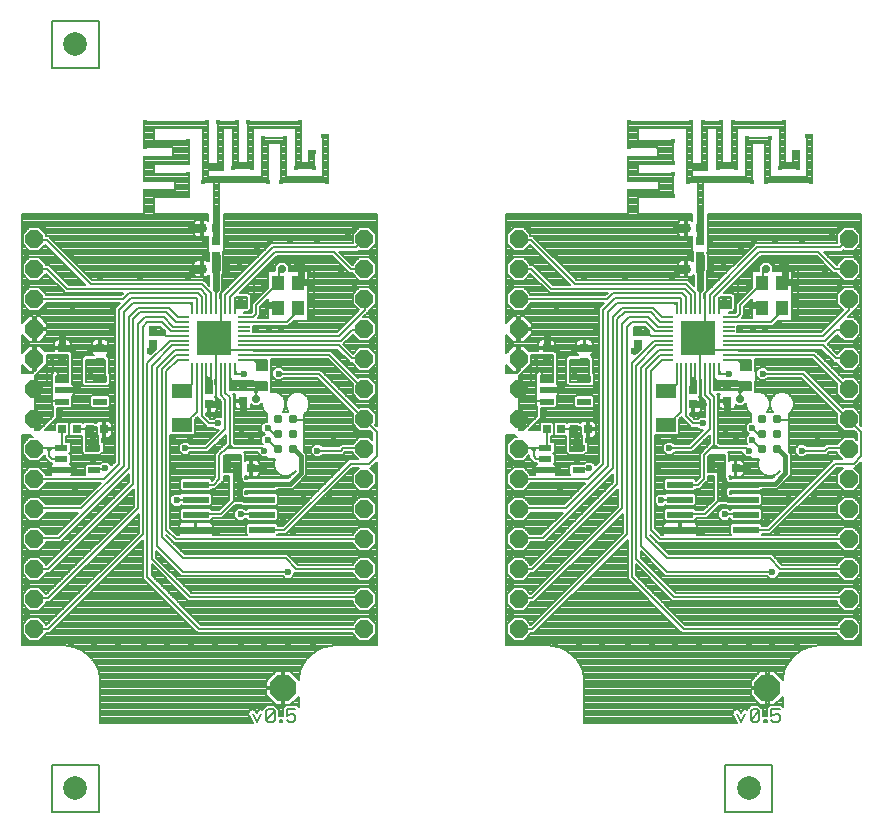
<source format=gtl>
G75*
%MOIN*%
%OFA0B0*%
%FSLAX24Y24*%
%IPPOS*%
%LPD*%
%AMOC8*
5,1,8,0,0,1.08239X$1,22.5*
%
%ADD10C,0.0080*%
%ADD11R,0.0079X0.0394*%
%ADD12R,0.0394X0.0079*%
%ADD13R,0.1181X0.1181*%
%ADD14R,0.0709X0.0472*%
%ADD15R,0.0276X0.0276*%
%ADD16R,0.0394X0.0315*%
%ADD17R,0.0866X0.0236*%
%ADD18C,0.0276*%
%ADD19OC8,0.0594*%
%ADD20R,0.0472X0.0236*%
%ADD21R,0.0433X0.0197*%
%ADD22OC8,0.0850*%
%ADD23R,0.0236X0.0236*%
%ADD24R,0.0402X0.0197*%
%ADD25R,0.0248X0.0197*%
%ADD26R,0.0118X0.0118*%
%ADD27C,0.0310*%
%ADD28R,0.0394X0.0472*%
%ADD29C,0.0787*%
%ADD30C,0.0079*%
%ADD31C,0.0236*%
%ADD32C,0.0236*%
%ADD33C,0.0295*%
%ADD34C,0.0248*%
%ADD35C,0.0118*%
%ADD36C,0.0197*%
%ADD37C,0.0157*%
D10*
X024151Y011075D02*
X024291Y011355D01*
X024471Y011425D02*
X024542Y011495D01*
X024682Y011495D01*
X024752Y011425D01*
X024471Y011145D01*
X024542Y011075D01*
X024682Y011075D01*
X024752Y011145D01*
X024752Y011425D01*
X024471Y011425D02*
X024471Y011145D01*
X024151Y011075D02*
X024011Y011355D01*
X024932Y011145D02*
X024932Y011075D01*
X025002Y011075D01*
X025002Y011145D01*
X024932Y011145D01*
X025162Y011145D02*
X025232Y011075D01*
X025372Y011075D01*
X025442Y011145D01*
X025442Y011285D01*
X025372Y011355D01*
X025302Y011355D01*
X025162Y011285D01*
X025162Y011495D01*
X025442Y011495D01*
X040153Y011355D02*
X040293Y011075D01*
X040433Y011355D01*
X040613Y011425D02*
X040683Y011495D01*
X040823Y011495D01*
X040893Y011425D01*
X040613Y011145D01*
X040683Y011075D01*
X040823Y011075D01*
X040893Y011145D01*
X040893Y011425D01*
X040613Y011425D02*
X040613Y011145D01*
X041074Y011145D02*
X041074Y011075D01*
X041144Y011075D01*
X041144Y011145D01*
X041074Y011145D01*
X041304Y011145D02*
X041374Y011075D01*
X041514Y011075D01*
X041584Y011145D01*
X041584Y011285D01*
X041514Y011355D01*
X041444Y011355D01*
X041304Y011285D01*
X041304Y011495D01*
X041584Y011495D01*
D11*
X039562Y022839D03*
X039405Y022839D03*
X039247Y022839D03*
X039090Y022839D03*
X038932Y022839D03*
X038775Y022839D03*
X038617Y022839D03*
X038460Y022839D03*
X038302Y022839D03*
X038145Y022839D03*
X038145Y024886D03*
X038302Y024886D03*
X038460Y024886D03*
X038617Y024886D03*
X038775Y024886D03*
X038932Y024886D03*
X039090Y024886D03*
X039247Y024886D03*
X039405Y024886D03*
X039562Y024886D03*
X023420Y024886D03*
X023263Y024886D03*
X023106Y024886D03*
X022948Y024886D03*
X022791Y024886D03*
X022633Y024886D03*
X022476Y024886D03*
X022318Y024886D03*
X022161Y024886D03*
X022003Y024886D03*
X022003Y022839D03*
X022161Y022839D03*
X022318Y022839D03*
X022476Y022839D03*
X022633Y022839D03*
X022791Y022839D03*
X022948Y022839D03*
X023106Y022839D03*
X023263Y022839D03*
X023420Y022839D03*
D12*
X023735Y023154D03*
X023735Y023311D03*
X023735Y023469D03*
X023735Y023626D03*
X023735Y023784D03*
X023735Y023941D03*
X023735Y024099D03*
X023735Y024256D03*
X023735Y024414D03*
X023735Y024571D03*
X021688Y024571D03*
X021688Y024414D03*
X021688Y024256D03*
X021688Y024099D03*
X021688Y023941D03*
X021688Y023784D03*
X021688Y023626D03*
X021688Y023469D03*
X021688Y023311D03*
X021688Y023154D03*
X037830Y023154D03*
X037830Y023311D03*
X037830Y023469D03*
X037830Y023626D03*
X037830Y023784D03*
X037830Y023941D03*
X037830Y024099D03*
X037830Y024256D03*
X037830Y024414D03*
X037830Y024571D03*
X039877Y024571D03*
X039877Y024414D03*
X039877Y024256D03*
X039877Y024099D03*
X039877Y023941D03*
X039877Y023784D03*
X039877Y023626D03*
X039877Y023469D03*
X039877Y023311D03*
X039877Y023154D03*
D13*
X038854Y023862D03*
X022712Y023862D03*
D14*
X021649Y022091D03*
X021649Y020988D03*
X037791Y020988D03*
X037791Y022091D03*
D15*
X038696Y022130D03*
X038696Y021658D03*
X039838Y021776D03*
X039838Y022248D03*
X036846Y023666D03*
X036846Y024138D03*
X035074Y023548D03*
X035074Y023075D03*
X033814Y023075D03*
X033814Y023548D03*
X033814Y020831D03*
X034287Y020831D03*
X034720Y020831D03*
X035192Y020831D03*
X039641Y019532D03*
X040113Y019532D03*
X038932Y026185D03*
X038460Y026185D03*
X038932Y026618D03*
X038932Y027091D03*
X038932Y027524D03*
X038460Y027524D03*
X023972Y019532D03*
X023499Y019532D03*
X023696Y021776D03*
X023696Y022248D03*
X022554Y022130D03*
X022554Y021658D03*
X020704Y023666D03*
X020704Y024138D03*
X018932Y023548D03*
X018932Y023075D03*
X017672Y023075D03*
X017672Y023548D03*
X017672Y020831D03*
X018145Y020831D03*
X018578Y020831D03*
X019050Y020831D03*
X022318Y026185D03*
X022791Y026185D03*
X022791Y026618D03*
X022791Y027091D03*
X022791Y027524D03*
X022318Y027524D03*
D16*
X024326Y022957D03*
X024326Y022248D03*
X040468Y022248D03*
X040468Y022957D03*
D17*
X040468Y018983D03*
X040468Y018483D03*
X040468Y017983D03*
X040468Y017483D03*
X038263Y017483D03*
X038263Y017983D03*
X038263Y018483D03*
X038263Y018983D03*
X024326Y018983D03*
X024326Y018483D03*
X024326Y017983D03*
X024326Y017483D03*
X022121Y017483D03*
X022121Y017983D03*
X022121Y018483D03*
X022121Y018983D03*
D18*
X024129Y021855D03*
X024995Y026185D03*
X040271Y021855D03*
X041137Y026185D03*
D19*
X043881Y026173D03*
X043881Y025173D03*
X043881Y024173D03*
X043881Y023173D03*
X043881Y022173D03*
X043881Y021173D03*
X043881Y020173D03*
X043881Y019173D03*
X043881Y018173D03*
X043881Y017173D03*
X043881Y016173D03*
X043881Y015173D03*
X043881Y014173D03*
X032881Y014173D03*
X032881Y015173D03*
X032881Y016173D03*
X032881Y017173D03*
X032881Y018173D03*
X032881Y019173D03*
X032881Y020173D03*
X032881Y021173D03*
X032881Y022173D03*
X032881Y023173D03*
X032881Y024173D03*
X032881Y025173D03*
X032881Y026173D03*
X032881Y027173D03*
X027739Y027173D03*
X027739Y026173D03*
X027739Y025173D03*
X027739Y024173D03*
X027739Y023173D03*
X027739Y022173D03*
X027739Y021173D03*
X027739Y020173D03*
X027739Y019173D03*
X027739Y018173D03*
X027739Y017173D03*
X027739Y016173D03*
X027739Y015173D03*
X027739Y014173D03*
X016739Y014173D03*
X016739Y015173D03*
X016739Y016173D03*
X016739Y017173D03*
X016739Y018173D03*
X016739Y019173D03*
X016739Y020173D03*
X016739Y021173D03*
X016739Y022173D03*
X016739Y023173D03*
X016739Y024173D03*
X016739Y025173D03*
X016739Y026173D03*
X016739Y027173D03*
X043881Y027173D03*
D20*
X035074Y022504D03*
X035074Y021756D03*
X033814Y021756D03*
X033814Y022130D03*
X033814Y022504D03*
X018932Y022504D03*
X018932Y021756D03*
X017672Y021756D03*
X017672Y022130D03*
X017672Y022504D03*
D21*
X017633Y020221D03*
X017633Y019847D03*
X017633Y019473D03*
X018735Y019473D03*
X018735Y020221D03*
X033775Y020221D03*
X033775Y019847D03*
X033775Y019473D03*
X034877Y019473D03*
X034877Y020221D03*
D22*
X041176Y012209D03*
X025035Y012209D03*
D23*
X022796Y027918D03*
X038938Y027918D03*
D24*
X036704Y028134D03*
X020562Y028134D03*
D25*
X022796Y028134D03*
X038938Y028134D03*
D26*
X038015Y028595D03*
X038511Y029079D03*
X038015Y029327D03*
X038015Y029693D03*
X038015Y030425D03*
X038641Y031063D03*
X039011Y031063D03*
X039641Y031063D03*
X040011Y031063D03*
X040495Y030528D03*
X041251Y030528D03*
X041743Y031063D03*
X042507Y030618D03*
X042641Y030618D03*
X042192Y030079D03*
X042058Y030079D03*
X042192Y029555D03*
X041609Y029555D03*
X041113Y029087D03*
X040653Y029079D03*
X040141Y029555D03*
X039511Y029555D03*
X039141Y029504D03*
X036558Y029142D03*
X036562Y028776D03*
X036558Y029878D03*
X036558Y030244D03*
X036558Y031063D03*
X042641Y029087D03*
X026499Y029087D03*
X026050Y029555D03*
X026050Y030079D03*
X025917Y030079D03*
X025468Y029555D03*
X024972Y029087D03*
X024511Y029079D03*
X023999Y029555D03*
X023369Y029555D03*
X022999Y029504D03*
X022369Y029079D03*
X021873Y029327D03*
X021873Y029693D03*
X021873Y030425D03*
X022499Y031063D03*
X022869Y031063D03*
X023499Y031063D03*
X023869Y031063D03*
X024354Y030528D03*
X025109Y030528D03*
X025602Y031063D03*
X026365Y030618D03*
X026499Y030618D03*
X021873Y028595D03*
X020420Y028776D03*
X020417Y029142D03*
X020417Y029878D03*
X020417Y030244D03*
X020417Y031063D03*
D27*
X024863Y021173D03*
X024863Y020673D03*
X024863Y020173D03*
X025363Y020173D03*
X025363Y020673D03*
X025363Y021173D03*
X041005Y021173D03*
X041005Y020673D03*
X041005Y020173D03*
X041505Y020173D03*
X041505Y020673D03*
X041505Y021173D03*
D28*
X041669Y024866D03*
X040999Y024866D03*
X040999Y025693D03*
X041669Y025693D03*
X025527Y025693D03*
X024857Y025693D03*
X024857Y024866D03*
X025527Y024866D03*
D29*
X018106Y033666D03*
X018106Y008862D03*
X040546Y008862D03*
D30*
X017318Y008075D02*
X017318Y009650D01*
X018893Y009650D01*
X018893Y008075D01*
X017318Y008075D01*
X018932Y011028D02*
X018932Y012391D01*
X018933Y012392D01*
X018932Y012407D01*
X018932Y012422D01*
X018931Y012423D01*
X018921Y012564D01*
X018923Y012566D01*
X018920Y012579D01*
X018919Y012593D01*
X018917Y012595D01*
X018886Y012734D01*
X018888Y012737D01*
X018883Y012750D01*
X018880Y012763D01*
X018877Y012765D01*
X018828Y012898D01*
X018829Y012901D01*
X018822Y012913D01*
X018817Y012925D01*
X018814Y012927D01*
X018746Y013052D01*
X018747Y013055D01*
X018739Y013066D01*
X018732Y013078D01*
X018729Y013078D01*
X018644Y013192D01*
X018644Y013196D01*
X018634Y013205D01*
X018626Y013216D01*
X018623Y013216D01*
X018522Y013317D01*
X018522Y013320D01*
X018511Y013328D01*
X018502Y013338D01*
X018498Y013338D01*
X018384Y013423D01*
X018384Y013426D01*
X018372Y013433D01*
X018361Y013441D01*
X018358Y013440D01*
X018233Y013508D01*
X018231Y013511D01*
X018219Y013516D01*
X018207Y013523D01*
X018204Y013522D01*
X018071Y013571D01*
X018069Y013574D01*
X018056Y013577D01*
X018043Y013582D01*
X018040Y013580D01*
X017901Y013611D01*
X017899Y013613D01*
X017886Y013614D01*
X026593Y013614D01*
X026580Y013613D01*
X026578Y013611D01*
X026439Y013580D01*
X026436Y013582D01*
X026423Y013577D01*
X026410Y013574D01*
X026408Y013571D01*
X026275Y013522D01*
X026272Y013523D01*
X026260Y013516D01*
X026247Y013511D01*
X026246Y013508D01*
X026121Y013440D01*
X026118Y013441D01*
X026107Y013433D01*
X026095Y013426D01*
X026094Y013423D01*
X025980Y013338D01*
X025977Y013338D01*
X025968Y013328D01*
X025957Y013320D01*
X025956Y013317D01*
X025856Y013216D01*
X025853Y013216D01*
X025844Y013205D01*
X025835Y013196D01*
X025835Y013192D01*
X025750Y013078D01*
X025747Y013078D01*
X025740Y013066D01*
X025732Y013055D01*
X025732Y013052D01*
X025664Y012927D01*
X025661Y012925D01*
X025657Y012913D01*
X025650Y012901D01*
X025651Y012898D01*
X025601Y012765D01*
X025599Y012763D01*
X025596Y012750D01*
X025591Y012737D01*
X025592Y012734D01*
X025562Y012595D01*
X025560Y012593D01*
X025559Y012579D01*
X025556Y012566D01*
X025558Y012564D01*
X025552Y012489D01*
X025268Y012773D01*
X025074Y012773D01*
X025074Y012248D01*
X024995Y012248D01*
X024995Y012170D01*
X024470Y012170D01*
X024470Y011975D01*
X024801Y011645D01*
X024995Y011645D01*
X024995Y012170D01*
X025074Y012170D01*
X025074Y011645D01*
X025268Y011645D01*
X025546Y011923D01*
X025546Y011587D01*
X025500Y011633D01*
X025105Y011633D01*
X025024Y011552D01*
X025024Y011307D01*
X025016Y011283D01*
X024890Y011283D01*
X024890Y011482D01*
X024885Y011487D01*
X024839Y011533D01*
X024820Y011552D01*
X024820Y011552D01*
X024790Y011582D01*
X024739Y011633D01*
X024484Y011633D01*
X024435Y011584D01*
X024403Y011552D01*
X024383Y011532D01*
X024337Y011487D01*
X024302Y011504D01*
X024193Y011468D01*
X024151Y011384D01*
X024109Y011468D01*
X024000Y011504D01*
X023898Y011453D01*
X023862Y011344D01*
X024020Y011028D01*
X018932Y011028D01*
X018932Y011065D02*
X024001Y011065D01*
X023963Y011142D02*
X018932Y011142D01*
X018932Y011219D02*
X023924Y011219D01*
X023885Y011297D02*
X018932Y011297D01*
X018932Y011374D02*
X023871Y011374D01*
X023897Y011451D02*
X018932Y011451D01*
X018932Y011528D02*
X024379Y011528D01*
X024403Y011552D02*
X024403Y011552D01*
X024456Y011606D02*
X018932Y011606D01*
X018932Y011683D02*
X024763Y011683D01*
X024767Y011606D02*
X025077Y011606D01*
X025074Y011683D02*
X024995Y011683D01*
X024995Y011760D02*
X025074Y011760D01*
X025074Y011837D02*
X024995Y011837D01*
X024995Y011915D02*
X025074Y011915D01*
X025074Y011992D02*
X024995Y011992D01*
X024995Y012069D02*
X025074Y012069D01*
X025074Y012146D02*
X024995Y012146D01*
X024995Y012224D02*
X018932Y012224D01*
X018932Y012301D02*
X024470Y012301D01*
X024470Y012248D02*
X024995Y012248D01*
X024995Y012773D01*
X024801Y012773D01*
X024470Y012443D01*
X024470Y012248D01*
X024470Y012146D02*
X018932Y012146D01*
X018932Y012069D02*
X024470Y012069D01*
X024470Y011992D02*
X018932Y011992D01*
X018932Y011915D02*
X024531Y011915D01*
X024608Y011837D02*
X018932Y011837D01*
X018932Y011760D02*
X024685Y011760D01*
X024844Y011528D02*
X025024Y011528D01*
X025024Y011451D02*
X024890Y011451D01*
X024890Y011374D02*
X025024Y011374D01*
X025020Y011297D02*
X024890Y011297D01*
X025307Y011683D02*
X025546Y011683D01*
X025546Y011760D02*
X025384Y011760D01*
X025461Y011837D02*
X025546Y011837D01*
X025538Y011915D02*
X025546Y011915D01*
X025528Y011606D02*
X025546Y011606D01*
X025074Y012301D02*
X024995Y012301D01*
X024995Y012378D02*
X025074Y012378D01*
X025074Y012455D02*
X024995Y012455D01*
X024995Y012533D02*
X025074Y012533D01*
X025074Y012610D02*
X024995Y012610D01*
X024995Y012687D02*
X025074Y012687D01*
X025074Y012764D02*
X024995Y012764D01*
X024792Y012764D02*
X018878Y012764D01*
X018897Y012687D02*
X024715Y012687D01*
X024637Y012610D02*
X018913Y012610D01*
X018923Y012533D02*
X024560Y012533D01*
X024483Y012455D02*
X018929Y012455D01*
X018932Y012378D02*
X024470Y012378D01*
X025277Y012764D02*
X025601Y012764D01*
X025582Y012687D02*
X025355Y012687D01*
X025432Y012610D02*
X025565Y012610D01*
X025555Y012533D02*
X025509Y012533D01*
X025630Y012841D02*
X018849Y012841D01*
X018820Y012919D02*
X025659Y012919D01*
X025702Y012996D02*
X018777Y012996D01*
X018735Y013073D02*
X025744Y013073D01*
X025804Y013150D02*
X018675Y013150D01*
X018612Y013228D02*
X025867Y013228D01*
X025944Y013305D02*
X018534Y013305D01*
X018439Y013382D02*
X026040Y013382D01*
X026156Y013459D02*
X018323Y013459D01*
X018164Y013537D02*
X026315Y013537D01*
X026593Y013614D02*
X026606Y013617D01*
X026609Y013615D01*
X026749Y013625D01*
X026751Y013626D01*
X026766Y013626D01*
X026780Y013627D01*
X026782Y013626D01*
X028145Y013626D01*
X028145Y019731D01*
X028046Y019632D01*
X027966Y019551D01*
X027920Y019551D01*
X028135Y019337D01*
X028135Y019010D01*
X027903Y018778D01*
X027576Y018778D01*
X027344Y019010D01*
X027344Y019337D01*
X027558Y019551D01*
X027336Y019551D01*
X025129Y017345D01*
X024857Y017345D01*
X024857Y017324D01*
X024841Y017307D01*
X027344Y017307D01*
X027344Y017337D01*
X027576Y017569D01*
X027903Y017569D01*
X028135Y017337D01*
X028135Y017010D01*
X027903Y016778D01*
X027576Y016778D01*
X027344Y017010D01*
X027344Y017032D01*
X021395Y017032D01*
X021314Y017112D01*
X021117Y017309D01*
X021117Y017305D01*
X021745Y016677D01*
X025170Y016677D01*
X025525Y016323D01*
X027344Y016323D01*
X027344Y016337D01*
X027576Y016569D01*
X027903Y016569D01*
X028135Y016337D01*
X028135Y016010D01*
X027903Y015778D01*
X027576Y015778D01*
X027344Y016010D01*
X027344Y016048D01*
X025411Y016048D01*
X025409Y016049D01*
X025409Y015977D01*
X025282Y015851D01*
X025102Y015851D01*
X025024Y015929D01*
X021631Y015929D01*
X020802Y016758D01*
X020802Y016557D01*
X021981Y015378D01*
X027385Y015378D01*
X027576Y015569D01*
X027903Y015569D01*
X028135Y015337D01*
X028135Y015010D01*
X027903Y014778D01*
X027576Y014778D01*
X027344Y015010D01*
X027344Y015103D01*
X021867Y015103D01*
X021787Y015183D01*
X020645Y016325D01*
X020645Y015967D01*
X022296Y014315D01*
X027344Y014315D01*
X027344Y014337D01*
X027576Y014569D01*
X027903Y014569D01*
X028135Y014337D01*
X028135Y014010D01*
X027903Y013778D01*
X027576Y013778D01*
X027344Y014010D01*
X027344Y014040D01*
X022182Y014040D01*
X022102Y014120D01*
X020369Y015853D01*
X020369Y017152D01*
X017257Y014040D01*
X017135Y014040D01*
X017135Y014010D01*
X016903Y013778D01*
X016576Y013778D01*
X016344Y014010D01*
X016344Y014337D01*
X016576Y014569D01*
X016903Y014569D01*
X017135Y014337D01*
X017135Y014315D01*
X017143Y014315D01*
X020212Y017384D01*
X020212Y018018D01*
X017257Y015063D01*
X017135Y015063D01*
X017135Y015010D01*
X016903Y014778D01*
X016576Y014778D01*
X016344Y015010D01*
X016344Y015337D01*
X016576Y015569D01*
X016903Y015569D01*
X017133Y015339D01*
X017143Y015339D01*
X020054Y018250D01*
X020054Y018845D01*
X017257Y016048D01*
X017135Y016048D01*
X017135Y016010D01*
X016903Y015778D01*
X016576Y015778D01*
X016344Y016010D01*
X016344Y016337D01*
X016576Y016569D01*
X016903Y016569D01*
X017135Y016337D01*
X017135Y016323D01*
X017143Y016323D01*
X019897Y019077D01*
X019897Y019357D01*
X017611Y017071D01*
X017135Y017071D01*
X017135Y017010D01*
X016903Y016778D01*
X016576Y016778D01*
X016344Y017010D01*
X016344Y017337D01*
X016576Y017569D01*
X016903Y017569D01*
X017125Y017347D01*
X017497Y017347D01*
X018206Y018055D01*
X017135Y018055D01*
X017135Y018010D01*
X016903Y017778D01*
X016576Y017778D01*
X016344Y018010D01*
X016344Y018337D01*
X016576Y018569D01*
X016903Y018569D01*
X017135Y018337D01*
X017135Y018331D01*
X018245Y018331D01*
X018954Y019040D01*
X017135Y019040D01*
X017135Y019010D01*
X016903Y018778D01*
X016576Y018778D01*
X016344Y019010D01*
X016344Y019337D01*
X016576Y019569D01*
X016903Y019569D01*
X017135Y019337D01*
X017135Y019315D01*
X017290Y019315D01*
X017287Y019320D01*
X017277Y019356D01*
X017277Y019463D01*
X017623Y019463D01*
X017623Y019483D01*
X017623Y019532D01*
X017643Y019532D01*
X017643Y019483D01*
X017623Y019483D01*
X017277Y019483D01*
X017277Y019589D01*
X017287Y019625D01*
X017305Y019657D01*
X017331Y019683D01*
X017339Y019687D01*
X017318Y019708D01*
X017318Y019709D01*
X017261Y019709D01*
X017102Y019868D01*
X017102Y019977D01*
X016903Y019778D01*
X016576Y019778D01*
X016344Y020010D01*
X016344Y020337D01*
X016576Y020569D01*
X016677Y020569D01*
X016629Y020616D01*
X016629Y020634D01*
X016334Y020634D01*
X016334Y013626D01*
X017697Y013626D01*
X017698Y013627D01*
X017713Y013626D01*
X017728Y013626D01*
X017729Y013625D01*
X017870Y013615D01*
X017872Y013617D01*
X017886Y013614D01*
X017048Y013923D02*
X027431Y013923D01*
X027354Y014000D02*
X017125Y014000D01*
X017295Y014077D02*
X022145Y014077D01*
X022067Y014155D02*
X017372Y014155D01*
X017449Y014232D02*
X021990Y014232D01*
X021913Y014309D02*
X017526Y014309D01*
X017604Y014386D02*
X021836Y014386D01*
X021758Y014464D02*
X017681Y014464D01*
X017758Y014541D02*
X021681Y014541D01*
X021604Y014618D02*
X017835Y014618D01*
X017913Y014695D02*
X021527Y014695D01*
X021449Y014772D02*
X017990Y014772D01*
X018067Y014850D02*
X021372Y014850D01*
X021295Y014927D02*
X018144Y014927D01*
X018222Y015004D02*
X021218Y015004D01*
X021140Y015081D02*
X018299Y015081D01*
X018376Y015159D02*
X021063Y015159D01*
X020986Y015236D02*
X018453Y015236D01*
X018531Y015313D02*
X020909Y015313D01*
X020832Y015390D02*
X018608Y015390D01*
X018685Y015468D02*
X020754Y015468D01*
X020677Y015545D02*
X018762Y015545D01*
X018840Y015622D02*
X020600Y015622D01*
X020523Y015699D02*
X018917Y015699D01*
X018994Y015777D02*
X020445Y015777D01*
X020369Y015854D02*
X019071Y015854D01*
X019149Y015931D02*
X020369Y015931D01*
X020369Y016008D02*
X019226Y016008D01*
X019303Y016086D02*
X020369Y016086D01*
X020369Y016163D02*
X019380Y016163D01*
X019457Y016240D02*
X020369Y016240D01*
X020369Y016317D02*
X019535Y016317D01*
X019612Y016395D02*
X020369Y016395D01*
X020369Y016472D02*
X019689Y016472D01*
X019766Y016549D02*
X020369Y016549D01*
X020369Y016626D02*
X019844Y016626D01*
X019921Y016703D02*
X020369Y016703D01*
X020369Y016781D02*
X019998Y016781D01*
X020075Y016858D02*
X020369Y016858D01*
X020369Y016935D02*
X020153Y016935D01*
X020230Y017012D02*
X020369Y017012D01*
X020369Y017090D02*
X020307Y017090D01*
X020350Y017327D02*
X017200Y014177D01*
X016767Y014177D01*
X016763Y014173D01*
X016739Y014173D01*
X016344Y014155D02*
X016334Y014155D01*
X016334Y014232D02*
X016344Y014232D01*
X016334Y014309D02*
X016344Y014309D01*
X016334Y014386D02*
X016393Y014386D01*
X016334Y014464D02*
X016470Y014464D01*
X016548Y014541D02*
X016334Y014541D01*
X016334Y014618D02*
X017446Y014618D01*
X017523Y014695D02*
X016334Y014695D01*
X016334Y014772D02*
X017600Y014772D01*
X017677Y014850D02*
X016975Y014850D01*
X017052Y014927D02*
X017755Y014927D01*
X017832Y015004D02*
X017129Y015004D01*
X017275Y015081D02*
X017909Y015081D01*
X017986Y015159D02*
X017353Y015159D01*
X017430Y015236D02*
X018064Y015236D01*
X018141Y015313D02*
X017507Y015313D01*
X017584Y015390D02*
X018218Y015390D01*
X018295Y015468D02*
X017661Y015468D01*
X017739Y015545D02*
X018373Y015545D01*
X018450Y015622D02*
X017816Y015622D01*
X017893Y015699D02*
X018527Y015699D01*
X018604Y015777D02*
X017970Y015777D01*
X018048Y015854D02*
X018682Y015854D01*
X018759Y015931D02*
X018125Y015931D01*
X018202Y016008D02*
X018836Y016008D01*
X018913Y016086D02*
X018279Y016086D01*
X018357Y016163D02*
X018991Y016163D01*
X019068Y016240D02*
X018434Y016240D01*
X018511Y016317D02*
X019145Y016317D01*
X019222Y016395D02*
X018588Y016395D01*
X018666Y016472D02*
X019299Y016472D01*
X019377Y016549D02*
X018743Y016549D01*
X018820Y016626D02*
X019454Y016626D01*
X019531Y016703D02*
X018897Y016703D01*
X018975Y016781D02*
X019608Y016781D01*
X019686Y016858D02*
X019052Y016858D01*
X019129Y016935D02*
X019763Y016935D01*
X019840Y017012D02*
X019206Y017012D01*
X019284Y017090D02*
X019917Y017090D01*
X019995Y017167D02*
X019361Y017167D01*
X019438Y017244D02*
X020072Y017244D01*
X020149Y017321D02*
X019515Y017321D01*
X019592Y017399D02*
X020212Y017399D01*
X020212Y017476D02*
X019670Y017476D01*
X019747Y017553D02*
X020212Y017553D01*
X020212Y017630D02*
X019824Y017630D01*
X019901Y017708D02*
X020212Y017708D01*
X020212Y017785D02*
X019979Y017785D01*
X020056Y017862D02*
X020212Y017862D01*
X020212Y017939D02*
X020133Y017939D01*
X020210Y018017D02*
X020212Y018017D01*
X020192Y018193D02*
X017200Y015201D01*
X016806Y015201D01*
X016779Y015173D01*
X016739Y015173D01*
X016344Y015159D02*
X016334Y015159D01*
X016334Y015236D02*
X016344Y015236D01*
X016334Y015313D02*
X016344Y015313D01*
X016334Y015390D02*
X016397Y015390D01*
X016334Y015468D02*
X016475Y015468D01*
X016552Y015545D02*
X016334Y015545D01*
X016334Y015622D02*
X017426Y015622D01*
X017349Y015545D02*
X016927Y015545D01*
X017004Y015468D02*
X017272Y015468D01*
X017194Y015390D02*
X017081Y015390D01*
X017503Y015699D02*
X016334Y015699D01*
X016334Y015777D02*
X017581Y015777D01*
X017658Y015854D02*
X016979Y015854D01*
X017056Y015931D02*
X017735Y015931D01*
X017812Y016008D02*
X017133Y016008D01*
X017295Y016086D02*
X017890Y016086D01*
X017967Y016163D02*
X017372Y016163D01*
X017450Y016240D02*
X018044Y016240D01*
X018121Y016317D02*
X017527Y016317D01*
X017604Y016395D02*
X018199Y016395D01*
X018276Y016472D02*
X017681Y016472D01*
X017759Y016549D02*
X018353Y016549D01*
X018430Y016626D02*
X017836Y016626D01*
X017913Y016703D02*
X018508Y016703D01*
X018585Y016781D02*
X017990Y016781D01*
X018068Y016858D02*
X018662Y016858D01*
X018739Y016935D02*
X018145Y016935D01*
X018222Y017012D02*
X018817Y017012D01*
X018894Y017090D02*
X018299Y017090D01*
X018377Y017167D02*
X018971Y017167D01*
X019048Y017244D02*
X018454Y017244D01*
X018531Y017321D02*
X019125Y017321D01*
X019203Y017399D02*
X018608Y017399D01*
X018685Y017476D02*
X019280Y017476D01*
X019357Y017553D02*
X018763Y017553D01*
X018840Y017630D02*
X019434Y017630D01*
X019512Y017708D02*
X018917Y017708D01*
X018994Y017785D02*
X019589Y017785D01*
X019666Y017862D02*
X019072Y017862D01*
X019149Y017939D02*
X019743Y017939D01*
X019821Y018017D02*
X019226Y018017D01*
X019303Y018094D02*
X019898Y018094D01*
X019975Y018171D02*
X019381Y018171D01*
X019458Y018248D02*
X020052Y018248D01*
X020054Y018326D02*
X019535Y018326D01*
X019612Y018403D02*
X020054Y018403D01*
X020054Y018480D02*
X019690Y018480D01*
X019767Y018557D02*
X020054Y018557D01*
X020054Y018635D02*
X019844Y018635D01*
X019921Y018712D02*
X020054Y018712D01*
X020054Y018789D02*
X019999Y018789D01*
X020035Y019020D02*
X017200Y016185D01*
X016767Y016185D01*
X016755Y016173D01*
X016739Y016173D01*
X016344Y016163D02*
X016334Y016163D01*
X016334Y016240D02*
X016344Y016240D01*
X016334Y016317D02*
X016344Y016317D01*
X016334Y016395D02*
X016401Y016395D01*
X016334Y016472D02*
X016479Y016472D01*
X016556Y016549D02*
X016334Y016549D01*
X016334Y016626D02*
X017446Y016626D01*
X017369Y016549D02*
X016923Y016549D01*
X017000Y016472D02*
X017292Y016472D01*
X017214Y016395D02*
X017077Y016395D01*
X016906Y016781D02*
X017601Y016781D01*
X017678Y016858D02*
X016983Y016858D01*
X017060Y016935D02*
X017755Y016935D01*
X017832Y017012D02*
X017135Y017012D01*
X017073Y017399D02*
X017549Y017399D01*
X017626Y017476D02*
X016996Y017476D01*
X016919Y017553D02*
X017704Y017553D01*
X017781Y017630D02*
X016334Y017630D01*
X016334Y017553D02*
X016560Y017553D01*
X016483Y017476D02*
X016334Y017476D01*
X016334Y017399D02*
X016406Y017399D01*
X016344Y017321D02*
X016334Y017321D01*
X016334Y017244D02*
X016344Y017244D01*
X016334Y017167D02*
X016344Y017167D01*
X016334Y017090D02*
X016344Y017090D01*
X016334Y017012D02*
X016344Y017012D01*
X016334Y016935D02*
X016419Y016935D01*
X016496Y016858D02*
X016334Y016858D01*
X016334Y016781D02*
X016573Y016781D01*
X016334Y016703D02*
X017523Y016703D01*
X017630Y017090D02*
X017910Y017090D01*
X017987Y017167D02*
X017707Y017167D01*
X017784Y017244D02*
X018064Y017244D01*
X018141Y017321D02*
X017862Y017321D01*
X017939Y017399D02*
X018218Y017399D01*
X018296Y017476D02*
X018016Y017476D01*
X018093Y017553D02*
X018373Y017553D01*
X018450Y017630D02*
X018171Y017630D01*
X018248Y017708D02*
X018527Y017708D01*
X018605Y017785D02*
X018325Y017785D01*
X018402Y017862D02*
X018682Y017862D01*
X018759Y017939D02*
X018480Y017939D01*
X018557Y018017D02*
X018836Y018017D01*
X018914Y018094D02*
X018634Y018094D01*
X018711Y018171D02*
X018991Y018171D01*
X019068Y018248D02*
X018789Y018248D01*
X018866Y018326D02*
X019145Y018326D01*
X019223Y018403D02*
X018943Y018403D01*
X019020Y018480D02*
X019300Y018480D01*
X019377Y018557D02*
X019098Y018557D01*
X019175Y018635D02*
X019454Y018635D01*
X019532Y018712D02*
X019252Y018712D01*
X019329Y018789D02*
X019609Y018789D01*
X019686Y018866D02*
X019407Y018866D01*
X019484Y018943D02*
X019763Y018943D01*
X019841Y019021D02*
X019561Y019021D01*
X019638Y019098D02*
X019897Y019098D01*
X019897Y019175D02*
X019715Y019175D01*
X019793Y019252D02*
X019897Y019252D01*
X019897Y019330D02*
X019870Y019330D01*
X019877Y019532D02*
X017554Y017209D01*
X016767Y017209D01*
X016739Y017181D01*
X016739Y017173D01*
X016569Y017785D02*
X016334Y017785D01*
X016334Y017862D02*
X016492Y017862D01*
X016415Y017939D02*
X016334Y017939D01*
X016334Y018017D02*
X016344Y018017D01*
X016334Y018094D02*
X016344Y018094D01*
X016334Y018171D02*
X016344Y018171D01*
X016334Y018248D02*
X016344Y018248D01*
X016334Y018326D02*
X016344Y018326D01*
X016334Y018403D02*
X016410Y018403D01*
X016334Y018480D02*
X016487Y018480D01*
X016564Y018557D02*
X016334Y018557D01*
X016334Y018635D02*
X018549Y018635D01*
X018626Y018712D02*
X016334Y018712D01*
X016334Y018789D02*
X016565Y018789D01*
X016488Y018866D02*
X016334Y018866D01*
X016334Y018943D02*
X016410Y018943D01*
X016344Y019021D02*
X016334Y019021D01*
X016334Y019098D02*
X016344Y019098D01*
X016334Y019175D02*
X016344Y019175D01*
X016334Y019252D02*
X016344Y019252D01*
X016334Y019330D02*
X016344Y019330D01*
X016334Y019407D02*
X016414Y019407D01*
X016491Y019484D02*
X016334Y019484D01*
X016334Y019561D02*
X016568Y019561D01*
X016561Y019793D02*
X016334Y019793D01*
X016334Y019716D02*
X017254Y019716D01*
X017295Y019639D02*
X016334Y019639D01*
X016334Y019870D02*
X016484Y019870D01*
X016406Y019948D02*
X016334Y019948D01*
X016334Y020025D02*
X016344Y020025D01*
X016334Y020102D02*
X016344Y020102D01*
X016334Y020179D02*
X016344Y020179D01*
X016334Y020257D02*
X016344Y020257D01*
X016334Y020334D02*
X016344Y020334D01*
X016334Y020411D02*
X016418Y020411D01*
X016495Y020488D02*
X016334Y020488D01*
X016334Y020566D02*
X016572Y020566D01*
X016767Y020792D02*
X016767Y022603D01*
X017357Y023193D01*
X017357Y022714D01*
X017318Y022675D01*
X017318Y021625D01*
X017357Y021586D01*
X017357Y021264D01*
X016885Y020792D01*
X016767Y020792D01*
X016767Y020797D02*
X016891Y020797D01*
X016968Y020874D02*
X016767Y020874D01*
X016767Y020952D02*
X017045Y020952D01*
X017122Y021029D02*
X016767Y021029D01*
X016767Y021106D02*
X017200Y021106D01*
X017277Y021183D02*
X016767Y021183D01*
X016767Y021261D02*
X017354Y021261D01*
X017357Y021338D02*
X016767Y021338D01*
X016767Y021415D02*
X017357Y021415D01*
X017357Y021492D02*
X016767Y021492D01*
X016767Y021570D02*
X017357Y021570D01*
X017318Y021647D02*
X016767Y021647D01*
X016767Y021724D02*
X017318Y021724D01*
X017318Y021776D02*
X017633Y021776D01*
X017653Y021756D01*
X017672Y021756D01*
X017495Y021540D02*
X017949Y021540D01*
X018007Y021597D01*
X018007Y021913D01*
X018020Y021926D01*
X018039Y021958D01*
X018048Y021994D01*
X018048Y022110D01*
X019424Y022110D01*
X019424Y022033D02*
X018048Y022033D01*
X018048Y022110D02*
X017692Y022110D01*
X017692Y022150D01*
X018048Y022150D01*
X018048Y022267D01*
X018039Y022302D01*
X018020Y022334D01*
X018007Y022347D01*
X018007Y023368D01*
X017950Y023426D01*
X017950Y023518D01*
X017702Y023518D01*
X017702Y023577D01*
X017950Y023577D01*
X017950Y023704D01*
X017940Y023739D01*
X017922Y023771D01*
X017896Y023797D01*
X017864Y023815D01*
X017829Y023825D01*
X017702Y023825D01*
X017702Y023577D01*
X017643Y023577D01*
X017643Y023825D01*
X017516Y023825D01*
X017481Y023815D01*
X017449Y023797D01*
X017423Y023771D01*
X017405Y023739D01*
X017395Y023704D01*
X017395Y023577D01*
X017643Y023577D01*
X017643Y023518D01*
X017395Y023518D01*
X017395Y023449D01*
X017104Y023449D01*
X017092Y023438D01*
X016920Y023610D01*
X016779Y023610D01*
X016779Y023213D01*
X016700Y023213D01*
X016700Y023610D01*
X016559Y023610D01*
X016334Y023385D01*
X016334Y023962D01*
X016559Y023737D01*
X016700Y023737D01*
X016700Y024134D01*
X016779Y024134D01*
X016779Y024213D01*
X017176Y024213D01*
X017176Y024354D01*
X016920Y024610D01*
X016779Y024610D01*
X016779Y024213D01*
X016700Y024213D01*
X016700Y024610D01*
X016559Y024610D01*
X016334Y024385D01*
X016334Y027996D01*
X020378Y027996D01*
X020401Y028019D01*
X020401Y028796D01*
X021401Y028796D01*
X021424Y028819D01*
X021424Y029099D01*
X021401Y029122D01*
X020397Y029122D01*
X020397Y029898D01*
X021350Y029898D01*
X021373Y029921D01*
X021373Y030202D01*
X021350Y030225D01*
X020397Y030225D01*
X020397Y031083D01*
X022519Y031083D01*
X022519Y029681D01*
X022542Y029658D01*
X022827Y029658D01*
X022850Y029681D01*
X022850Y031083D01*
X023519Y031083D01*
X023519Y029732D01*
X023542Y029709D01*
X023827Y029709D01*
X023850Y029732D01*
X023850Y031083D01*
X025621Y031083D01*
X025621Y029732D01*
X025644Y029709D01*
X025874Y029709D01*
X025897Y029732D01*
X025897Y030099D01*
X026070Y030099D01*
X026070Y029536D01*
X025448Y029536D01*
X025448Y030839D01*
X025425Y030862D01*
X024042Y030862D01*
X024019Y030839D01*
X024019Y029536D01*
X023350Y029536D01*
X023350Y030839D01*
X023327Y030862D01*
X023042Y030862D01*
X023019Y030839D01*
X023019Y029485D01*
X022542Y029485D01*
X022519Y029461D01*
X022519Y029256D01*
X022542Y029233D01*
X024311Y029233D01*
X024334Y029256D01*
X024334Y030548D01*
X025129Y030548D01*
X025129Y029256D01*
X025152Y029233D01*
X026323Y029233D01*
X026346Y029256D01*
X026346Y030638D01*
X026519Y030638D01*
X026519Y029067D01*
X024952Y029067D01*
X024952Y030347D01*
X024929Y030370D01*
X024554Y030370D01*
X024531Y030347D01*
X024531Y029059D01*
X022904Y029059D01*
X022881Y029036D01*
X022881Y028114D01*
X022712Y028114D01*
X022712Y029036D01*
X022689Y029059D01*
X022350Y029059D01*
X022350Y030839D01*
X022327Y030862D01*
X020743Y030862D01*
X020720Y030839D01*
X020720Y030468D01*
X020743Y030445D01*
X021893Y030445D01*
X021893Y029673D01*
X020743Y029673D01*
X020720Y029650D01*
X020720Y029370D01*
X020743Y029347D01*
X021893Y029347D01*
X021893Y028575D01*
X020747Y028575D01*
X020724Y028552D01*
X020724Y028019D01*
X020747Y027996D01*
X022515Y027996D01*
X022515Y027789D01*
X022510Y027792D01*
X022474Y027801D01*
X022348Y027801D01*
X022348Y027553D01*
X022289Y027553D01*
X022289Y027494D01*
X022348Y027494D01*
X022348Y027247D01*
X022474Y027247D01*
X022510Y027256D01*
X022515Y027259D01*
X022515Y027253D01*
X022513Y027247D01*
X022513Y027120D01*
X022515Y027120D01*
X022515Y027061D01*
X022513Y027061D01*
X022513Y026935D01*
X022515Y026929D01*
X022515Y026760D01*
X022538Y026736D01*
X022554Y026736D01*
X022554Y026691D01*
X022544Y026667D01*
X022544Y026432D01*
X022541Y026435D01*
X022510Y026453D01*
X022474Y026462D01*
X022348Y026462D01*
X022348Y026215D01*
X022289Y026215D01*
X022289Y026462D01*
X022162Y026462D01*
X022127Y026453D01*
X022095Y026435D01*
X022069Y026409D01*
X022050Y026377D01*
X022041Y026341D01*
X022041Y026215D01*
X022289Y026215D01*
X022289Y026156D01*
X022348Y026156D01*
X022348Y025908D01*
X022474Y025908D01*
X022510Y025918D01*
X022541Y025936D01*
X022567Y025962D01*
X022574Y025973D01*
X022574Y025612D01*
X022456Y025731D01*
X022375Y025811D01*
X018674Y025811D01*
X017298Y027187D01*
X017218Y027268D01*
X017135Y027268D01*
X017135Y027337D01*
X016903Y027569D01*
X016576Y027569D01*
X016344Y027337D01*
X016344Y027010D01*
X016576Y026778D01*
X016903Y026778D01*
X017110Y026986D01*
X018442Y025654D01*
X017887Y025654D01*
X017298Y026242D01*
X017218Y026323D01*
X017135Y026323D01*
X017135Y026337D01*
X016903Y026569D01*
X016576Y026569D01*
X016344Y026337D01*
X016344Y026010D01*
X016576Y025778D01*
X016903Y025778D01*
X017135Y026010D01*
X017135Y026016D01*
X017692Y025459D01*
X017773Y025378D01*
X019702Y025378D01*
X019623Y025299D01*
X017135Y025299D01*
X017135Y025337D01*
X016903Y025569D01*
X016576Y025569D01*
X016344Y025337D01*
X016344Y025010D01*
X016576Y024778D01*
X016903Y024778D01*
X017135Y025010D01*
X017135Y025024D01*
X019584Y025024D01*
X019424Y024864D01*
X019424Y019746D01*
X019303Y019625D01*
X019179Y019748D01*
X019000Y019748D01*
X018921Y019670D01*
X018478Y019670D01*
X018420Y019612D01*
X018420Y019334D01*
X018439Y019315D01*
X017976Y019315D01*
X017979Y019320D01*
X017989Y019356D01*
X017989Y019463D01*
X017643Y019463D01*
X017643Y019483D01*
X017989Y019483D01*
X017989Y019589D01*
X017979Y019625D01*
X017961Y019657D01*
X017935Y019683D01*
X017928Y019687D01*
X017948Y019708D01*
X017948Y019986D01*
X017900Y020034D01*
X017948Y020082D01*
X017948Y020360D01*
X017890Y020418D01*
X017810Y020418D01*
X017810Y020595D01*
X017851Y020595D01*
X017909Y020652D01*
X017966Y020595D01*
X018322Y020595D01*
X018322Y020065D01*
X018403Y019985D01*
X018911Y019985D01*
X018950Y020024D01*
X018993Y020024D01*
X019050Y020082D01*
X019050Y020360D01*
X018993Y020418D01*
X018991Y020418D01*
X018991Y020554D01*
X019021Y020554D01*
X019021Y020801D01*
X019080Y020801D01*
X019080Y020554D01*
X019207Y020554D01*
X019242Y020563D01*
X019274Y020582D01*
X019300Y020608D01*
X019318Y020639D01*
X019328Y020675D01*
X019328Y020801D01*
X019080Y020801D01*
X019080Y020860D01*
X019328Y020860D01*
X019328Y020987D01*
X019318Y021023D01*
X019300Y021054D01*
X019274Y021080D01*
X019242Y021099D01*
X019207Y021108D01*
X019080Y021108D01*
X019080Y020861D01*
X019021Y020861D01*
X019021Y021108D01*
X018894Y021108D01*
X018859Y021099D01*
X018827Y021080D01*
X018801Y021054D01*
X018797Y021048D01*
X018776Y021048D01*
X018757Y021067D01*
X018399Y021067D01*
X018361Y021029D01*
X018323Y021067D01*
X017966Y021067D01*
X017909Y021010D01*
X017909Y020652D01*
X017909Y021010D01*
X017851Y021067D01*
X017494Y021067D01*
X017436Y021010D01*
X017436Y020792D01*
X017080Y020792D01*
X017495Y021207D01*
X017495Y021540D01*
X017495Y021492D02*
X019424Y021492D01*
X019424Y021415D02*
X017495Y021415D01*
X017495Y021338D02*
X019424Y021338D01*
X019424Y021261D02*
X017495Y021261D01*
X017472Y021183D02*
X019424Y021183D01*
X019424Y021106D02*
X019214Y021106D01*
X019314Y021029D02*
X019424Y021029D01*
X019424Y020952D02*
X019328Y020952D01*
X019328Y020874D02*
X019424Y020874D01*
X019424Y020797D02*
X019328Y020797D01*
X019328Y020720D02*
X019424Y020720D01*
X019424Y020643D02*
X019319Y020643D01*
X019246Y020566D02*
X019424Y020566D01*
X019424Y020488D02*
X018991Y020488D01*
X018999Y020411D02*
X019424Y020411D01*
X019424Y020334D02*
X019050Y020334D01*
X019050Y020257D02*
X019424Y020257D01*
X019424Y020179D02*
X019050Y020179D01*
X019050Y020102D02*
X019424Y020102D01*
X019424Y020025D02*
X018994Y020025D01*
X018854Y020122D02*
X018460Y020122D01*
X018460Y020910D01*
X018814Y020910D01*
X018814Y020652D01*
X018854Y020613D01*
X018854Y020122D01*
X018854Y020179D02*
X018460Y020179D01*
X018460Y020257D02*
X018854Y020257D01*
X018854Y020334D02*
X018460Y020334D01*
X018460Y020411D02*
X018854Y020411D01*
X018854Y020488D02*
X018460Y020488D01*
X018460Y020566D02*
X018854Y020566D01*
X018824Y020643D02*
X018460Y020643D01*
X018460Y020720D02*
X018814Y020720D01*
X018814Y020797D02*
X018460Y020797D01*
X018460Y020874D02*
X018814Y020874D01*
X019021Y020874D02*
X019080Y020874D01*
X019080Y020797D02*
X019021Y020797D01*
X019021Y020720D02*
X019080Y020720D01*
X019080Y020643D02*
X019021Y020643D01*
X019021Y020566D02*
X019080Y020566D01*
X019080Y020952D02*
X019021Y020952D01*
X019021Y021029D02*
X019080Y021029D01*
X019080Y021106D02*
X019021Y021106D01*
X018887Y021106D02*
X017395Y021106D01*
X017456Y021029D02*
X017317Y021029D01*
X017240Y020952D02*
X017436Y020952D01*
X017436Y020874D02*
X017163Y020874D01*
X017086Y020797D02*
X017436Y020797D01*
X017672Y020831D02*
X017672Y020260D01*
X017633Y020221D01*
X017613Y020201D01*
X017318Y020201D01*
X017239Y020201D01*
X017161Y020201D01*
X017239Y020122D01*
X017318Y020201D01*
X017239Y020201D02*
X017239Y020122D01*
X017239Y019925D01*
X017318Y019847D01*
X017633Y019847D01*
X017948Y019870D02*
X019424Y019870D01*
X019424Y019793D02*
X017948Y019793D01*
X017948Y019716D02*
X018968Y019716D01*
X019090Y019532D02*
X019050Y019492D01*
X018755Y019492D01*
X018735Y019473D01*
X018420Y019484D02*
X017989Y019484D01*
X017989Y019407D02*
X018420Y019407D01*
X018424Y019330D02*
X017982Y019330D01*
X017989Y019561D02*
X018420Y019561D01*
X018447Y019639D02*
X017972Y019639D01*
X017948Y019948D02*
X019424Y019948D01*
X019394Y019716D02*
X019212Y019716D01*
X019289Y019639D02*
X019317Y019639D01*
X019562Y019689D02*
X019050Y019177D01*
X016767Y019177D01*
X016763Y019173D01*
X016739Y019173D01*
X016991Y018866D02*
X018781Y018866D01*
X018858Y018943D02*
X017068Y018943D01*
X017135Y019021D02*
X018935Y019021D01*
X018703Y018789D02*
X016914Y018789D01*
X016915Y018557D02*
X018472Y018557D01*
X018394Y018480D02*
X016992Y018480D01*
X017069Y018403D02*
X018317Y018403D01*
X018302Y018193D02*
X019720Y019610D01*
X019720Y024729D01*
X020035Y025044D01*
X021924Y025044D01*
X022003Y024965D01*
X022003Y024886D01*
X022003Y024965D02*
X022003Y025044D01*
X021924Y025044D01*
X022121Y025201D02*
X019956Y025201D01*
X019562Y024807D01*
X019562Y019689D01*
X019877Y019532D02*
X019877Y024571D01*
X020192Y024886D01*
X021216Y024886D01*
X021531Y024571D01*
X021688Y024571D01*
X021688Y024414D02*
X021452Y024414D01*
X021137Y024729D01*
X020271Y024729D01*
X020035Y024492D01*
X020035Y019020D01*
X020192Y018193D02*
X020192Y024335D01*
X020428Y024571D01*
X021058Y024571D01*
X021373Y024256D01*
X021688Y024256D01*
X021688Y024099D02*
X021294Y024099D01*
X020980Y024414D01*
X020507Y024414D01*
X020350Y024256D01*
X020350Y017327D01*
X020822Y016933D02*
X020822Y022878D01*
X021413Y023469D01*
X021688Y023469D01*
X021688Y023626D02*
X021334Y023626D01*
X020665Y022957D01*
X020665Y016500D01*
X021924Y015240D01*
X027672Y015240D01*
X027739Y015173D01*
X028135Y015159D02*
X028145Y015159D01*
X028135Y015236D02*
X028145Y015236D01*
X028135Y015313D02*
X028145Y015313D01*
X028145Y015390D02*
X028081Y015390D01*
X028145Y015468D02*
X028004Y015468D01*
X027927Y015545D02*
X028145Y015545D01*
X028145Y015622D02*
X021738Y015622D01*
X021815Y015545D02*
X027552Y015545D01*
X027475Y015468D02*
X021892Y015468D01*
X021969Y015390D02*
X027397Y015390D01*
X027344Y015081D02*
X021530Y015081D01*
X021607Y015004D02*
X027350Y015004D01*
X027427Y014927D02*
X021685Y014927D01*
X021762Y014850D02*
X027504Y014850D01*
X027548Y014541D02*
X022071Y014541D01*
X021994Y014618D02*
X028145Y014618D01*
X028145Y014541D02*
X027931Y014541D01*
X028008Y014464D02*
X028145Y014464D01*
X028145Y014386D02*
X028086Y014386D01*
X028135Y014309D02*
X028145Y014309D01*
X028135Y014232D02*
X028145Y014232D01*
X028135Y014155D02*
X028145Y014155D01*
X028135Y014077D02*
X028145Y014077D01*
X028145Y014000D02*
X028125Y014000D01*
X028145Y013923D02*
X028048Y013923D01*
X027970Y013846D02*
X028145Y013846D01*
X028145Y013768D02*
X016334Y013768D01*
X016334Y013691D02*
X028145Y013691D01*
X027739Y014173D02*
X027735Y014177D01*
X022239Y014177D01*
X020507Y015910D01*
X020507Y023036D01*
X021255Y023784D01*
X021688Y023784D01*
X021688Y023941D02*
X021137Y023941D01*
X021019Y024059D01*
X021098Y024041D02*
X020586Y024041D01*
X020586Y023981D02*
X021098Y023981D01*
X021098Y024101D01*
X020942Y024256D01*
X020586Y024256D01*
X020586Y023981D01*
X020586Y024119D02*
X021080Y024119D01*
X021002Y024196D02*
X020586Y024196D01*
X020674Y023636D02*
X020674Y023398D01*
X020733Y023457D01*
X020733Y023636D01*
X020674Y023636D01*
X020674Y023578D02*
X020733Y023578D01*
X020733Y023501D02*
X020674Y023501D01*
X020674Y023423D02*
X020700Y023423D01*
X020980Y022839D02*
X021452Y023311D01*
X021688Y023311D01*
X021688Y023154D02*
X021531Y023154D01*
X021137Y022760D01*
X021137Y017485D01*
X021452Y017170D01*
X027735Y017170D01*
X027739Y017173D01*
X028135Y017167D02*
X028145Y017167D01*
X028135Y017244D02*
X028145Y017244D01*
X028135Y017321D02*
X028145Y017321D01*
X028145Y017399D02*
X028073Y017399D01*
X028145Y017476D02*
X027996Y017476D01*
X027919Y017553D02*
X028145Y017553D01*
X028145Y017630D02*
X025415Y017630D01*
X025338Y017553D02*
X027560Y017553D01*
X027483Y017476D02*
X025260Y017476D01*
X025183Y017399D02*
X027406Y017399D01*
X027344Y017321D02*
X024855Y017321D01*
X025072Y017483D02*
X024326Y017483D01*
X024800Y017699D02*
X023852Y017699D01*
X023794Y017641D01*
X023794Y017324D01*
X023811Y017307D01*
X022682Y017307D01*
X022684Y017311D01*
X022694Y017346D01*
X022694Y017463D01*
X022141Y017463D01*
X022141Y017502D01*
X022694Y017502D01*
X022694Y017619D01*
X022684Y017654D01*
X022666Y017686D01*
X022640Y017712D01*
X022608Y017731D01*
X022573Y017740D01*
X022141Y017740D01*
X022141Y017502D01*
X022102Y017502D01*
X022102Y017740D01*
X021670Y017740D01*
X021634Y017731D01*
X021603Y017712D01*
X021577Y017686D01*
X021558Y017654D01*
X021549Y017619D01*
X021549Y017502D01*
X022102Y017502D01*
X022102Y017463D01*
X022141Y017463D01*
X022141Y017396D01*
X022102Y017396D01*
X022102Y017463D01*
X021549Y017463D01*
X021549Y017346D01*
X021558Y017311D01*
X021560Y017307D01*
X021509Y017307D01*
X021275Y017542D01*
X021275Y020654D01*
X022044Y020654D01*
X022102Y020711D01*
X022102Y021168D01*
X022180Y021246D01*
X022180Y021207D01*
X022417Y020971D01*
X022497Y020890D01*
X022701Y020890D01*
X022780Y020811D01*
X022891Y020811D01*
X022419Y020339D01*
X021935Y020339D01*
X021857Y020418D01*
X021677Y020418D01*
X021550Y020291D01*
X021550Y020111D01*
X021677Y019985D01*
X021857Y019985D01*
X021935Y020063D01*
X022533Y020063D01*
X023125Y020656D01*
X023125Y020376D01*
X023088Y020339D01*
X023007Y020258D01*
X022771Y020022D01*
X022771Y019235D01*
X022657Y019120D01*
X022653Y019120D01*
X022653Y019141D01*
X022595Y019199D01*
X021647Y019199D01*
X021590Y019141D01*
X021590Y018824D01*
X021647Y018766D01*
X022595Y018766D01*
X022653Y018824D01*
X022653Y018845D01*
X022771Y018845D01*
X022966Y019040D01*
X023046Y019120D01*
X023046Y019276D01*
X023243Y019276D01*
X023243Y018486D01*
X022891Y018134D01*
X022653Y018134D01*
X022653Y018141D01*
X022595Y018199D01*
X021647Y018199D01*
X021590Y018141D01*
X021590Y017824D01*
X021647Y017766D01*
X022595Y017766D01*
X022653Y017824D01*
X022653Y017859D01*
X023005Y017859D01*
X023438Y018292D01*
X023659Y018292D01*
X023669Y018286D01*
X023832Y018286D01*
X023852Y018266D01*
X024800Y018266D01*
X024857Y018324D01*
X024857Y018641D01*
X024800Y018699D01*
X023852Y018699D01*
X023832Y018679D01*
X023775Y018679D01*
X023775Y018786D01*
X023832Y018786D01*
X023852Y018766D01*
X024800Y018766D01*
X024857Y018824D01*
X024857Y018843D01*
X025344Y018843D01*
X025448Y018947D01*
X025802Y019301D01*
X025802Y019999D01*
X025743Y020058D01*
X025743Y021349D01*
X025846Y021452D01*
X025905Y021596D01*
X025905Y021751D01*
X025846Y021895D01*
X025735Y022006D01*
X025591Y022065D01*
X025435Y022065D01*
X025291Y022006D01*
X025181Y021895D01*
X025122Y021751D01*
X025122Y021596D01*
X025181Y021452D01*
X025209Y021424D01*
X025205Y021422D01*
X025016Y021422D01*
X025046Y021452D01*
X025105Y021596D01*
X025105Y021751D01*
X025046Y021895D01*
X024935Y022006D01*
X024791Y022065D01*
X024635Y022065D01*
X024621Y022059D01*
X024621Y022432D01*
X024641Y022452D01*
X024641Y022753D01*
X024621Y022773D01*
X024621Y023173D01*
X026513Y023173D01*
X027347Y022340D01*
X027344Y022337D01*
X027344Y022010D01*
X027576Y021778D01*
X027903Y021778D01*
X028135Y022010D01*
X028135Y022337D01*
X027903Y022569D01*
X027576Y022569D01*
X027542Y022535D01*
X026708Y023368D01*
X026627Y023449D01*
X024072Y023449D01*
X024072Y023469D01*
X024072Y023488D01*
X026828Y023488D01*
X027180Y023136D01*
X027261Y023055D01*
X027344Y023055D01*
X027344Y023010D01*
X027576Y022778D01*
X027903Y022778D01*
X028135Y023010D01*
X028135Y023337D01*
X027903Y023569D01*
X027576Y023569D01*
X027357Y023350D01*
X027041Y023666D01*
X027364Y023989D01*
X027576Y023778D01*
X027903Y023778D01*
X028135Y024010D01*
X028135Y024337D01*
X027903Y024569D01*
X027707Y024569D01*
X027808Y024670D01*
X027808Y024670D01*
X027889Y024750D01*
X027889Y024778D01*
X027903Y024778D01*
X028135Y025010D01*
X028135Y025337D01*
X027903Y025569D01*
X027576Y025569D01*
X027344Y025337D01*
X027344Y025010D01*
X027551Y024802D01*
X026828Y024079D01*
X024031Y024079D01*
X024031Y024276D01*
X025210Y024276D01*
X025387Y024453D01*
X025815Y024453D01*
X025861Y024499D01*
X025861Y025433D01*
X025863Y025439D01*
X025863Y025654D01*
X025861Y025654D01*
X025861Y025733D01*
X025863Y025733D01*
X025863Y025948D01*
X025861Y025954D01*
X025861Y026060D01*
X025815Y026107D01*
X025231Y026107D01*
X025231Y026264D01*
X026058Y026264D01*
X026058Y024532D01*
X025861Y024532D01*
X025861Y026060D01*
X025815Y026107D01*
X025231Y026107D01*
X025231Y026283D01*
X025093Y026422D01*
X024897Y026422D01*
X024759Y026283D01*
X024759Y026144D01*
X024739Y026124D01*
X024739Y026107D01*
X024569Y026107D01*
X024523Y026060D01*
X024523Y025553D01*
X024072Y025103D01*
X024050Y025081D01*
X024050Y025833D01*
X024481Y026264D01*
X024759Y026264D01*
X024759Y026144D01*
X024739Y026124D01*
X024739Y026107D01*
X024569Y026107D01*
X024523Y026060D01*
X024523Y025553D01*
X023991Y025022D01*
X023991Y024746D01*
X023954Y024709D01*
X023735Y024709D01*
X023735Y024748D01*
X023871Y024748D01*
X023952Y024829D01*
X023952Y025297D01*
X023871Y025378D01*
X023596Y025378D01*
X024816Y026599D01*
X026670Y026599D01*
X027141Y026128D01*
X027222Y026048D01*
X027344Y026048D01*
X027344Y026010D01*
X027576Y025778D01*
X027903Y025778D01*
X028135Y026010D01*
X028135Y026337D01*
X027903Y026569D01*
X027576Y026569D01*
X027344Y026337D01*
X027344Y026323D01*
X027336Y026323D01*
X026903Y026756D01*
X027517Y026756D01*
X027557Y026797D01*
X027576Y026778D01*
X027903Y026778D01*
X028135Y027010D01*
X028135Y027337D01*
X027903Y027569D01*
X027576Y027569D01*
X027344Y027337D01*
X027344Y027032D01*
X024623Y027032D01*
X024543Y026951D01*
X022968Y025376D01*
X022968Y025222D01*
X022948Y025222D01*
X022928Y025222D01*
X022928Y025348D01*
X023007Y025426D01*
X023007Y025987D01*
X023027Y026007D01*
X023027Y026113D01*
X023037Y026136D01*
X023037Y026667D01*
X023027Y026691D01*
X023027Y026736D01*
X023043Y026736D01*
X023066Y026760D01*
X023066Y026929D01*
X023068Y026935D01*
X023068Y027061D01*
X023066Y027061D01*
X023066Y027120D01*
X023068Y027120D01*
X023068Y027247D01*
X023066Y027253D01*
X023066Y027362D01*
X023068Y027368D01*
X023068Y027494D01*
X023066Y027494D01*
X023066Y027553D01*
X023068Y027553D01*
X023068Y027680D01*
X023066Y027686D01*
X023066Y027996D01*
X028145Y027996D01*
X028145Y020947D01*
X028108Y020984D01*
X028135Y021010D01*
X028135Y021337D01*
X027903Y021569D01*
X027576Y021569D01*
X027549Y021543D01*
X026354Y022738D01*
X026273Y022819D01*
X025046Y022819D01*
X024967Y022898D01*
X024787Y022898D01*
X024661Y022771D01*
X024661Y022592D01*
X024787Y022465D01*
X024967Y022465D01*
X025046Y022544D01*
X026159Y022544D01*
X027355Y021348D01*
X027344Y021337D01*
X027344Y021010D01*
X027576Y020778D01*
X027903Y020778D01*
X027914Y020789D01*
X028007Y020695D01*
X028007Y020465D01*
X027903Y020569D01*
X027576Y020569D01*
X027346Y020339D01*
X026985Y020339D01*
X026907Y020260D01*
X026345Y020260D01*
X026266Y020339D01*
X026087Y020339D01*
X025960Y020212D01*
X025960Y020033D01*
X026087Y019906D01*
X026266Y019906D01*
X026345Y019985D01*
X027021Y019985D01*
X027100Y020063D01*
X027344Y020063D01*
X027344Y020010D01*
X027527Y019827D01*
X027222Y019827D01*
X027141Y019746D01*
X025015Y017620D01*
X024857Y017620D01*
X024857Y017641D01*
X024800Y017699D01*
X024800Y017766D02*
X024857Y017824D01*
X024857Y018141D01*
X024800Y018199D01*
X023852Y018199D01*
X023794Y018141D01*
X023794Y018134D01*
X023786Y018134D01*
X023707Y018213D01*
X023528Y018213D01*
X023401Y018086D01*
X023401Y017907D01*
X023528Y017780D01*
X023707Y017780D01*
X023786Y017859D01*
X023794Y017859D01*
X023794Y017824D01*
X023852Y017766D01*
X024800Y017766D01*
X024819Y017785D02*
X025179Y017785D01*
X025102Y017708D02*
X022644Y017708D01*
X022614Y017785D02*
X023523Y017785D01*
X023445Y017862D02*
X023009Y017862D01*
X023086Y017939D02*
X023401Y017939D01*
X023401Y018017D02*
X023163Y018017D01*
X023240Y018094D02*
X023409Y018094D01*
X023486Y018171D02*
X023318Y018171D01*
X023395Y018248D02*
X025643Y018248D01*
X025566Y018171D02*
X024828Y018171D01*
X024857Y018094D02*
X025488Y018094D01*
X025411Y018017D02*
X024857Y018017D01*
X024857Y017939D02*
X025334Y017939D01*
X025257Y017862D02*
X024857Y017862D01*
X024857Y017630D02*
X025025Y017630D01*
X025072Y017483D02*
X027279Y019689D01*
X027909Y019689D01*
X028145Y019925D01*
X028145Y020752D01*
X027751Y021146D01*
X027751Y021185D01*
X027739Y021173D01*
X027728Y021185D01*
X027712Y021185D01*
X026216Y022681D01*
X024877Y022681D01*
X024661Y022651D02*
X024641Y022651D01*
X024641Y022574D02*
X024679Y022574D01*
X024641Y022497D02*
X024756Y022497D01*
X024621Y022419D02*
X026283Y022419D01*
X026360Y022342D02*
X024621Y022342D01*
X024621Y022265D02*
X026437Y022265D01*
X026515Y022188D02*
X024621Y022188D01*
X024621Y022110D02*
X026592Y022110D01*
X026669Y022033D02*
X025669Y022033D01*
X025785Y021956D02*
X026746Y021956D01*
X026824Y021879D02*
X025853Y021879D01*
X025885Y021801D02*
X026901Y021801D01*
X026978Y021724D02*
X025905Y021724D01*
X025905Y021647D02*
X027055Y021647D01*
X027133Y021570D02*
X025895Y021570D01*
X025863Y021492D02*
X027210Y021492D01*
X027287Y021415D02*
X025809Y021415D01*
X025743Y021338D02*
X027345Y021338D01*
X027344Y021261D02*
X025743Y021261D01*
X025743Y021183D02*
X027344Y021183D01*
X027344Y021106D02*
X025743Y021106D01*
X025743Y021029D02*
X027344Y021029D01*
X027402Y020952D02*
X025743Y020952D01*
X025743Y020874D02*
X027479Y020874D01*
X027557Y020797D02*
X025743Y020797D01*
X025743Y020720D02*
X027982Y020720D01*
X028007Y020643D02*
X025743Y020643D01*
X025743Y020566D02*
X027572Y020566D01*
X027495Y020488D02*
X025743Y020488D01*
X025743Y020411D02*
X027418Y020411D01*
X027712Y020201D02*
X027043Y020201D01*
X026964Y020122D01*
X026176Y020122D01*
X025960Y020102D02*
X025743Y020102D01*
X025743Y020179D02*
X025960Y020179D01*
X026004Y020257D02*
X025743Y020257D01*
X025743Y020334D02*
X026082Y020334D01*
X026271Y020334D02*
X026980Y020334D01*
X027061Y020025D02*
X027344Y020025D01*
X027406Y019948D02*
X026308Y019948D01*
X026045Y019948D02*
X025802Y019948D01*
X025802Y019870D02*
X027484Y019870D01*
X027188Y019793D02*
X025802Y019793D01*
X025802Y019716D02*
X027110Y019716D01*
X027033Y019639D02*
X025802Y019639D01*
X025802Y019561D02*
X026956Y019561D01*
X026879Y019484D02*
X025802Y019484D01*
X025802Y019407D02*
X026802Y019407D01*
X026724Y019330D02*
X025802Y019330D01*
X025754Y019252D02*
X026647Y019252D01*
X026570Y019175D02*
X025677Y019175D01*
X025599Y019098D02*
X026493Y019098D01*
X026415Y019021D02*
X025522Y019021D01*
X025445Y018943D02*
X026338Y018943D01*
X026261Y018866D02*
X025368Y018866D01*
X025197Y019197D02*
X024802Y019197D01*
X024800Y019199D01*
X023852Y019199D01*
X023832Y019179D01*
X023775Y019179D01*
X023775Y019259D01*
X023755Y019278D01*
X023780Y019264D01*
X023816Y019255D01*
X023942Y019255D01*
X023942Y019502D01*
X024001Y019502D01*
X024001Y019255D01*
X024128Y019255D01*
X024163Y019264D01*
X024195Y019282D01*
X024221Y019308D01*
X024239Y019340D01*
X024249Y019376D01*
X024249Y019502D01*
X024001Y019502D01*
X024001Y019561D01*
X024249Y019561D01*
X024249Y019688D01*
X024239Y019723D01*
X024221Y019755D01*
X024195Y019781D01*
X024163Y019799D01*
X024128Y019809D01*
X024001Y019809D01*
X024001Y019561D01*
X023942Y019561D01*
X023942Y019809D01*
X023816Y019809D01*
X023780Y019799D01*
X023755Y019785D01*
X023755Y020022D01*
X023714Y020063D01*
X024188Y020063D01*
X024188Y020033D01*
X024315Y019906D01*
X024483Y019906D01*
X024483Y019893D01*
X024530Y019847D01*
X024761Y019847D01*
X024722Y019751D01*
X024722Y019596D01*
X024781Y019452D01*
X024891Y019341D01*
X025035Y019282D01*
X025191Y019282D01*
X025335Y019341D01*
X025446Y019452D01*
X025448Y019457D01*
X025448Y019448D01*
X025197Y019197D01*
X025253Y019252D02*
X023775Y019252D01*
X023617Y019252D02*
X023381Y019252D01*
X023381Y019175D02*
X023617Y019175D01*
X023617Y019098D02*
X023381Y019098D01*
X023381Y019021D02*
X023617Y019021D01*
X023617Y018943D02*
X023381Y018943D01*
X023381Y018866D02*
X023617Y018866D01*
X023617Y018789D02*
X023381Y018789D01*
X023381Y018712D02*
X023617Y018712D01*
X023617Y018635D02*
X023381Y018635D01*
X023381Y018557D02*
X023617Y018557D01*
X023617Y018480D02*
X023381Y018480D01*
X023381Y018429D02*
X023617Y018429D01*
X023617Y019374D01*
X023381Y019374D01*
X023381Y018429D01*
X022948Y017996D01*
X022161Y017996D01*
X022147Y017983D01*
X022121Y017983D01*
X022102Y017708D02*
X022141Y017708D01*
X022141Y017630D02*
X022102Y017630D01*
X022102Y017553D02*
X022141Y017553D01*
X022141Y017476D02*
X023794Y017476D01*
X023794Y017553D02*
X022694Y017553D01*
X022691Y017630D02*
X023794Y017630D01*
X023833Y017785D02*
X023712Y017785D01*
X023617Y017996D02*
X024287Y017996D01*
X024300Y017983D01*
X024326Y017983D01*
X023824Y018171D02*
X023749Y018171D01*
X023617Y018429D02*
X023381Y018429D01*
X023237Y018480D02*
X022653Y018480D01*
X022653Y018403D02*
X023160Y018403D01*
X023082Y018326D02*
X022653Y018326D01*
X022653Y018324D02*
X022653Y018641D01*
X022595Y018699D01*
X021647Y018699D01*
X021607Y018659D01*
X021581Y018685D01*
X021402Y018685D01*
X021275Y018558D01*
X021275Y018379D01*
X021402Y018252D01*
X021581Y018252D01*
X021621Y018292D01*
X021647Y018266D01*
X022595Y018266D01*
X022653Y018324D01*
X022623Y018171D02*
X022928Y018171D01*
X023005Y018248D02*
X021275Y018248D01*
X021275Y018171D02*
X021619Y018171D01*
X021590Y018094D02*
X021275Y018094D01*
X021275Y018017D02*
X021590Y018017D01*
X021590Y017939D02*
X021275Y017939D01*
X021275Y017862D02*
X021590Y017862D01*
X021629Y017785D02*
X021275Y017785D01*
X021275Y017708D02*
X021598Y017708D01*
X021552Y017630D02*
X021275Y017630D01*
X021275Y017553D02*
X021549Y017553D01*
X021549Y017399D02*
X021418Y017399D01*
X021340Y017476D02*
X022102Y017476D01*
X022102Y017399D02*
X022141Y017399D01*
X022687Y017321D02*
X023797Y017321D01*
X023794Y017399D02*
X022694Y017399D01*
X021555Y017321D02*
X021495Y017321D01*
X021337Y017090D02*
X021333Y017090D01*
X021260Y017167D02*
X021256Y017167D01*
X021182Y017244D02*
X021179Y017244D01*
X020980Y017248D02*
X021688Y016540D01*
X025113Y016540D01*
X025468Y016185D01*
X027712Y016185D01*
X027724Y016173D01*
X027739Y016173D01*
X028135Y016163D02*
X028145Y016163D01*
X028135Y016240D02*
X028145Y016240D01*
X028135Y016317D02*
X028145Y016317D01*
X028145Y016395D02*
X028077Y016395D01*
X028145Y016472D02*
X028000Y016472D01*
X027923Y016549D02*
X028145Y016549D01*
X028145Y016626D02*
X025222Y016626D01*
X025299Y016549D02*
X027556Y016549D01*
X027479Y016472D02*
X025376Y016472D01*
X025453Y016395D02*
X027401Y016395D01*
X027346Y016008D02*
X025409Y016008D01*
X025362Y015931D02*
X027423Y015931D01*
X027500Y015854D02*
X025285Y015854D01*
X025099Y015854D02*
X021506Y015854D01*
X021429Y015931D02*
X021629Y015931D01*
X021552Y016008D02*
X021351Y016008D01*
X021274Y016086D02*
X021475Y016086D01*
X021398Y016163D02*
X021197Y016163D01*
X021120Y016240D02*
X021320Y016240D01*
X021243Y016317D02*
X021042Y016317D01*
X020965Y016395D02*
X021166Y016395D01*
X021089Y016472D02*
X020888Y016472D01*
X020811Y016549D02*
X021011Y016549D01*
X020934Y016626D02*
X020802Y016626D01*
X020802Y016703D02*
X020857Y016703D01*
X020822Y016933D02*
X021688Y016067D01*
X025192Y016067D01*
X027344Y017012D02*
X021410Y017012D01*
X021487Y016935D02*
X027419Y016935D01*
X027496Y016858D02*
X021565Y016858D01*
X021642Y016781D02*
X027573Y016781D01*
X027906Y016781D02*
X028145Y016781D01*
X028145Y016858D02*
X027983Y016858D01*
X028060Y016935D02*
X028145Y016935D01*
X028135Y017012D02*
X028145Y017012D01*
X028135Y017090D02*
X028145Y017090D01*
X028145Y016703D02*
X021719Y016703D01*
X020807Y016163D02*
X020645Y016163D01*
X020645Y016240D02*
X020730Y016240D01*
X020653Y016317D02*
X020645Y016317D01*
X020645Y016086D02*
X020884Y016086D01*
X020962Y016008D02*
X020645Y016008D01*
X020681Y015931D02*
X021039Y015931D01*
X021116Y015854D02*
X020758Y015854D01*
X020835Y015777D02*
X021193Y015777D01*
X021271Y015699D02*
X020912Y015699D01*
X020990Y015622D02*
X021348Y015622D01*
X021425Y015545D02*
X021067Y015545D01*
X021144Y015468D02*
X021502Y015468D01*
X021580Y015390D02*
X021221Y015390D01*
X021299Y015313D02*
X021657Y015313D01*
X021734Y015236D02*
X021376Y015236D01*
X021453Y015159D02*
X021811Y015159D01*
X021839Y014772D02*
X028145Y014772D01*
X028145Y014695D02*
X021916Y014695D01*
X022148Y014464D02*
X027470Y014464D01*
X027393Y014386D02*
X022225Y014386D01*
X021660Y015699D02*
X028145Y015699D01*
X028145Y015777D02*
X021583Y015777D01*
X020980Y017248D02*
X020980Y022839D01*
X021649Y022091D02*
X021728Y022051D01*
X022003Y022327D01*
X022003Y022839D01*
X022161Y022839D02*
X022161Y021422D01*
X021767Y021028D01*
X021649Y020988D01*
X022102Y020952D02*
X022436Y020952D01*
X022358Y021029D02*
X022102Y021029D01*
X022102Y021106D02*
X022281Y021106D01*
X022204Y021183D02*
X022117Y021183D01*
X022318Y021264D02*
X022554Y021028D01*
X022869Y021028D01*
X022719Y021183D02*
X022594Y021183D01*
X022611Y021166D02*
X022456Y021321D01*
X022456Y021381D01*
X022525Y021381D01*
X022525Y021628D01*
X022584Y021628D01*
X022584Y021381D01*
X022710Y021381D01*
X022746Y021390D01*
X022778Y021408D01*
X022804Y021434D01*
X022822Y021466D01*
X022831Y021502D01*
X022831Y021628D01*
X022584Y021628D01*
X022584Y021687D01*
X022831Y021687D01*
X022831Y021814D01*
X022822Y021849D01*
X022804Y021881D01*
X022778Y021907D01*
X022758Y021919D01*
X022791Y021952D01*
X022791Y022309D01*
X022771Y022328D01*
X022771Y022503D01*
X022791Y022503D01*
X022810Y022503D01*
X022810Y021916D01*
X022968Y021758D01*
X022968Y021236D01*
X022959Y021244D01*
X022780Y021244D01*
X022701Y021166D01*
X022611Y021166D01*
X022516Y021261D02*
X022968Y021261D01*
X022968Y021338D02*
X022456Y021338D01*
X022525Y021415D02*
X022584Y021415D01*
X022584Y021492D02*
X022525Y021492D01*
X022525Y021570D02*
X022584Y021570D01*
X022584Y021647D02*
X022968Y021647D01*
X022968Y021724D02*
X022831Y021724D01*
X022831Y021801D02*
X022925Y021801D01*
X022847Y021879D02*
X022805Y021879D01*
X022810Y021956D02*
X022791Y021956D01*
X022791Y022033D02*
X022810Y022033D01*
X022810Y022110D02*
X022791Y022110D01*
X022791Y022188D02*
X022810Y022188D01*
X022810Y022265D02*
X022791Y022265D01*
X022771Y022342D02*
X022810Y022342D01*
X022810Y022419D02*
X022771Y022419D01*
X022771Y022497D02*
X022810Y022497D01*
X022791Y022503D02*
X022791Y022839D01*
X022791Y021658D01*
X022831Y021570D02*
X022968Y021570D01*
X022968Y021492D02*
X022829Y021492D01*
X022784Y021415D02*
X022968Y021415D01*
X023106Y021815D02*
X023106Y020831D01*
X022476Y020201D01*
X021767Y020201D01*
X021550Y020179D02*
X021275Y020179D01*
X021275Y020102D02*
X021560Y020102D01*
X021637Y020025D02*
X021275Y020025D01*
X021275Y019948D02*
X022771Y019948D01*
X022774Y020025D02*
X021897Y020025D01*
X021863Y020411D02*
X022491Y020411D01*
X022568Y020488D02*
X021275Y020488D01*
X021275Y020411D02*
X021671Y020411D01*
X021593Y020334D02*
X021275Y020334D01*
X021275Y020257D02*
X021550Y020257D01*
X021275Y020566D02*
X022645Y020566D01*
X022722Y020643D02*
X021275Y020643D01*
X021275Y019870D02*
X022771Y019870D01*
X022771Y019793D02*
X021275Y019793D01*
X021275Y019716D02*
X022771Y019716D01*
X022771Y019639D02*
X021275Y019639D01*
X021275Y019561D02*
X022771Y019561D01*
X022771Y019484D02*
X021275Y019484D01*
X021275Y019407D02*
X022771Y019407D01*
X022771Y019330D02*
X021275Y019330D01*
X021275Y019252D02*
X022771Y019252D01*
X022712Y019175D02*
X022619Y019175D01*
X022714Y018983D02*
X022121Y018983D01*
X022121Y018483D02*
X022121Y018469D01*
X021491Y018469D01*
X021275Y018480D02*
X021275Y018480D01*
X021275Y018403D02*
X021275Y018403D01*
X021275Y018326D02*
X021328Y018326D01*
X021275Y018557D02*
X021275Y018557D01*
X021275Y018635D02*
X021351Y018635D01*
X021275Y018712D02*
X023243Y018712D01*
X023243Y018789D02*
X022618Y018789D01*
X022653Y018635D02*
X023243Y018635D01*
X023243Y018557D02*
X022653Y018557D01*
X022792Y018866D02*
X023243Y018866D01*
X023243Y018943D02*
X022870Y018943D01*
X022947Y019021D02*
X023243Y019021D01*
X023243Y019098D02*
X023024Y019098D01*
X023046Y019175D02*
X023243Y019175D01*
X023243Y019252D02*
X023046Y019252D01*
X022909Y019177D02*
X022909Y019965D01*
X023145Y020201D01*
X023381Y020201D01*
X023342Y020240D01*
X023184Y020240D01*
X023263Y020319D01*
X023342Y020240D01*
X023381Y020201D02*
X024326Y020201D01*
X024405Y020122D01*
X024273Y019948D02*
X023755Y019948D01*
X023752Y020025D02*
X024196Y020025D01*
X024174Y019793D02*
X024739Y019793D01*
X024722Y019716D02*
X024241Y019716D01*
X024249Y019639D02*
X024722Y019639D01*
X024736Y019561D02*
X024249Y019561D01*
X024249Y019484D02*
X024768Y019484D01*
X024826Y019407D02*
X024249Y019407D01*
X024233Y019330D02*
X024919Y019330D01*
X025307Y019330D02*
X025330Y019330D01*
X025401Y019407D02*
X025407Y019407D01*
X025776Y020025D02*
X025968Y020025D01*
X024863Y020173D02*
X024826Y020173D01*
X024523Y020477D01*
X024306Y020488D02*
X023401Y020488D01*
X023401Y020411D02*
X024306Y020411D01*
X024306Y020387D02*
X024354Y020339D01*
X024269Y020339D01*
X023438Y020339D01*
X023401Y020376D01*
X023401Y021951D01*
X023359Y021992D01*
X023443Y021992D01*
X023428Y021967D01*
X023419Y021932D01*
X023419Y021805D01*
X023667Y021805D01*
X023667Y021746D01*
X023726Y021746D01*
X023726Y021499D01*
X023852Y021499D01*
X023888Y021508D01*
X023919Y021527D01*
X023945Y021552D01*
X023964Y021584D01*
X023973Y021620D01*
X023973Y021676D01*
X024031Y021618D01*
X024227Y021618D01*
X024322Y021713D01*
X024322Y021596D01*
X024381Y021452D01*
X024483Y021349D01*
X024483Y021087D01*
X024433Y021087D01*
X024306Y020960D01*
X024306Y020781D01*
X024413Y020673D01*
X024306Y020566D01*
X024306Y020387D01*
X024306Y020566D02*
X023401Y020566D01*
X023401Y020643D02*
X024383Y020643D01*
X024367Y020720D02*
X023401Y020720D01*
X023401Y020797D02*
X024306Y020797D01*
X024306Y020874D02*
X023401Y020874D01*
X023401Y020952D02*
X024306Y020952D01*
X024375Y021029D02*
X023401Y021029D01*
X023401Y021106D02*
X024483Y021106D01*
X024483Y021183D02*
X023401Y021183D01*
X023401Y021261D02*
X024483Y021261D01*
X024483Y021338D02*
X023401Y021338D01*
X023401Y021415D02*
X024418Y021415D01*
X024364Y021492D02*
X023401Y021492D01*
X023447Y021552D02*
X023428Y021584D01*
X023419Y021620D01*
X023419Y021746D01*
X023667Y021746D01*
X023667Y021499D01*
X023540Y021499D01*
X023504Y021508D01*
X023473Y021527D01*
X023447Y021552D01*
X023437Y021570D02*
X023401Y021570D01*
X023401Y021647D02*
X023419Y021647D01*
X023419Y021724D02*
X023401Y021724D01*
X023401Y021801D02*
X023667Y021801D01*
X023667Y021724D02*
X023726Y021724D01*
X023726Y021647D02*
X023667Y021647D01*
X023667Y021570D02*
X023726Y021570D01*
X023955Y021570D02*
X024332Y021570D01*
X024322Y021647D02*
X024255Y021647D01*
X024129Y021855D02*
X024129Y022051D01*
X024208Y022130D01*
X024129Y022051D02*
X024050Y022130D01*
X024129Y022051D02*
X024129Y022248D01*
X024326Y022248D01*
X024483Y022265D02*
X023263Y022265D01*
X023263Y022248D02*
X023263Y022524D01*
X023342Y022445D01*
X023263Y022445D02*
X024018Y022445D01*
X024057Y022406D01*
X024483Y022406D01*
X024483Y022130D01*
X023263Y022130D01*
X023263Y022445D01*
X023263Y022419D02*
X024044Y022419D01*
X024169Y022799D02*
X024169Y023154D01*
X024483Y023154D01*
X024483Y022799D01*
X024169Y022799D01*
X024169Y022805D02*
X024483Y022805D01*
X024483Y022883D02*
X024169Y022883D01*
X024169Y022960D02*
X024483Y022960D01*
X024483Y023037D02*
X024169Y023037D01*
X024169Y023036D02*
X024050Y023154D01*
X024208Y023154D01*
X024169Y023114D02*
X024483Y023114D01*
X024621Y023114D02*
X026572Y023114D01*
X026649Y023037D02*
X024621Y023037D01*
X024621Y022960D02*
X026727Y022960D01*
X026804Y022883D02*
X024982Y022883D01*
X024772Y022883D02*
X024621Y022883D01*
X024621Y022805D02*
X024695Y022805D01*
X024661Y022728D02*
X024641Y022728D01*
X024483Y022342D02*
X023263Y022342D01*
X023263Y022188D02*
X024483Y022188D01*
X024869Y022033D02*
X025358Y022033D01*
X025242Y021956D02*
X024985Y021956D01*
X025053Y021879D02*
X025174Y021879D01*
X025142Y021801D02*
X025085Y021801D01*
X025105Y021724D02*
X025122Y021724D01*
X025122Y021647D02*
X025105Y021647D01*
X025095Y021570D02*
X025132Y021570D01*
X025164Y021492D02*
X025063Y021492D01*
X025363Y021173D02*
X025363Y021172D01*
X025389Y021146D01*
X025980Y021146D01*
X024863Y020673D02*
X024720Y020673D01*
X024523Y020870D01*
X024003Y021647D02*
X023973Y021647D01*
X023419Y021879D02*
X023401Y021879D01*
X023396Y021956D02*
X023425Y021956D01*
X023263Y021894D02*
X023263Y020319D01*
X023184Y020240D02*
X023145Y020201D01*
X023083Y020334D02*
X022803Y020334D01*
X022880Y020411D02*
X023125Y020411D01*
X023125Y020488D02*
X022958Y020488D01*
X023035Y020566D02*
X023125Y020566D01*
X023125Y020643D02*
X023112Y020643D01*
X022877Y020797D02*
X022102Y020797D01*
X022102Y020720D02*
X022800Y020720D01*
X022716Y020874D02*
X022102Y020874D01*
X022318Y021264D02*
X022318Y022839D01*
X022476Y022839D02*
X022476Y022603D01*
X022476Y022524D01*
X022554Y022445D01*
X022633Y022524D01*
X022633Y022603D01*
X022633Y022839D01*
X022791Y022839D02*
X022791Y022839D01*
X022791Y023351D01*
X022712Y023429D01*
X022712Y023862D01*
X022948Y024099D01*
X022948Y024886D01*
X022948Y025359D01*
X023224Y025634D01*
X023255Y025663D02*
X023007Y025663D01*
X023007Y025586D02*
X023178Y025586D01*
X023100Y025509D02*
X023007Y025509D01*
X023007Y025432D02*
X023023Y025432D01*
X022968Y025354D02*
X022935Y025354D01*
X022928Y025277D02*
X022968Y025277D01*
X022948Y025222D02*
X022948Y024886D01*
X022948Y025222D01*
X022948Y025200D02*
X022948Y025200D01*
X022948Y025123D02*
X022948Y025123D01*
X022948Y025045D02*
X022948Y025045D01*
X022948Y024968D02*
X022948Y024968D01*
X022948Y024891D02*
X022948Y024891D01*
X022948Y024886D02*
X022948Y024886D01*
X022791Y024886D02*
X022791Y025516D01*
X022633Y025359D02*
X022318Y025673D01*
X018617Y025673D01*
X017161Y027130D01*
X016806Y027130D01*
X016763Y027173D01*
X016739Y027173D01*
X016455Y026899D02*
X016334Y026899D01*
X016334Y026822D02*
X016532Y026822D01*
X016334Y026745D02*
X017351Y026745D01*
X017274Y026822D02*
X016947Y026822D01*
X017024Y026899D02*
X017197Y026899D01*
X017119Y026976D02*
X017101Y026976D01*
X017277Y027208D02*
X022513Y027208D01*
X022513Y027131D02*
X017355Y027131D01*
X017432Y027054D02*
X022513Y027054D01*
X022513Y026976D02*
X017509Y026976D01*
X017586Y026899D02*
X022515Y026899D01*
X022515Y026822D02*
X017664Y026822D01*
X017741Y026745D02*
X022530Y026745D01*
X022545Y026668D02*
X017818Y026668D01*
X017895Y026590D02*
X022544Y026590D01*
X022544Y026513D02*
X017973Y026513D01*
X018050Y026436D02*
X022097Y026436D01*
X022046Y026359D02*
X018127Y026359D01*
X018204Y026281D02*
X022041Y026281D01*
X022041Y026156D02*
X022041Y026029D01*
X022050Y025994D01*
X022069Y025962D01*
X022095Y025936D01*
X022127Y025918D01*
X022162Y025908D01*
X022289Y025908D01*
X022289Y026156D01*
X022041Y026156D01*
X022041Y026127D02*
X018359Y026127D01*
X018282Y026204D02*
X022289Y026204D01*
X022289Y026127D02*
X022348Y026127D01*
X022348Y026050D02*
X022289Y026050D01*
X022289Y025972D02*
X022348Y025972D01*
X022573Y025972D02*
X022574Y025972D01*
X022574Y025895D02*
X018591Y025895D01*
X018668Y025818D02*
X022574Y025818D01*
X022574Y025741D02*
X022446Y025741D01*
X022523Y025663D02*
X022574Y025663D01*
X022633Y025359D02*
X022633Y024886D01*
X022476Y024886D02*
X022476Y025319D01*
X022279Y025516D01*
X017830Y025516D01*
X017161Y026185D01*
X016751Y026185D01*
X016739Y026173D01*
X016755Y026173D01*
X016767Y026185D01*
X017036Y026436D02*
X017660Y026436D01*
X017583Y026513D02*
X016959Y026513D01*
X017113Y026359D02*
X017737Y026359D01*
X017815Y026281D02*
X017259Y026281D01*
X017298Y026242D02*
X017298Y026242D01*
X017337Y026204D02*
X017892Y026204D01*
X017969Y026127D02*
X017414Y026127D01*
X017491Y026050D02*
X018046Y026050D01*
X018124Y025972D02*
X017568Y025972D01*
X017646Y025895D02*
X018201Y025895D01*
X018278Y025818D02*
X017723Y025818D01*
X017800Y025741D02*
X018355Y025741D01*
X018433Y025663D02*
X017877Y025663D01*
X017692Y025459D02*
X017692Y025459D01*
X017719Y025432D02*
X017040Y025432D01*
X016963Y025509D02*
X017642Y025509D01*
X017565Y025586D02*
X016334Y025586D01*
X016334Y025509D02*
X016516Y025509D01*
X016439Y025432D02*
X016334Y025432D01*
X016334Y025354D02*
X016361Y025354D01*
X016344Y025277D02*
X016334Y025277D01*
X016334Y025200D02*
X016344Y025200D01*
X016334Y025123D02*
X016344Y025123D01*
X016334Y025045D02*
X016344Y025045D01*
X016334Y024968D02*
X016386Y024968D01*
X016334Y024891D02*
X016463Y024891D01*
X016540Y024814D02*
X016334Y024814D01*
X016334Y024736D02*
X019424Y024736D01*
X019424Y024659D02*
X016334Y024659D01*
X016334Y024582D02*
X016531Y024582D01*
X016454Y024505D02*
X016334Y024505D01*
X016334Y024428D02*
X016377Y024428D01*
X016700Y024428D02*
X016779Y024428D01*
X016779Y024505D02*
X016700Y024505D01*
X016700Y024582D02*
X016779Y024582D01*
X016948Y024582D02*
X019424Y024582D01*
X019424Y024505D02*
X017025Y024505D01*
X017102Y024428D02*
X019424Y024428D01*
X019424Y024350D02*
X017176Y024350D01*
X017176Y024273D02*
X019424Y024273D01*
X019424Y024196D02*
X016779Y024196D01*
X016779Y024134D02*
X017176Y024134D01*
X017176Y023993D01*
X016920Y023737D01*
X016779Y023737D01*
X016779Y024134D01*
X016779Y024119D02*
X016700Y024119D01*
X016700Y024041D02*
X016779Y024041D01*
X016779Y023964D02*
X016700Y023964D01*
X016700Y023887D02*
X016779Y023887D01*
X016779Y023810D02*
X016700Y023810D01*
X016486Y023810D02*
X016334Y023810D01*
X016334Y023887D02*
X016409Y023887D01*
X016334Y023732D02*
X017403Y023732D01*
X017395Y023655D02*
X016334Y023655D01*
X016334Y023578D02*
X016527Y023578D01*
X016450Y023501D02*
X016334Y023501D01*
X016334Y023423D02*
X016372Y023423D01*
X016700Y023423D02*
X016779Y023423D01*
X016779Y023346D02*
X016700Y023346D01*
X016700Y023269D02*
X016779Y023269D01*
X016779Y023134D02*
X016779Y022809D01*
X016710Y022740D01*
X016686Y022716D01*
X016681Y022721D01*
X016334Y022721D01*
X016334Y022962D01*
X016559Y022737D01*
X016700Y022737D01*
X016700Y023134D01*
X016779Y023134D01*
X016779Y023114D02*
X016700Y023114D01*
X016700Y023037D02*
X016779Y023037D01*
X016779Y022960D02*
X016700Y022960D01*
X016700Y022883D02*
X016779Y022883D01*
X016775Y022805D02*
X016700Y022805D01*
X016710Y022740D02*
X016710Y022740D01*
X016698Y022728D02*
X016334Y022728D01*
X016334Y022805D02*
X016490Y022805D01*
X016413Y022883D02*
X016334Y022883D01*
X016334Y022960D02*
X016336Y022960D01*
X016815Y022651D02*
X017318Y022651D01*
X017161Y022651D01*
X017161Y022574D02*
X017318Y022574D01*
X016767Y022574D01*
X016767Y022497D02*
X017318Y022497D01*
X017161Y022497D01*
X017161Y022419D02*
X017318Y022419D01*
X016767Y022419D01*
X016767Y022342D02*
X017318Y022342D01*
X017318Y022406D02*
X017161Y022406D01*
X017161Y023311D01*
X017869Y023311D01*
X017869Y022406D01*
X017476Y022406D01*
X017476Y022609D01*
X017515Y022649D01*
X017515Y022714D01*
X017469Y022760D01*
X017404Y022760D01*
X017318Y022675D01*
X017318Y022406D01*
X017318Y022265D02*
X016767Y022265D01*
X016767Y022188D02*
X017318Y022188D01*
X017318Y022110D02*
X016767Y022110D01*
X016767Y022033D02*
X017318Y022033D01*
X017318Y021956D02*
X016767Y021956D01*
X016767Y021879D02*
X017318Y021879D01*
X017318Y021801D02*
X016767Y021801D01*
X017476Y022419D02*
X017869Y022419D01*
X017869Y022497D02*
X017476Y022497D01*
X017476Y022574D02*
X017869Y022574D01*
X017869Y022651D02*
X017515Y022651D01*
X017501Y022728D02*
X017869Y022728D01*
X017869Y022805D02*
X017161Y022805D01*
X017161Y022728D02*
X017372Y022728D01*
X017357Y022728D02*
X016893Y022728D01*
X016970Y022805D02*
X017357Y022805D01*
X017357Y022883D02*
X017047Y022883D01*
X017124Y022960D02*
X017357Y022960D01*
X017357Y023037D02*
X017202Y023037D01*
X017161Y023037D02*
X017869Y023037D01*
X017869Y022960D02*
X017161Y022960D01*
X017161Y022883D02*
X017869Y022883D01*
X018007Y022883D02*
X018322Y022883D01*
X018322Y022960D02*
X018007Y022960D01*
X018007Y023037D02*
X018322Y023037D01*
X018322Y023114D02*
X018007Y023114D01*
X018007Y023192D02*
X018322Y023192D01*
X018322Y023211D02*
X018322Y022349D01*
X018403Y022268D01*
X019147Y022268D01*
X019167Y022288D01*
X019209Y022288D01*
X019267Y022345D01*
X019267Y022663D01*
X019228Y022702D01*
X019228Y023211D01*
X019147Y023292D01*
X019144Y023292D01*
X019156Y023298D01*
X019182Y023324D01*
X019200Y023356D01*
X019209Y023391D01*
X019209Y023518D01*
X018962Y023518D01*
X018962Y023577D01*
X019209Y023577D01*
X019209Y023704D01*
X019200Y023739D01*
X019182Y023771D01*
X019156Y023797D01*
X019124Y023815D01*
X019088Y023825D01*
X018962Y023825D01*
X018962Y023577D01*
X018903Y023577D01*
X018903Y023825D01*
X018776Y023825D01*
X018741Y023815D01*
X018709Y023797D01*
X018683Y023771D01*
X018665Y023739D01*
X018655Y023704D01*
X018655Y023577D01*
X018903Y023577D01*
X018903Y023518D01*
X018655Y023518D01*
X018655Y023391D01*
X018665Y023356D01*
X018683Y023324D01*
X018709Y023298D01*
X018720Y023292D01*
X018403Y023292D01*
X018322Y023211D01*
X018380Y023269D02*
X018007Y023269D01*
X018007Y023346D02*
X018670Y023346D01*
X018655Y023423D02*
X017952Y023423D01*
X017950Y023501D02*
X018655Y023501D01*
X018655Y023578D02*
X017950Y023578D01*
X017950Y023655D02*
X018655Y023655D01*
X018663Y023732D02*
X017942Y023732D01*
X017874Y023810D02*
X018731Y023810D01*
X018903Y023810D02*
X018962Y023810D01*
X018962Y023732D02*
X018903Y023732D01*
X018903Y023655D02*
X018962Y023655D01*
X018962Y023578D02*
X018903Y023578D01*
X019209Y023578D02*
X019424Y023578D01*
X019424Y023655D02*
X019209Y023655D01*
X019202Y023732D02*
X019424Y023732D01*
X019424Y023810D02*
X019134Y023810D01*
X019424Y023887D02*
X017070Y023887D01*
X017147Y023964D02*
X019424Y023964D01*
X019424Y024041D02*
X017176Y024041D01*
X017176Y024119D02*
X019424Y024119D01*
X019424Y023501D02*
X019209Y023501D01*
X019209Y023423D02*
X019424Y023423D01*
X019424Y023346D02*
X019194Y023346D01*
X019170Y023269D02*
X019424Y023269D01*
X019424Y023192D02*
X019228Y023192D01*
X019228Y023114D02*
X019424Y023114D01*
X019424Y023037D02*
X019228Y023037D01*
X019228Y022960D02*
X019424Y022960D01*
X019424Y022883D02*
X019228Y022883D01*
X019228Y022805D02*
X019424Y022805D01*
X019424Y022728D02*
X019228Y022728D01*
X019267Y022651D02*
X019424Y022651D01*
X019424Y022574D02*
X019267Y022574D01*
X019267Y022497D02*
X019424Y022497D01*
X019424Y022419D02*
X019267Y022419D01*
X019264Y022342D02*
X019424Y022342D01*
X019424Y022265D02*
X018048Y022265D01*
X018048Y022188D02*
X019424Y022188D01*
X019424Y021956D02*
X019226Y021956D01*
X019209Y021973D02*
X018655Y021973D01*
X018598Y021915D01*
X018598Y021597D01*
X018655Y021540D01*
X019209Y021540D01*
X019267Y021597D01*
X019267Y021915D01*
X019209Y021973D01*
X019267Y021879D02*
X019424Y021879D01*
X019424Y021801D02*
X019267Y021801D01*
X019267Y021724D02*
X019424Y021724D01*
X019424Y021647D02*
X019267Y021647D01*
X019239Y021570D02*
X019424Y021570D01*
X018625Y021570D02*
X017979Y021570D01*
X018007Y021647D02*
X018598Y021647D01*
X018598Y021724D02*
X018007Y021724D01*
X018007Y021801D02*
X018598Y021801D01*
X018598Y021879D02*
X018007Y021879D01*
X018037Y021956D02*
X018638Y021956D01*
X018460Y022406D02*
X018460Y023154D01*
X019090Y023154D01*
X019090Y022406D01*
X018460Y022406D01*
X018460Y022419D02*
X019090Y022419D01*
X019090Y022497D02*
X018460Y022497D01*
X018460Y022574D02*
X019090Y022574D01*
X019090Y022651D02*
X018460Y022651D01*
X018460Y022728D02*
X019090Y022728D01*
X019090Y022805D02*
X018460Y022805D01*
X018460Y022883D02*
X019090Y022883D01*
X019090Y022960D02*
X018460Y022960D01*
X018460Y023037D02*
X019090Y023037D01*
X019090Y023114D02*
X018460Y023114D01*
X018322Y022805D02*
X018007Y022805D01*
X018007Y022728D02*
X018322Y022728D01*
X018322Y022651D02*
X018007Y022651D01*
X018007Y022574D02*
X018322Y022574D01*
X018322Y022497D02*
X018007Y022497D01*
X018007Y022419D02*
X018322Y022419D01*
X018329Y022342D02*
X018012Y022342D01*
X017869Y023114D02*
X017161Y023114D01*
X017161Y023192D02*
X017869Y023192D01*
X017869Y023269D02*
X017161Y023269D01*
X017279Y023114D02*
X017357Y023114D01*
X017356Y023192D02*
X017357Y023192D01*
X017395Y023501D02*
X017029Y023501D01*
X016952Y023578D02*
X017395Y023578D01*
X017471Y023810D02*
X016992Y023810D01*
X016779Y023578D02*
X016700Y023578D01*
X016700Y023501D02*
X016779Y023501D01*
X016779Y024273D02*
X016700Y024273D01*
X016700Y024350D02*
X016779Y024350D01*
X016939Y024814D02*
X019424Y024814D01*
X019451Y024891D02*
X017016Y024891D01*
X017093Y024968D02*
X019528Y024968D01*
X019680Y025162D02*
X016767Y025162D01*
X016755Y025173D01*
X016739Y025173D01*
X017117Y025354D02*
X019678Y025354D01*
X019680Y025162D02*
X019877Y025359D01*
X022200Y025359D01*
X022318Y025240D01*
X022318Y024886D01*
X022161Y024886D02*
X022161Y025162D01*
X022121Y025201D01*
X022063Y025972D02*
X018513Y025972D01*
X018436Y026050D02*
X022041Y026050D01*
X022289Y026281D02*
X022348Y026281D01*
X022348Y026359D02*
X022289Y026359D01*
X022289Y026436D02*
X022348Y026436D01*
X022539Y026436D02*
X022544Y026436D01*
X023037Y026436D02*
X024027Y026436D01*
X023950Y026359D02*
X023037Y026359D01*
X023037Y026281D02*
X023873Y026281D01*
X023796Y026204D02*
X023037Y026204D01*
X023033Y026127D02*
X023718Y026127D01*
X023641Y026050D02*
X023027Y026050D01*
X023007Y025972D02*
X023564Y025972D01*
X023487Y025895D02*
X023007Y025895D01*
X023007Y025818D02*
X023409Y025818D01*
X023332Y025741D02*
X023007Y025741D01*
X023106Y025319D02*
X024680Y026894D01*
X027460Y026894D01*
X027739Y027173D01*
X027712Y027173D01*
X027712Y027130D01*
X027712Y027173D02*
X027712Y027209D01*
X027447Y027440D02*
X023068Y027440D01*
X023066Y027517D02*
X027524Y027517D01*
X027370Y027363D02*
X023066Y027363D01*
X023066Y027285D02*
X027344Y027285D01*
X027344Y027208D02*
X023068Y027208D01*
X023068Y027131D02*
X027344Y027131D01*
X027344Y027054D02*
X023068Y027054D01*
X023068Y026976D02*
X024568Y026976D01*
X024491Y026899D02*
X023066Y026899D01*
X023066Y026822D02*
X024413Y026822D01*
X024336Y026745D02*
X023051Y026745D01*
X023037Y026668D02*
X024259Y026668D01*
X024182Y026590D02*
X023037Y026590D01*
X023037Y026513D02*
X024105Y026513D01*
X024422Y026204D02*
X024759Y026204D01*
X024422Y026204D01*
X024499Y026281D02*
X024759Y026281D01*
X024834Y026359D02*
X024576Y026359D01*
X024653Y026436D02*
X026833Y026436D01*
X026756Y026513D02*
X024730Y026513D01*
X024808Y026590D02*
X026679Y026590D01*
X026728Y026736D02*
X024759Y026736D01*
X023263Y025240D01*
X023263Y024886D01*
X023420Y024886D02*
X023420Y025203D01*
X023458Y025240D01*
X023814Y025240D01*
X023814Y024886D01*
X023420Y024886D01*
X023420Y024891D02*
X023814Y024891D01*
X023814Y024968D02*
X023420Y024968D01*
X023420Y025045D02*
X023814Y025045D01*
X023814Y025123D02*
X023420Y025123D01*
X023420Y025200D02*
X023814Y025200D01*
X023952Y025200D02*
X024169Y025200D01*
X024050Y025200D01*
X024050Y025277D02*
X024247Y025277D01*
X023952Y025277D01*
X023895Y025354D02*
X024324Y025354D01*
X024050Y025354D01*
X024050Y025432D02*
X024401Y025432D01*
X023649Y025432D01*
X023726Y025509D02*
X024478Y025509D01*
X024050Y025509D01*
X024050Y025586D02*
X024523Y025586D01*
X023804Y025586D01*
X023881Y025663D02*
X024523Y025663D01*
X024050Y025663D01*
X024050Y025741D02*
X024523Y025741D01*
X023958Y025741D01*
X024035Y025818D02*
X024523Y025818D01*
X024050Y025818D01*
X024113Y025895D02*
X024523Y025895D01*
X024113Y025895D01*
X024190Y025972D02*
X024523Y025972D01*
X024190Y025972D01*
X024267Y026050D02*
X024523Y026050D01*
X024267Y026050D01*
X024344Y026127D02*
X024742Y026127D01*
X024344Y026127D01*
X024877Y026067D02*
X024877Y025713D01*
X024857Y025693D01*
X024129Y024965D01*
X024129Y024689D01*
X024011Y024571D01*
X023735Y024571D01*
X023735Y024414D02*
X025153Y024414D01*
X025527Y024788D01*
X025527Y024866D01*
X025861Y024891D02*
X026058Y024891D01*
X026058Y024968D02*
X025861Y024968D01*
X027386Y024968D01*
X027344Y025045D02*
X025861Y025045D01*
X026058Y025045D01*
X026058Y025123D02*
X025861Y025123D01*
X027344Y025123D01*
X027344Y025200D02*
X025861Y025200D01*
X026058Y025200D01*
X026058Y025277D02*
X025861Y025277D01*
X027344Y025277D01*
X027361Y025354D02*
X025861Y025354D01*
X026058Y025354D01*
X026058Y025432D02*
X025861Y025432D01*
X027439Y025432D01*
X027516Y025509D02*
X025863Y025509D01*
X025861Y025509D02*
X026058Y025509D01*
X026058Y025586D02*
X025861Y025586D01*
X025863Y025586D02*
X028145Y025586D01*
X028145Y025509D02*
X027963Y025509D01*
X028040Y025432D02*
X028145Y025432D01*
X028145Y025354D02*
X028117Y025354D01*
X028135Y025277D02*
X028145Y025277D01*
X028135Y025200D02*
X028145Y025200D01*
X028135Y025123D02*
X028145Y025123D01*
X028135Y025045D02*
X028145Y025045D01*
X028145Y024968D02*
X028093Y024968D01*
X028145Y024891D02*
X028016Y024891D01*
X027939Y024814D02*
X028145Y024814D01*
X028145Y024736D02*
X027875Y024736D01*
X027798Y024659D02*
X028145Y024659D01*
X028145Y024582D02*
X027721Y024582D01*
X027751Y024807D02*
X027751Y025122D01*
X027712Y025162D01*
X027712Y025173D01*
X027739Y025173D01*
X027751Y024807D02*
X026885Y023941D01*
X023735Y023941D01*
X023735Y023784D02*
X026964Y023784D01*
X027318Y024138D01*
X027704Y024138D01*
X027739Y024173D01*
X027467Y023887D02*
X027262Y023887D01*
X027339Y023964D02*
X027390Y023964D01*
X027544Y023810D02*
X027185Y023810D01*
X027107Y023732D02*
X028145Y023732D01*
X028145Y023655D02*
X027051Y023655D01*
X027128Y023578D02*
X028145Y023578D01*
X028145Y023501D02*
X027971Y023501D01*
X028048Y023423D02*
X028145Y023423D01*
X028145Y023346D02*
X028126Y023346D01*
X028135Y023269D02*
X028145Y023269D01*
X028135Y023192D02*
X028145Y023192D01*
X028135Y023114D02*
X028145Y023114D01*
X028135Y023037D02*
X028145Y023037D01*
X028145Y022960D02*
X028085Y022960D01*
X028145Y022883D02*
X028008Y022883D01*
X027930Y022805D02*
X028145Y022805D01*
X028145Y022728D02*
X027348Y022728D01*
X027425Y022651D02*
X028145Y022651D01*
X028145Y022574D02*
X027502Y022574D01*
X027548Y022805D02*
X027271Y022805D01*
X027194Y022883D02*
X027471Y022883D01*
X027394Y022960D02*
X027116Y022960D01*
X027039Y023037D02*
X027344Y023037D01*
X027318Y023193D02*
X027720Y023193D01*
X027739Y023173D01*
X027430Y023423D02*
X027283Y023423D01*
X027206Y023501D02*
X027508Y023501D01*
X027318Y023193D02*
X026885Y023626D01*
X023735Y023626D01*
X023735Y023469D02*
X024072Y023469D01*
X023735Y023469D01*
X023106Y023469D01*
X023735Y023469D02*
X023735Y023469D01*
X023735Y023311D02*
X026570Y023311D01*
X027672Y022209D01*
X027704Y022209D01*
X027739Y022173D01*
X027344Y022188D02*
X026904Y022188D01*
X026827Y022265D02*
X027344Y022265D01*
X027344Y022342D02*
X026750Y022342D01*
X026673Y022419D02*
X027267Y022419D01*
X027190Y022497D02*
X026595Y022497D01*
X026518Y022574D02*
X027113Y022574D01*
X027035Y022651D02*
X026441Y022651D01*
X026364Y022728D02*
X026958Y022728D01*
X026881Y022805D02*
X026286Y022805D01*
X026354Y022738D02*
X026354Y022738D01*
X026206Y022497D02*
X024999Y022497D01*
X024050Y023154D02*
X023735Y023154D01*
X023420Y022839D02*
X023420Y022760D01*
X023499Y022681D01*
X023735Y022681D01*
X023499Y022681D02*
X023420Y022681D01*
X023420Y022760D01*
X023263Y022839D02*
X023263Y022524D01*
X023106Y022839D02*
X023106Y022051D01*
X023263Y021894D01*
X023106Y021815D02*
X022948Y021973D01*
X022948Y022839D01*
X022791Y022839D02*
X022791Y022503D01*
X022791Y022574D02*
X022791Y022574D01*
X022791Y022651D02*
X022791Y022651D01*
X022791Y022728D02*
X022791Y022728D01*
X022791Y022805D02*
X022791Y022805D01*
X022633Y022603D02*
X022631Y022587D01*
X022626Y022571D01*
X022618Y022557D01*
X022607Y022544D01*
X022594Y022535D01*
X022578Y022528D01*
X022562Y022524D01*
X022546Y022524D01*
X022530Y022528D01*
X022515Y022535D01*
X022501Y022544D01*
X022490Y022557D01*
X022482Y022571D01*
X022477Y022587D01*
X022475Y022603D01*
X022476Y022524D02*
X022476Y022130D01*
X022633Y022130D01*
X022633Y022524D01*
X022476Y022524D01*
X022476Y022497D02*
X022633Y022497D01*
X022633Y022419D02*
X022476Y022419D01*
X022476Y022342D02*
X022633Y022342D01*
X022633Y022265D02*
X022476Y022265D01*
X022476Y022188D02*
X022633Y022188D01*
X022726Y020257D02*
X023006Y020257D01*
X022928Y020179D02*
X022649Y020179D01*
X022571Y020102D02*
X022851Y020102D01*
X023066Y019927D02*
X023104Y019965D01*
X023617Y019965D01*
X023617Y019414D01*
X023066Y019414D01*
X023066Y019927D01*
X023086Y019948D02*
X023617Y019948D01*
X023617Y019870D02*
X023066Y019870D01*
X023066Y019793D02*
X023617Y019793D01*
X023617Y019716D02*
X023066Y019716D01*
X023066Y019639D02*
X023617Y019639D01*
X023617Y019561D02*
X023066Y019561D01*
X023066Y019484D02*
X023617Y019484D01*
X023617Y019330D02*
X023381Y019330D01*
X022909Y019177D02*
X022714Y018983D01*
X023775Y018712D02*
X026106Y018712D01*
X026029Y018635D02*
X024857Y018635D01*
X024857Y018557D02*
X025952Y018557D01*
X025875Y018480D02*
X024857Y018480D01*
X024857Y018403D02*
X025797Y018403D01*
X025720Y018326D02*
X024857Y018326D01*
X024823Y018789D02*
X026184Y018789D01*
X026342Y018557D02*
X027564Y018557D01*
X027576Y018569D02*
X027344Y018337D01*
X027344Y018010D01*
X027576Y017778D01*
X027903Y017778D01*
X028135Y018010D01*
X028135Y018337D01*
X027903Y018569D01*
X027576Y018569D01*
X027487Y018480D02*
X026264Y018480D01*
X026187Y018403D02*
X027410Y018403D01*
X027344Y018326D02*
X026110Y018326D01*
X026033Y018248D02*
X027344Y018248D01*
X027344Y018171D02*
X025955Y018171D01*
X025878Y018094D02*
X027344Y018094D01*
X027344Y018017D02*
X025801Y018017D01*
X025724Y017939D02*
X027415Y017939D01*
X027492Y017862D02*
X025646Y017862D01*
X025569Y017785D02*
X027569Y017785D01*
X027910Y017785D02*
X028145Y017785D01*
X028145Y017862D02*
X027987Y017862D01*
X028064Y017939D02*
X028145Y017939D01*
X028135Y018017D02*
X028145Y018017D01*
X028135Y018094D02*
X028145Y018094D01*
X028135Y018171D02*
X028145Y018171D01*
X028135Y018248D02*
X028145Y018248D01*
X028135Y018326D02*
X028145Y018326D01*
X028145Y018403D02*
X028069Y018403D01*
X027992Y018480D02*
X028145Y018480D01*
X028145Y018557D02*
X027915Y018557D01*
X027914Y018789D02*
X028145Y018789D01*
X028145Y018866D02*
X027991Y018866D01*
X028068Y018943D02*
X028145Y018943D01*
X028135Y019021D02*
X028145Y019021D01*
X028135Y019098D02*
X028145Y019098D01*
X028135Y019175D02*
X028145Y019175D01*
X028135Y019252D02*
X028145Y019252D01*
X028135Y019330D02*
X028145Y019330D01*
X028145Y019407D02*
X028065Y019407D01*
X027988Y019484D02*
X028145Y019484D01*
X028145Y019561D02*
X027976Y019561D01*
X028053Y019639D02*
X028145Y019639D01*
X028145Y019716D02*
X028130Y019716D01*
X027491Y019484D02*
X027269Y019484D01*
X027191Y019407D02*
X027414Y019407D01*
X027344Y019330D02*
X027114Y019330D01*
X027037Y019252D02*
X027344Y019252D01*
X027344Y019175D02*
X026960Y019175D01*
X026882Y019098D02*
X027344Y019098D01*
X027344Y019021D02*
X026805Y019021D01*
X026728Y018943D02*
X027410Y018943D01*
X027488Y018866D02*
X026651Y018866D01*
X026573Y018789D02*
X027565Y018789D01*
X028145Y018712D02*
X026496Y018712D01*
X026419Y018635D02*
X028145Y018635D01*
X028145Y017708D02*
X025492Y017708D01*
X024001Y019330D02*
X023942Y019330D01*
X023942Y019407D02*
X024001Y019407D01*
X024001Y019484D02*
X023942Y019484D01*
X023942Y019561D02*
X024001Y019561D01*
X024001Y019639D02*
X023942Y019639D01*
X023942Y019716D02*
X024001Y019716D01*
X024001Y019793D02*
X023942Y019793D01*
X023769Y019793D02*
X023755Y019793D01*
X023755Y019870D02*
X024506Y019870D01*
X023438Y020339D02*
X023438Y020339D01*
X021624Y019175D02*
X021275Y019175D01*
X021275Y019098D02*
X021590Y019098D01*
X021590Y019021D02*
X021275Y019021D01*
X021275Y018943D02*
X021590Y018943D01*
X021590Y018866D02*
X021275Y018866D01*
X021275Y018789D02*
X021624Y018789D01*
X018302Y018193D02*
X016767Y018193D01*
X016747Y018173D01*
X016739Y018173D01*
X016987Y017862D02*
X018013Y017862D01*
X018090Y017939D02*
X017064Y017939D01*
X017135Y018017D02*
X018167Y018017D01*
X017935Y017785D02*
X016910Y017785D01*
X016334Y017708D02*
X017858Y017708D01*
X017284Y019330D02*
X017135Y019330D01*
X017065Y019407D02*
X017277Y019407D01*
X017277Y019484D02*
X016988Y019484D01*
X016910Y019561D02*
X017277Y019561D01*
X017177Y019793D02*
X016918Y019793D01*
X016995Y019870D02*
X017102Y019870D01*
X017102Y019948D02*
X017072Y019948D01*
X017161Y020201D02*
X016767Y020201D01*
X016739Y020173D01*
X017810Y020488D02*
X018322Y020488D01*
X018322Y020411D02*
X017897Y020411D01*
X017948Y020334D02*
X018322Y020334D01*
X018322Y020257D02*
X017948Y020257D01*
X017948Y020179D02*
X018322Y020179D01*
X018322Y020102D02*
X017948Y020102D01*
X017909Y020025D02*
X018362Y020025D01*
X017643Y019484D02*
X017623Y019484D01*
X017623Y019463D02*
X017643Y019463D01*
X017643Y019414D01*
X017623Y019414D01*
X017623Y019463D01*
X017810Y020566D02*
X018322Y020566D01*
X018145Y020831D02*
X018578Y020831D01*
X017909Y020797D02*
X017909Y020797D01*
X017909Y020720D02*
X017909Y020720D01*
X017899Y020643D02*
X017918Y020643D01*
X017909Y020874D02*
X017909Y020874D01*
X017909Y020952D02*
X017909Y020952D01*
X017889Y021029D02*
X017928Y021029D01*
X017702Y023578D02*
X017643Y023578D01*
X017643Y023655D02*
X017702Y023655D01*
X017702Y023732D02*
X017643Y023732D01*
X017643Y023810D02*
X017702Y023810D01*
X017488Y025663D02*
X016334Y025663D01*
X016334Y025741D02*
X017410Y025741D01*
X017333Y025818D02*
X016943Y025818D01*
X017020Y025895D02*
X017256Y025895D01*
X017179Y025972D02*
X017097Y025972D01*
X016536Y025818D02*
X016334Y025818D01*
X016334Y025895D02*
X016459Y025895D01*
X016382Y025972D02*
X016334Y025972D01*
X016334Y026050D02*
X016344Y026050D01*
X016334Y026127D02*
X016344Y026127D01*
X016334Y026204D02*
X016344Y026204D01*
X016334Y026281D02*
X016344Y026281D01*
X016334Y026359D02*
X016365Y026359D01*
X016334Y026436D02*
X016443Y026436D01*
X016520Y026513D02*
X016334Y026513D01*
X016334Y026590D02*
X017506Y026590D01*
X017428Y026668D02*
X016334Y026668D01*
X016334Y026976D02*
X016377Y026976D01*
X016344Y027054D02*
X016334Y027054D01*
X016334Y027131D02*
X016344Y027131D01*
X016334Y027208D02*
X016344Y027208D01*
X016334Y027285D02*
X016344Y027285D01*
X016334Y027363D02*
X016370Y027363D01*
X016334Y027440D02*
X016447Y027440D01*
X016524Y027517D02*
X016334Y027517D01*
X016334Y027594D02*
X022041Y027594D01*
X022041Y027553D02*
X022289Y027553D01*
X022289Y027801D01*
X022162Y027801D01*
X022127Y027792D01*
X022095Y027773D01*
X022069Y027747D01*
X022050Y027715D01*
X022041Y027680D01*
X022041Y027553D01*
X022041Y027494D02*
X022041Y027368D01*
X022050Y027332D01*
X022069Y027301D01*
X022095Y027275D01*
X022127Y027256D01*
X022162Y027247D01*
X022289Y027247D01*
X022289Y027494D01*
X022041Y027494D01*
X022041Y027440D02*
X017032Y027440D01*
X016955Y027517D02*
X022289Y027517D01*
X022289Y027440D02*
X022348Y027440D01*
X022348Y027363D02*
X022289Y027363D01*
X022289Y027285D02*
X022348Y027285D01*
X022084Y027285D02*
X017135Y027285D01*
X017109Y027363D02*
X022042Y027363D01*
X022041Y027672D02*
X016334Y027672D01*
X016334Y027749D02*
X022070Y027749D01*
X022289Y027749D02*
X022348Y027749D01*
X022348Y027672D02*
X022289Y027672D01*
X022289Y027594D02*
X022348Y027594D01*
X022515Y027826D02*
X016334Y027826D01*
X016334Y027903D02*
X022515Y027903D01*
X022515Y027981D02*
X016334Y027981D01*
X020401Y028058D02*
X020724Y028058D01*
X020724Y028135D02*
X020401Y028135D01*
X020401Y028212D02*
X020724Y028212D01*
X020724Y028290D02*
X020401Y028290D01*
X020401Y028367D02*
X020724Y028367D01*
X020724Y028444D02*
X020401Y028444D01*
X020401Y028521D02*
X020724Y028521D01*
X020401Y028599D02*
X021893Y028599D01*
X021893Y028676D02*
X020401Y028676D01*
X020401Y028753D02*
X021893Y028753D01*
X021893Y028830D02*
X021424Y028830D01*
X021424Y028907D02*
X021893Y028907D01*
X021893Y028985D02*
X021424Y028985D01*
X021424Y029062D02*
X021893Y029062D01*
X021893Y029139D02*
X020397Y029139D01*
X020397Y029216D02*
X021893Y029216D01*
X021893Y029294D02*
X020397Y029294D01*
X020397Y029371D02*
X020720Y029371D01*
X020720Y029448D02*
X020397Y029448D01*
X020397Y029525D02*
X020720Y029525D01*
X020720Y029603D02*
X020397Y029603D01*
X020397Y029680D02*
X021893Y029680D01*
X021893Y029757D02*
X020397Y029757D01*
X020397Y029834D02*
X021893Y029834D01*
X021893Y029912D02*
X021364Y029912D01*
X021373Y029989D02*
X021893Y029989D01*
X021893Y030066D02*
X021373Y030066D01*
X021373Y030143D02*
X021893Y030143D01*
X021893Y030221D02*
X021354Y030221D01*
X021893Y030298D02*
X020397Y030298D01*
X020397Y030375D02*
X021893Y030375D01*
X022350Y030375D02*
X022519Y030375D01*
X022519Y030298D02*
X022350Y030298D01*
X022350Y030221D02*
X022519Y030221D01*
X022519Y030143D02*
X022350Y030143D01*
X022350Y030066D02*
X022519Y030066D01*
X022519Y029989D02*
X022350Y029989D01*
X022350Y029912D02*
X022519Y029912D01*
X022519Y029834D02*
X022350Y029834D01*
X022350Y029757D02*
X022519Y029757D01*
X022520Y029680D02*
X022350Y029680D01*
X022350Y029603D02*
X023019Y029603D01*
X023019Y029680D02*
X022849Y029680D01*
X022850Y029757D02*
X023019Y029757D01*
X023019Y029834D02*
X022850Y029834D01*
X022850Y029912D02*
X023019Y029912D01*
X023019Y029989D02*
X022850Y029989D01*
X022850Y030066D02*
X023019Y030066D01*
X023019Y030143D02*
X022850Y030143D01*
X022850Y030221D02*
X023019Y030221D01*
X023019Y030298D02*
X022850Y030298D01*
X022850Y030375D02*
X023019Y030375D01*
X023019Y030452D02*
X022850Y030452D01*
X022850Y030530D02*
X023019Y030530D01*
X023019Y030607D02*
X022850Y030607D01*
X022850Y030684D02*
X023019Y030684D01*
X023019Y030761D02*
X022850Y030761D01*
X022850Y030838D02*
X023019Y030838D01*
X022850Y030916D02*
X023519Y030916D01*
X023519Y030993D02*
X022850Y030993D01*
X022850Y031070D02*
X023519Y031070D01*
X023519Y030838D02*
X023350Y030838D01*
X023350Y030761D02*
X023519Y030761D01*
X023519Y030684D02*
X023350Y030684D01*
X023350Y030607D02*
X023519Y030607D01*
X023519Y030530D02*
X023350Y030530D01*
X023350Y030452D02*
X023519Y030452D01*
X023519Y030375D02*
X023350Y030375D01*
X023350Y030298D02*
X023519Y030298D01*
X023519Y030221D02*
X023350Y030221D01*
X023350Y030143D02*
X023519Y030143D01*
X023519Y030066D02*
X023350Y030066D01*
X023350Y029989D02*
X023519Y029989D01*
X023519Y029912D02*
X023350Y029912D01*
X023350Y029834D02*
X023519Y029834D01*
X023519Y029757D02*
X023350Y029757D01*
X023350Y029680D02*
X024019Y029680D01*
X024019Y029757D02*
X023850Y029757D01*
X023850Y029834D02*
X024019Y029834D01*
X024019Y029912D02*
X023850Y029912D01*
X023850Y029989D02*
X024019Y029989D01*
X024019Y030066D02*
X023850Y030066D01*
X023850Y030143D02*
X024019Y030143D01*
X024019Y030221D02*
X023850Y030221D01*
X023850Y030298D02*
X024019Y030298D01*
X024019Y030375D02*
X023850Y030375D01*
X023850Y030452D02*
X024019Y030452D01*
X024019Y030530D02*
X023850Y030530D01*
X023850Y030607D02*
X024019Y030607D01*
X024019Y030684D02*
X023850Y030684D01*
X023850Y030761D02*
X024019Y030761D01*
X024019Y030838D02*
X023850Y030838D01*
X023850Y030916D02*
X025621Y030916D01*
X025621Y030993D02*
X023850Y030993D01*
X023850Y031070D02*
X025621Y031070D01*
X025621Y030838D02*
X025448Y030838D01*
X025448Y030761D02*
X025621Y030761D01*
X025621Y030684D02*
X025448Y030684D01*
X025448Y030607D02*
X025621Y030607D01*
X025621Y030530D02*
X025448Y030530D01*
X025448Y030452D02*
X025621Y030452D01*
X025621Y030375D02*
X025448Y030375D01*
X025448Y030298D02*
X025621Y030298D01*
X025621Y030221D02*
X025448Y030221D01*
X025448Y030143D02*
X025621Y030143D01*
X025621Y030066D02*
X025448Y030066D01*
X025448Y029989D02*
X025621Y029989D01*
X025621Y029912D02*
X025448Y029912D01*
X025448Y029834D02*
X025621Y029834D01*
X025621Y029757D02*
X025448Y029757D01*
X025448Y029680D02*
X026070Y029680D01*
X026070Y029757D02*
X025897Y029757D01*
X025897Y029834D02*
X026070Y029834D01*
X026070Y029912D02*
X025897Y029912D01*
X025897Y029989D02*
X026070Y029989D01*
X026070Y030066D02*
X025897Y030066D01*
X026346Y030066D02*
X026519Y030066D01*
X026519Y029989D02*
X026346Y029989D01*
X026346Y029912D02*
X026519Y029912D01*
X026519Y029834D02*
X026346Y029834D01*
X026346Y029757D02*
X026519Y029757D01*
X026519Y029680D02*
X026346Y029680D01*
X026346Y029603D02*
X026519Y029603D01*
X026519Y029525D02*
X026346Y029525D01*
X026346Y029448D02*
X026519Y029448D01*
X026519Y029371D02*
X026346Y029371D01*
X026346Y029294D02*
X026519Y029294D01*
X026519Y029216D02*
X024952Y029216D01*
X024952Y029139D02*
X026519Y029139D01*
X026070Y029603D02*
X025448Y029603D01*
X025129Y029603D02*
X024952Y029603D01*
X024952Y029680D02*
X025129Y029680D01*
X025129Y029757D02*
X024952Y029757D01*
X024952Y029834D02*
X025129Y029834D01*
X025129Y029912D02*
X024952Y029912D01*
X024952Y029989D02*
X025129Y029989D01*
X025129Y030066D02*
X024952Y030066D01*
X024952Y030143D02*
X025129Y030143D01*
X025129Y030221D02*
X024952Y030221D01*
X024952Y030298D02*
X025129Y030298D01*
X025129Y030375D02*
X024334Y030375D01*
X024334Y030298D02*
X024531Y030298D01*
X024531Y030221D02*
X024334Y030221D01*
X024334Y030143D02*
X024531Y030143D01*
X024531Y030066D02*
X024334Y030066D01*
X024334Y029989D02*
X024531Y029989D01*
X024531Y029912D02*
X024334Y029912D01*
X024334Y029834D02*
X024531Y029834D01*
X024531Y029757D02*
X024334Y029757D01*
X024334Y029680D02*
X024531Y029680D01*
X024531Y029603D02*
X024334Y029603D01*
X024334Y029525D02*
X024531Y029525D01*
X024531Y029448D02*
X024334Y029448D01*
X024334Y029371D02*
X024531Y029371D01*
X024531Y029294D02*
X024334Y029294D01*
X024531Y029216D02*
X022350Y029216D01*
X022350Y029139D02*
X024531Y029139D01*
X024531Y029062D02*
X022350Y029062D01*
X022350Y029294D02*
X022519Y029294D01*
X022519Y029371D02*
X022350Y029371D01*
X022350Y029448D02*
X022519Y029448D01*
X022350Y029525D02*
X023019Y029525D01*
X023350Y029603D02*
X024019Y029603D01*
X024952Y029525D02*
X025129Y029525D01*
X025129Y029448D02*
X024952Y029448D01*
X024952Y029371D02*
X025129Y029371D01*
X025129Y029294D02*
X024952Y029294D01*
X025129Y030452D02*
X024334Y030452D01*
X024334Y030530D02*
X025129Y030530D01*
X026346Y030530D02*
X026519Y030530D01*
X026519Y030607D02*
X026346Y030607D01*
X026346Y030452D02*
X026519Y030452D01*
X026519Y030375D02*
X026346Y030375D01*
X026346Y030298D02*
X026519Y030298D01*
X026519Y030221D02*
X026346Y030221D01*
X026346Y030143D02*
X026519Y030143D01*
X028145Y027981D02*
X023066Y027981D01*
X023066Y027903D02*
X028145Y027903D01*
X028145Y027826D02*
X023066Y027826D01*
X023066Y027749D02*
X028145Y027749D01*
X028145Y027672D02*
X023068Y027672D01*
X023068Y027594D02*
X028145Y027594D01*
X028145Y027517D02*
X027955Y027517D01*
X028032Y027440D02*
X028145Y027440D01*
X028145Y027363D02*
X028109Y027363D01*
X028135Y027285D02*
X028145Y027285D01*
X028135Y027208D02*
X028145Y027208D01*
X028135Y027131D02*
X028145Y027131D01*
X028135Y027054D02*
X028145Y027054D01*
X028145Y026976D02*
X028101Y026976D01*
X028145Y026899D02*
X028024Y026899D01*
X027947Y026822D02*
X028145Y026822D01*
X028145Y026745D02*
X026914Y026745D01*
X026991Y026668D02*
X028145Y026668D01*
X028145Y026590D02*
X027069Y026590D01*
X027146Y026513D02*
X027520Y026513D01*
X027443Y026436D02*
X027223Y026436D01*
X027300Y026359D02*
X027365Y026359D01*
X027279Y026185D02*
X026728Y026736D01*
X026911Y026359D02*
X025156Y026359D01*
X025231Y026281D02*
X026988Y026281D01*
X027065Y026204D02*
X025231Y026204D01*
X026058Y026204D01*
X026058Y026127D02*
X025231Y026127D01*
X027142Y026127D01*
X027220Y026050D02*
X025861Y026050D01*
X026058Y026050D01*
X026058Y025972D02*
X025861Y025972D01*
X027382Y025972D01*
X027459Y025895D02*
X025863Y025895D01*
X025861Y025895D02*
X026058Y025895D01*
X026058Y025818D02*
X025861Y025818D01*
X025863Y025818D02*
X027536Y025818D01*
X027943Y025818D02*
X028145Y025818D01*
X028145Y025895D02*
X028020Y025895D01*
X028097Y025972D02*
X028145Y025972D01*
X028135Y026050D02*
X028145Y026050D01*
X028135Y026127D02*
X028145Y026127D01*
X028135Y026204D02*
X028145Y026204D01*
X028135Y026281D02*
X028145Y026281D01*
X028145Y026359D02*
X028113Y026359D01*
X028145Y026436D02*
X028036Y026436D01*
X027959Y026513D02*
X028145Y026513D01*
X027739Y026173D02*
X027728Y026185D01*
X027279Y026185D01*
X028145Y025741D02*
X025863Y025741D01*
X025861Y025741D02*
X026058Y025741D01*
X026058Y025663D02*
X025861Y025663D01*
X028145Y025663D01*
X027463Y024891D02*
X025861Y024891D01*
X025861Y024814D02*
X026058Y024814D01*
X026058Y024736D02*
X025861Y024736D01*
X027485Y024736D01*
X027540Y024814D02*
X025861Y024814D01*
X025861Y024659D02*
X026058Y024659D01*
X026058Y024582D02*
X025861Y024582D01*
X027331Y024582D01*
X027408Y024659D02*
X025861Y024659D01*
X025861Y024505D02*
X027254Y024505D01*
X027176Y024428D02*
X025362Y024428D01*
X025284Y024350D02*
X027099Y024350D01*
X027022Y024273D02*
X024031Y024273D01*
X024031Y024196D02*
X026945Y024196D01*
X026868Y024119D02*
X024031Y024119D01*
X024186Y024551D02*
X024186Y024551D01*
X024523Y024551D01*
X024523Y025164D01*
X024267Y024908D01*
X024267Y024632D01*
X024186Y024551D01*
X024267Y024632D01*
X024267Y024908D01*
X024523Y025164D01*
X024523Y025127D01*
X024521Y025121D01*
X024521Y024906D01*
X024523Y024906D01*
X024523Y024827D01*
X024521Y024827D01*
X024521Y024612D01*
X024523Y024606D01*
X024523Y024551D01*
X024186Y024551D01*
X024217Y024582D02*
X024523Y024582D01*
X024217Y024582D01*
X024267Y024659D02*
X024523Y024659D01*
X024521Y024659D02*
X024267Y024659D01*
X024267Y024736D02*
X024523Y024736D01*
X024521Y024736D02*
X024267Y024736D01*
X024267Y024814D02*
X024523Y024814D01*
X024521Y024814D02*
X024267Y024814D01*
X024267Y024891D02*
X024523Y024891D01*
X024267Y024891D01*
X024327Y024968D02*
X024523Y024968D01*
X024521Y024968D02*
X024327Y024968D01*
X024405Y025045D02*
X024523Y025045D01*
X024521Y025045D02*
X024405Y025045D01*
X024482Y025123D02*
X024523Y025123D01*
X024522Y025123D02*
X024482Y025123D01*
X024092Y025123D02*
X024050Y025123D01*
X024092Y025123D02*
X023952Y025123D01*
X023952Y025045D02*
X024015Y025045D01*
X023991Y024968D02*
X023952Y024968D01*
X023952Y024891D02*
X023991Y024891D01*
X023991Y024814D02*
X023937Y024814D01*
X023982Y024736D02*
X023735Y024736D01*
X023106Y024886D02*
X023106Y025319D01*
X024877Y026067D02*
X024995Y026185D01*
X022881Y028135D02*
X022712Y028135D01*
X022712Y028212D02*
X022881Y028212D01*
X022881Y028290D02*
X022712Y028290D01*
X022712Y028367D02*
X022881Y028367D01*
X022881Y028444D02*
X022712Y028444D01*
X022712Y028521D02*
X022881Y028521D01*
X022881Y028599D02*
X022712Y028599D01*
X022712Y028676D02*
X022881Y028676D01*
X022881Y028753D02*
X022712Y028753D01*
X022712Y028830D02*
X022881Y028830D01*
X022881Y028907D02*
X022712Y028907D01*
X022712Y028985D02*
X022881Y028985D01*
X022519Y030452D02*
X022350Y030452D01*
X022350Y030530D02*
X022519Y030530D01*
X022519Y030607D02*
X022350Y030607D01*
X022350Y030684D02*
X022519Y030684D01*
X022519Y030761D02*
X022350Y030761D01*
X022350Y030838D02*
X022519Y030838D01*
X022519Y030916D02*
X020397Y030916D01*
X020397Y030993D02*
X022519Y030993D01*
X022519Y031070D02*
X020397Y031070D01*
X020397Y030838D02*
X020720Y030838D01*
X020720Y030761D02*
X020397Y030761D01*
X020397Y030684D02*
X020720Y030684D01*
X020720Y030607D02*
X020397Y030607D01*
X020397Y030530D02*
X020720Y030530D01*
X020736Y030452D02*
X020397Y030452D01*
X018893Y032878D02*
X017318Y032878D01*
X017318Y034453D01*
X018893Y034453D01*
X018893Y032878D01*
X027967Y024505D02*
X028145Y024505D01*
X028145Y024428D02*
X028044Y024428D01*
X028122Y024350D02*
X028145Y024350D01*
X028135Y024273D02*
X028145Y024273D01*
X028135Y024196D02*
X028145Y024196D01*
X028135Y024119D02*
X028145Y024119D01*
X028135Y024041D02*
X028145Y024041D01*
X028145Y023964D02*
X028089Y023964D01*
X028145Y023887D02*
X028012Y023887D01*
X027934Y023810D02*
X028145Y023810D01*
X027202Y023114D02*
X026962Y023114D01*
X026885Y023192D02*
X027125Y023192D01*
X027047Y023269D02*
X026807Y023269D01*
X026730Y023346D02*
X026970Y023346D01*
X026893Y023423D02*
X026653Y023423D01*
X027975Y022497D02*
X028145Y022497D01*
X028145Y022419D02*
X028053Y022419D01*
X028130Y022342D02*
X028145Y022342D01*
X028135Y022265D02*
X028145Y022265D01*
X028135Y022188D02*
X028145Y022188D01*
X028135Y022110D02*
X028145Y022110D01*
X028135Y022033D02*
X028145Y022033D01*
X028145Y021956D02*
X028081Y021956D01*
X028145Y021879D02*
X028003Y021879D01*
X027926Y021801D02*
X028145Y021801D01*
X028145Y021724D02*
X027368Y021724D01*
X027445Y021647D02*
X028145Y021647D01*
X028145Y021570D02*
X027522Y021570D01*
X027552Y021801D02*
X027291Y021801D01*
X027213Y021879D02*
X027475Y021879D01*
X027398Y021956D02*
X027136Y021956D01*
X027059Y022033D02*
X027344Y022033D01*
X027344Y022110D02*
X026982Y022110D01*
X027979Y021492D02*
X028145Y021492D01*
X028145Y021415D02*
X028057Y021415D01*
X028134Y021338D02*
X028145Y021338D01*
X028135Y021261D02*
X028145Y021261D01*
X028135Y021183D02*
X028145Y021183D01*
X028135Y021106D02*
X028145Y021106D01*
X028135Y021029D02*
X028145Y021029D01*
X028140Y020952D02*
X028145Y020952D01*
X028007Y020566D02*
X027906Y020566D01*
X027984Y020488D02*
X028007Y020488D01*
X027712Y020201D02*
X027739Y020173D01*
X032476Y020179D02*
X032486Y020179D01*
X032476Y020102D02*
X032486Y020102D01*
X032476Y020025D02*
X032486Y020025D01*
X032486Y020010D02*
X032717Y019778D01*
X033045Y019778D01*
X033243Y019977D01*
X033243Y019868D01*
X033403Y019709D01*
X033460Y019709D01*
X033460Y019708D01*
X033480Y019687D01*
X033473Y019683D01*
X033447Y019657D01*
X033428Y019625D01*
X033419Y019589D01*
X033419Y019483D01*
X033765Y019483D01*
X033765Y019532D01*
X033785Y019532D01*
X033785Y019483D01*
X033765Y019483D01*
X033765Y019463D01*
X033419Y019463D01*
X033419Y019356D01*
X033428Y019320D01*
X033431Y019315D01*
X033276Y019315D01*
X033276Y019337D01*
X033045Y019569D01*
X032717Y019569D01*
X032486Y019337D01*
X032486Y019010D01*
X032717Y018778D01*
X033045Y018778D01*
X033276Y019010D01*
X033276Y019040D01*
X035096Y019040D01*
X034387Y018331D01*
X033276Y018331D01*
X033276Y018337D01*
X033045Y018569D01*
X032717Y018569D01*
X032486Y018337D01*
X032486Y018010D01*
X032717Y017778D01*
X033045Y017778D01*
X033276Y018010D01*
X033276Y018055D01*
X034348Y018055D01*
X033639Y017347D01*
X033267Y017347D01*
X033045Y017569D01*
X032717Y017569D01*
X032486Y017337D01*
X032486Y017010D01*
X032717Y016778D01*
X033045Y016778D01*
X033276Y017010D01*
X033276Y017071D01*
X033753Y017071D01*
X036039Y019357D01*
X036039Y019077D01*
X033285Y016323D01*
X033276Y016323D01*
X033276Y016337D01*
X033045Y016569D01*
X032717Y016569D01*
X032486Y016337D01*
X032486Y016010D01*
X032717Y015778D01*
X033045Y015778D01*
X033276Y016010D01*
X033276Y016048D01*
X033399Y016048D01*
X036196Y018845D01*
X036196Y018250D01*
X033285Y015339D01*
X033275Y015339D01*
X033045Y015569D01*
X032717Y015569D01*
X032486Y015337D01*
X032486Y015010D01*
X032717Y014778D01*
X033045Y014778D01*
X033276Y015010D01*
X033276Y015063D01*
X033399Y015063D01*
X036354Y018018D01*
X036354Y017384D01*
X033285Y014315D01*
X033276Y014315D01*
X033276Y014337D01*
X033045Y014569D01*
X032717Y014569D01*
X032486Y014337D01*
X032486Y014010D01*
X032717Y013778D01*
X033045Y013778D01*
X033276Y014010D01*
X033276Y014040D01*
X033399Y014040D01*
X036511Y017152D01*
X036511Y015853D01*
X038243Y014120D01*
X038324Y014040D01*
X043486Y014040D01*
X043486Y014010D01*
X043717Y013778D01*
X044045Y013778D01*
X044276Y014010D01*
X044276Y014337D01*
X044045Y014569D01*
X043717Y014569D01*
X043486Y014337D01*
X043486Y014315D01*
X038438Y014315D01*
X036787Y015967D01*
X036787Y016325D01*
X037928Y015183D01*
X038009Y015103D01*
X043486Y015103D01*
X043486Y015010D01*
X043717Y014778D01*
X044045Y014778D01*
X044276Y015010D01*
X044276Y015337D01*
X044045Y015569D01*
X043717Y015569D01*
X043527Y015378D01*
X038123Y015378D01*
X036944Y016557D01*
X036944Y016758D01*
X037773Y015929D01*
X041165Y015929D01*
X041244Y015851D01*
X041424Y015851D01*
X041550Y015977D01*
X041550Y016049D01*
X041552Y016048D01*
X043486Y016048D01*
X043486Y016010D01*
X043717Y015778D01*
X044045Y015778D01*
X044276Y016010D01*
X044276Y016337D01*
X044045Y016569D01*
X043717Y016569D01*
X043486Y016337D01*
X043486Y016323D01*
X041667Y016323D01*
X041312Y016677D01*
X037887Y016677D01*
X037259Y017305D01*
X037259Y017309D01*
X037456Y017112D01*
X037537Y017032D01*
X043486Y017032D01*
X043486Y017010D01*
X043717Y016778D01*
X044045Y016778D01*
X044276Y017010D01*
X044276Y017337D01*
X044045Y017569D01*
X043717Y017569D01*
X043486Y017337D01*
X043486Y017307D01*
X040983Y017307D01*
X040999Y017324D01*
X040999Y017345D01*
X041271Y017345D01*
X043478Y019551D01*
X043700Y019551D01*
X043486Y019337D01*
X043486Y019010D01*
X043717Y018778D01*
X044045Y018778D01*
X044276Y019010D01*
X044276Y019337D01*
X044062Y019551D01*
X044107Y019551D01*
X044188Y019632D01*
X044287Y019731D01*
X044287Y013626D01*
X042923Y013626D01*
X042922Y013627D01*
X042907Y013626D01*
X042892Y013626D01*
X042891Y013625D01*
X042751Y013615D01*
X042748Y013617D01*
X042735Y013614D01*
X042721Y013613D01*
X042719Y013611D01*
X042580Y013580D01*
X042577Y013582D01*
X042565Y013577D01*
X042552Y013574D01*
X042550Y013571D01*
X042417Y013522D01*
X042413Y013523D01*
X042402Y013516D01*
X042389Y013511D01*
X042388Y013508D01*
X042263Y013440D01*
X042260Y013441D01*
X042249Y013433D01*
X042237Y013426D01*
X042236Y013423D01*
X042122Y013338D01*
X042119Y013338D01*
X042109Y013328D01*
X042099Y013320D01*
X042098Y013317D01*
X041997Y013216D01*
X041994Y013216D01*
X041986Y013205D01*
X041977Y013196D01*
X041977Y013192D01*
X041891Y013078D01*
X041888Y013078D01*
X041882Y013066D01*
X041874Y013055D01*
X041874Y013052D01*
X041806Y012927D01*
X041803Y012925D01*
X041798Y012913D01*
X041792Y012901D01*
X041793Y012898D01*
X041743Y012765D01*
X041740Y012763D01*
X041738Y012750D01*
X041733Y012737D01*
X041734Y012734D01*
X041704Y012595D01*
X041701Y012593D01*
X041701Y012579D01*
X041698Y012566D01*
X041699Y012564D01*
X041694Y012489D01*
X041410Y012773D01*
X041216Y012773D01*
X041216Y012248D01*
X041137Y012248D01*
X041137Y012170D01*
X040612Y012170D01*
X040612Y011975D01*
X040943Y011645D01*
X041137Y011645D01*
X041137Y012170D01*
X041216Y012170D01*
X041216Y011645D01*
X041410Y011645D01*
X041688Y011923D01*
X041688Y011587D01*
X041641Y011633D01*
X041246Y011633D01*
X041165Y011552D01*
X041165Y011307D01*
X041157Y011283D01*
X041032Y011283D01*
X041032Y011482D01*
X041027Y011487D01*
X040981Y011533D01*
X040962Y011552D01*
X040962Y011552D01*
X040932Y011582D01*
X040881Y011633D01*
X040626Y011633D01*
X040576Y011584D01*
X040545Y011552D01*
X040524Y011532D01*
X040479Y011487D01*
X040444Y011504D01*
X040335Y011468D01*
X040293Y011384D01*
X040251Y011468D01*
X040142Y011504D01*
X040040Y011453D01*
X040003Y011344D01*
X040162Y011028D01*
X035074Y011028D01*
X035074Y012391D01*
X035075Y012392D01*
X035074Y012407D01*
X035074Y012422D01*
X035073Y012423D01*
X035063Y012564D01*
X035065Y012566D01*
X035062Y012579D01*
X035061Y012593D01*
X035058Y012595D01*
X035028Y012734D01*
X035029Y012737D01*
X035025Y012750D01*
X035022Y012763D01*
X035019Y012765D01*
X034969Y012898D01*
X034970Y012901D01*
X034964Y012913D01*
X034959Y012925D01*
X034956Y012927D01*
X034888Y013052D01*
X034888Y013055D01*
X034880Y013066D01*
X034874Y013078D01*
X034871Y013078D01*
X034786Y013192D01*
X034786Y013196D01*
X034776Y013205D01*
X034768Y013216D01*
X034765Y013216D01*
X034664Y013317D01*
X034664Y013320D01*
X034653Y013328D01*
X034643Y013338D01*
X034640Y013338D01*
X034526Y013423D01*
X034525Y013426D01*
X034513Y013433D01*
X034503Y013441D01*
X034499Y013440D01*
X034375Y013508D01*
X034373Y013511D01*
X034361Y013516D01*
X034349Y013523D01*
X034346Y013522D01*
X034212Y013571D01*
X034211Y013574D01*
X034197Y013577D01*
X034185Y013582D01*
X034182Y013580D01*
X034043Y013611D01*
X034041Y013613D01*
X034027Y013614D01*
X034014Y013617D01*
X034011Y013615D01*
X033871Y013625D01*
X033870Y013626D01*
X033855Y013626D01*
X033840Y013627D01*
X033839Y013626D01*
X032476Y013626D01*
X032476Y020634D01*
X032771Y020634D01*
X032771Y020616D01*
X032819Y020569D01*
X032717Y020569D01*
X032486Y020337D01*
X032486Y020010D01*
X032476Y019948D02*
X032548Y019948D01*
X032476Y019870D02*
X032625Y019870D01*
X032702Y019793D02*
X032476Y019793D01*
X032476Y019716D02*
X033396Y019716D01*
X033436Y019639D02*
X032476Y019639D01*
X032476Y019561D02*
X032710Y019561D01*
X032633Y019484D02*
X032476Y019484D01*
X032476Y019407D02*
X032556Y019407D01*
X032486Y019330D02*
X032476Y019330D01*
X032476Y019252D02*
X032486Y019252D01*
X032476Y019175D02*
X032486Y019175D01*
X032476Y019098D02*
X032486Y019098D01*
X032476Y019021D02*
X032486Y019021D01*
X032476Y018943D02*
X032552Y018943D01*
X032476Y018866D02*
X032629Y018866D01*
X032707Y018789D02*
X032476Y018789D01*
X032476Y018712D02*
X034768Y018712D01*
X034845Y018789D02*
X033056Y018789D01*
X033133Y018866D02*
X034922Y018866D01*
X035000Y018943D02*
X033210Y018943D01*
X033276Y019021D02*
X035077Y019021D01*
X035192Y019177D02*
X035704Y019689D01*
X035704Y024807D01*
X036098Y025201D01*
X038263Y025201D01*
X038302Y025162D01*
X038302Y024886D01*
X038145Y024886D02*
X038145Y024965D01*
X038066Y025044D01*
X036176Y025044D01*
X035861Y024729D01*
X035861Y019610D01*
X034444Y018193D01*
X032909Y018193D01*
X032889Y018173D01*
X032881Y018173D01*
X032486Y018171D02*
X032476Y018171D01*
X032476Y018094D02*
X032486Y018094D01*
X032476Y018017D02*
X032486Y018017D01*
X032476Y017939D02*
X032556Y017939D01*
X032633Y017862D02*
X032476Y017862D01*
X032476Y017785D02*
X032711Y017785D01*
X032702Y017553D02*
X032476Y017553D01*
X032476Y017476D02*
X032625Y017476D01*
X032547Y017399D02*
X032476Y017399D01*
X032476Y017321D02*
X032486Y017321D01*
X032476Y017244D02*
X032486Y017244D01*
X032476Y017167D02*
X032486Y017167D01*
X032476Y017090D02*
X032486Y017090D01*
X032476Y017012D02*
X032486Y017012D01*
X032476Y016935D02*
X032560Y016935D01*
X032638Y016858D02*
X032476Y016858D01*
X032476Y016781D02*
X032715Y016781D01*
X032698Y016549D02*
X032476Y016549D01*
X032476Y016472D02*
X032620Y016472D01*
X032543Y016395D02*
X032476Y016395D01*
X032476Y016317D02*
X032486Y016317D01*
X032476Y016240D02*
X032486Y016240D01*
X032476Y016163D02*
X032486Y016163D01*
X032476Y016086D02*
X032486Y016086D01*
X032476Y016008D02*
X032487Y016008D01*
X032476Y015931D02*
X032564Y015931D01*
X032642Y015854D02*
X032476Y015854D01*
X032476Y015777D02*
X033722Y015777D01*
X033645Y015699D02*
X032476Y015699D01*
X032476Y015622D02*
X033568Y015622D01*
X033491Y015545D02*
X033069Y015545D01*
X033146Y015468D02*
X033413Y015468D01*
X033336Y015390D02*
X033223Y015390D01*
X033342Y015201D02*
X036334Y018193D01*
X036334Y024335D01*
X036570Y024571D01*
X037200Y024571D01*
X037515Y024256D01*
X037830Y024256D01*
X037830Y024099D02*
X037436Y024099D01*
X037121Y024414D01*
X036649Y024414D01*
X036491Y024256D01*
X036491Y017327D01*
X033342Y014177D01*
X032909Y014177D01*
X032905Y014173D01*
X032881Y014173D01*
X032486Y014155D02*
X032476Y014155D01*
X032476Y014232D02*
X032486Y014232D01*
X032476Y014309D02*
X032486Y014309D01*
X032476Y014386D02*
X032535Y014386D01*
X032476Y014464D02*
X032612Y014464D01*
X032689Y014541D02*
X032476Y014541D01*
X032476Y014618D02*
X033587Y014618D01*
X033510Y014541D02*
X033073Y014541D01*
X033150Y014464D02*
X033433Y014464D01*
X033356Y014386D02*
X033227Y014386D01*
X033514Y014155D02*
X038209Y014155D01*
X038132Y014232D02*
X033591Y014232D01*
X033668Y014309D02*
X038055Y014309D01*
X037977Y014386D02*
X033745Y014386D01*
X033823Y014464D02*
X037900Y014464D01*
X037823Y014541D02*
X033900Y014541D01*
X033977Y014618D02*
X037746Y014618D01*
X037668Y014695D02*
X034054Y014695D01*
X034132Y014772D02*
X037591Y014772D01*
X037514Y014850D02*
X034209Y014850D01*
X034286Y014927D02*
X037437Y014927D01*
X037359Y015004D02*
X034363Y015004D01*
X034441Y015081D02*
X037282Y015081D01*
X037205Y015159D02*
X034518Y015159D01*
X034595Y015236D02*
X037128Y015236D01*
X037050Y015313D02*
X034672Y015313D01*
X034750Y015390D02*
X036973Y015390D01*
X036896Y015468D02*
X034827Y015468D01*
X034904Y015545D02*
X036819Y015545D01*
X036742Y015622D02*
X034981Y015622D01*
X035059Y015699D02*
X036664Y015699D01*
X036587Y015777D02*
X035136Y015777D01*
X035213Y015854D02*
X036511Y015854D01*
X036511Y015931D02*
X035290Y015931D01*
X035368Y016008D02*
X036511Y016008D01*
X036511Y016086D02*
X035445Y016086D01*
X035522Y016163D02*
X036511Y016163D01*
X036511Y016240D02*
X035599Y016240D01*
X035676Y016317D02*
X036511Y016317D01*
X036511Y016395D02*
X035754Y016395D01*
X035831Y016472D02*
X036511Y016472D01*
X036511Y016549D02*
X035908Y016549D01*
X035985Y016626D02*
X036511Y016626D01*
X036511Y016703D02*
X036063Y016703D01*
X036140Y016781D02*
X036511Y016781D01*
X036511Y016858D02*
X036217Y016858D01*
X036294Y016935D02*
X036511Y016935D01*
X036511Y017012D02*
X036372Y017012D01*
X036449Y017090D02*
X036511Y017090D01*
X036291Y017321D02*
X035657Y017321D01*
X035580Y017244D02*
X036214Y017244D01*
X036136Y017167D02*
X035502Y017167D01*
X035425Y017090D02*
X036059Y017090D01*
X035982Y017012D02*
X035348Y017012D01*
X035271Y016935D02*
X035905Y016935D01*
X035827Y016858D02*
X035194Y016858D01*
X035116Y016781D02*
X035750Y016781D01*
X035673Y016703D02*
X035039Y016703D01*
X034962Y016626D02*
X035596Y016626D01*
X035518Y016549D02*
X034885Y016549D01*
X034807Y016472D02*
X035441Y016472D01*
X035364Y016395D02*
X034730Y016395D01*
X034653Y016317D02*
X035287Y016317D01*
X035209Y016240D02*
X034576Y016240D01*
X034498Y016163D02*
X035132Y016163D01*
X035055Y016086D02*
X034421Y016086D01*
X034344Y016008D02*
X034978Y016008D01*
X034901Y015931D02*
X034267Y015931D01*
X034189Y015854D02*
X034823Y015854D01*
X034746Y015777D02*
X034112Y015777D01*
X034035Y015699D02*
X034669Y015699D01*
X034592Y015622D02*
X033958Y015622D01*
X033880Y015545D02*
X034514Y015545D01*
X034437Y015468D02*
X033803Y015468D01*
X033726Y015390D02*
X034360Y015390D01*
X034283Y015313D02*
X033649Y015313D01*
X033571Y015236D02*
X034205Y015236D01*
X034128Y015159D02*
X033494Y015159D01*
X033417Y015081D02*
X034051Y015081D01*
X033974Y015004D02*
X033271Y015004D01*
X033194Y014927D02*
X033896Y014927D01*
X033819Y014850D02*
X033116Y014850D01*
X032920Y015173D02*
X032948Y015201D01*
X033342Y015201D01*
X032920Y015173D02*
X032881Y015173D01*
X032486Y015159D02*
X032476Y015159D01*
X032476Y015236D02*
X032486Y015236D01*
X032476Y015313D02*
X032486Y015313D01*
X032476Y015390D02*
X032539Y015390D01*
X032476Y015468D02*
X032616Y015468D01*
X032693Y015545D02*
X032476Y015545D01*
X032476Y015081D02*
X032486Y015081D01*
X032476Y015004D02*
X032491Y015004D01*
X032476Y014927D02*
X032569Y014927D01*
X032646Y014850D02*
X032476Y014850D01*
X032476Y014772D02*
X033742Y014772D01*
X033665Y014695D02*
X032476Y014695D01*
X032476Y014077D02*
X032486Y014077D01*
X032476Y014000D02*
X032496Y014000D01*
X032476Y013923D02*
X032573Y013923D01*
X032650Y013846D02*
X032476Y013846D01*
X032476Y013768D02*
X044287Y013768D01*
X044287Y013691D02*
X032476Y013691D01*
X033112Y013846D02*
X043650Y013846D01*
X043573Y013923D02*
X033189Y013923D01*
X033267Y014000D02*
X043496Y014000D01*
X043535Y014386D02*
X038367Y014386D01*
X038290Y014464D02*
X043612Y014464D01*
X043689Y014541D02*
X038213Y014541D01*
X038135Y014618D02*
X044287Y014618D01*
X044287Y014541D02*
X044073Y014541D01*
X044150Y014464D02*
X044287Y014464D01*
X044287Y014386D02*
X044227Y014386D01*
X044276Y014309D02*
X044287Y014309D01*
X044276Y014232D02*
X044287Y014232D01*
X044276Y014155D02*
X044287Y014155D01*
X044276Y014077D02*
X044287Y014077D01*
X044287Y014000D02*
X044267Y014000D01*
X044287Y013923D02*
X044189Y013923D01*
X044112Y013846D02*
X044287Y013846D01*
X043881Y014173D02*
X043877Y014177D01*
X038381Y014177D01*
X036649Y015910D01*
X036649Y023036D01*
X037397Y023784D01*
X037830Y023784D01*
X037830Y023941D02*
X037279Y023941D01*
X037161Y024059D01*
X037239Y024041D02*
X036728Y024041D01*
X036728Y023981D02*
X037239Y023981D01*
X037239Y024101D01*
X037084Y024256D01*
X036728Y024256D01*
X036728Y023981D01*
X036728Y024119D02*
X037221Y024119D01*
X037144Y024196D02*
X036728Y024196D01*
X036413Y024729D02*
X036176Y024492D01*
X036176Y019020D01*
X033342Y016185D01*
X032909Y016185D01*
X032897Y016173D01*
X032881Y016173D01*
X033142Y016472D02*
X033433Y016472D01*
X033356Y016395D02*
X033219Y016395D01*
X033065Y016549D02*
X033511Y016549D01*
X033588Y016626D02*
X032476Y016626D01*
X032476Y016703D02*
X033665Y016703D01*
X033742Y016781D02*
X033047Y016781D01*
X033125Y016858D02*
X033820Y016858D01*
X033897Y016935D02*
X033202Y016935D01*
X033276Y017012D02*
X033974Y017012D01*
X034051Y017090D02*
X033772Y017090D01*
X033849Y017167D02*
X034128Y017167D01*
X034206Y017244D02*
X033926Y017244D01*
X034003Y017321D02*
X034283Y017321D01*
X034360Y017399D02*
X034081Y017399D01*
X034158Y017476D02*
X034437Y017476D01*
X034515Y017553D02*
X034235Y017553D01*
X034312Y017630D02*
X034592Y017630D01*
X034669Y017708D02*
X034390Y017708D01*
X034467Y017785D02*
X034746Y017785D01*
X034824Y017862D02*
X034544Y017862D01*
X034621Y017939D02*
X034901Y017939D01*
X034978Y018017D02*
X034699Y018017D01*
X034776Y018094D02*
X035055Y018094D01*
X035133Y018171D02*
X034853Y018171D01*
X034930Y018248D02*
X035210Y018248D01*
X035287Y018326D02*
X035008Y018326D01*
X035085Y018403D02*
X035364Y018403D01*
X035442Y018480D02*
X035162Y018480D01*
X035239Y018557D02*
X035519Y018557D01*
X035596Y018635D02*
X035317Y018635D01*
X035394Y018712D02*
X035673Y018712D01*
X035751Y018789D02*
X035471Y018789D01*
X035548Y018866D02*
X035828Y018866D01*
X035905Y018943D02*
X035625Y018943D01*
X035703Y019021D02*
X035982Y019021D01*
X036039Y019098D02*
X035780Y019098D01*
X035857Y019175D02*
X036039Y019175D01*
X036039Y019252D02*
X035934Y019252D01*
X036012Y019330D02*
X036039Y019330D01*
X036019Y019532D02*
X033696Y017209D01*
X032909Y017209D01*
X032881Y017181D01*
X032881Y017173D01*
X033138Y017476D02*
X033768Y017476D01*
X033691Y017399D02*
X033215Y017399D01*
X033060Y017553D02*
X033845Y017553D01*
X033923Y017630D02*
X032476Y017630D01*
X032476Y017708D02*
X034000Y017708D01*
X034077Y017785D02*
X033051Y017785D01*
X033129Y017862D02*
X034154Y017862D01*
X034232Y017939D02*
X033206Y017939D01*
X033276Y018017D02*
X034309Y018017D01*
X034459Y018403D02*
X033211Y018403D01*
X033134Y018480D02*
X034536Y018480D01*
X034613Y018557D02*
X033056Y018557D01*
X032706Y018557D02*
X032476Y018557D01*
X032476Y018480D02*
X032629Y018480D01*
X032551Y018403D02*
X032476Y018403D01*
X032476Y018326D02*
X032486Y018326D01*
X032476Y018248D02*
X032486Y018248D01*
X032476Y018635D02*
X034691Y018635D01*
X035368Y018017D02*
X035962Y018017D01*
X036040Y018094D02*
X035445Y018094D01*
X035522Y018171D02*
X036117Y018171D01*
X036194Y018248D02*
X035600Y018248D01*
X035677Y018326D02*
X036196Y018326D01*
X036196Y018403D02*
X035754Y018403D01*
X035831Y018480D02*
X036196Y018480D01*
X036196Y018557D02*
X035909Y018557D01*
X035986Y018635D02*
X036196Y018635D01*
X036196Y018712D02*
X036063Y018712D01*
X036140Y018789D02*
X036196Y018789D01*
X035192Y019177D02*
X032909Y019177D01*
X032905Y019173D01*
X032881Y019173D01*
X033129Y019484D02*
X033419Y019484D01*
X033419Y019407D02*
X033207Y019407D01*
X033276Y019330D02*
X033426Y019330D01*
X033419Y019561D02*
X033052Y019561D01*
X033060Y019793D02*
X033319Y019793D01*
X033243Y019870D02*
X033137Y019870D01*
X033214Y019948D02*
X033243Y019948D01*
X033381Y019925D02*
X033460Y019847D01*
X033775Y019847D01*
X034090Y019870D02*
X035566Y019870D01*
X035566Y019793D02*
X034090Y019793D01*
X034090Y019716D02*
X035109Y019716D01*
X035142Y019748D02*
X035063Y019670D01*
X034620Y019670D01*
X034562Y019612D01*
X034562Y019334D01*
X034580Y019315D01*
X034118Y019315D01*
X034121Y019320D01*
X034131Y019356D01*
X034131Y019463D01*
X033785Y019463D01*
X033785Y019483D01*
X034131Y019483D01*
X034131Y019589D01*
X034121Y019625D01*
X034103Y019657D01*
X034077Y019683D01*
X034069Y019687D01*
X034090Y019708D01*
X034090Y019986D01*
X034042Y020034D01*
X034090Y020082D01*
X034090Y020360D01*
X034032Y020418D01*
X033952Y020418D01*
X033952Y020595D01*
X033993Y020595D01*
X034050Y020652D01*
X034108Y020595D01*
X034464Y020595D01*
X034464Y020065D01*
X034544Y019985D01*
X035052Y019985D01*
X035092Y020024D01*
X035134Y020024D01*
X035192Y020082D01*
X035192Y020360D01*
X035134Y020418D01*
X035133Y020418D01*
X035133Y020554D01*
X035163Y020554D01*
X035163Y020801D01*
X035222Y020801D01*
X035222Y020554D01*
X035348Y020554D01*
X035384Y020563D01*
X035415Y020582D01*
X035441Y020608D01*
X035460Y020639D01*
X035469Y020675D01*
X035469Y020801D01*
X035222Y020801D01*
X035222Y020860D01*
X035469Y020860D01*
X035469Y020987D01*
X035460Y021023D01*
X035441Y021054D01*
X035415Y021080D01*
X035384Y021099D01*
X035348Y021108D01*
X035222Y021108D01*
X035222Y020861D01*
X035163Y020861D01*
X035163Y021108D01*
X035036Y021108D01*
X035001Y021099D01*
X034969Y021080D01*
X034943Y021054D01*
X034939Y021048D01*
X034918Y021048D01*
X034898Y021067D01*
X034541Y021067D01*
X034503Y021029D01*
X034465Y021067D01*
X034108Y021067D01*
X034050Y021010D01*
X033993Y021067D01*
X033636Y021067D01*
X033578Y021010D01*
X033578Y020792D01*
X033222Y020792D01*
X033637Y021207D01*
X033637Y021540D01*
X034091Y021540D01*
X034149Y021597D01*
X034149Y021913D01*
X034162Y021926D01*
X034180Y021958D01*
X034190Y021994D01*
X034190Y022110D01*
X035566Y022110D01*
X035566Y022033D02*
X034190Y022033D01*
X034190Y022110D02*
X033834Y022110D01*
X033834Y022150D01*
X034190Y022150D01*
X034190Y022267D01*
X034180Y022302D01*
X034162Y022334D01*
X034149Y022347D01*
X034149Y023368D01*
X034091Y023426D01*
X034091Y023518D01*
X033844Y023518D01*
X033844Y023577D01*
X034091Y023577D01*
X034091Y023704D01*
X034082Y023739D01*
X034063Y023771D01*
X034038Y023797D01*
X034006Y023815D01*
X033970Y023825D01*
X033844Y023825D01*
X033844Y023577D01*
X033785Y023577D01*
X033785Y023825D01*
X033658Y023825D01*
X033623Y023815D01*
X033591Y023797D01*
X033565Y023771D01*
X033547Y023739D01*
X033537Y023704D01*
X033537Y023577D01*
X033785Y023577D01*
X033785Y023518D01*
X033537Y023518D01*
X033537Y023449D01*
X033245Y023449D01*
X033234Y023438D01*
X033062Y023610D01*
X032920Y023610D01*
X032920Y023213D01*
X032842Y023213D01*
X032842Y023610D01*
X032700Y023610D01*
X032476Y023385D01*
X032476Y023962D01*
X032700Y023737D01*
X032842Y023737D01*
X032842Y024134D01*
X032920Y024134D01*
X032920Y023737D01*
X033062Y023737D01*
X033317Y023993D01*
X033317Y024134D01*
X032920Y024134D01*
X032920Y024213D01*
X032842Y024213D01*
X032842Y024610D01*
X032700Y024610D01*
X032476Y024385D01*
X032476Y027996D01*
X036519Y027996D01*
X036543Y028019D01*
X036543Y028796D01*
X037543Y028796D01*
X037566Y028819D01*
X037566Y029099D01*
X037543Y029122D01*
X036539Y029122D01*
X036539Y029898D01*
X037492Y029898D01*
X037515Y029921D01*
X037515Y030202D01*
X037492Y030225D01*
X036539Y030225D01*
X036539Y031083D01*
X038661Y031083D01*
X038661Y029681D01*
X038684Y029658D01*
X038968Y029658D01*
X038991Y029681D01*
X038991Y031083D01*
X039661Y031083D01*
X039661Y029732D01*
X039684Y029709D01*
X039968Y029709D01*
X039991Y029732D01*
X039991Y031083D01*
X041763Y031083D01*
X041763Y029732D01*
X041786Y029709D01*
X042016Y029709D01*
X042039Y029732D01*
X042039Y030099D01*
X042212Y030099D01*
X042212Y029536D01*
X041590Y029536D01*
X041590Y030839D01*
X041567Y030862D01*
X040184Y030862D01*
X040161Y030839D01*
X040161Y029536D01*
X039491Y029536D01*
X039491Y030839D01*
X039468Y030862D01*
X039184Y030862D01*
X039161Y030839D01*
X039161Y029485D01*
X038684Y029485D01*
X038661Y029461D01*
X038661Y029256D01*
X038684Y029233D01*
X040453Y029233D01*
X040476Y029256D01*
X040476Y030548D01*
X041271Y030548D01*
X041271Y029256D01*
X041294Y029233D01*
X042464Y029233D01*
X042487Y029256D01*
X042487Y030638D01*
X042661Y030638D01*
X042661Y029067D01*
X041094Y029067D01*
X041094Y030347D01*
X041071Y030370D01*
X040696Y030370D01*
X040672Y030347D01*
X040672Y029059D01*
X039046Y029059D01*
X039023Y029036D01*
X039023Y028114D01*
X038854Y028114D01*
X038854Y029036D01*
X038830Y029059D01*
X038491Y029059D01*
X038491Y030839D01*
X038468Y030862D01*
X036884Y030862D01*
X036861Y030839D01*
X036861Y030468D01*
X036884Y030445D01*
X038035Y030445D01*
X038035Y029673D01*
X036884Y029673D01*
X036861Y029650D01*
X036861Y029370D01*
X036884Y029347D01*
X038035Y029347D01*
X038035Y028575D01*
X036888Y028575D01*
X036865Y028552D01*
X036865Y028019D01*
X036888Y027996D01*
X038657Y027996D01*
X038657Y027789D01*
X038651Y027792D01*
X038616Y027801D01*
X038489Y027801D01*
X038489Y027553D01*
X038430Y027553D01*
X038430Y027494D01*
X038489Y027494D01*
X038489Y027247D01*
X038616Y027247D01*
X038651Y027256D01*
X038657Y027259D01*
X038657Y027253D01*
X038655Y027247D01*
X038655Y027120D01*
X038657Y027120D01*
X038657Y027061D01*
X038655Y027061D01*
X038655Y026935D01*
X038657Y026929D01*
X038657Y026760D01*
X038680Y026736D01*
X038696Y026736D01*
X038696Y026691D01*
X038686Y026667D01*
X038686Y026432D01*
X038683Y026435D01*
X038651Y026453D01*
X038616Y026462D01*
X038489Y026462D01*
X038489Y026215D01*
X038430Y026215D01*
X038430Y026156D01*
X038183Y026156D01*
X038183Y026029D01*
X038192Y025994D01*
X038211Y025962D01*
X038236Y025936D01*
X038268Y025918D01*
X038304Y025908D01*
X038430Y025908D01*
X038430Y026156D01*
X038489Y026156D01*
X038489Y025908D01*
X038616Y025908D01*
X038651Y025918D01*
X038683Y025936D01*
X038709Y025962D01*
X038716Y025973D01*
X038716Y025612D01*
X038598Y025731D01*
X038517Y025811D01*
X034816Y025811D01*
X033440Y027187D01*
X033359Y027268D01*
X033276Y027268D01*
X033276Y027337D01*
X033045Y027569D01*
X032717Y027569D01*
X032486Y027337D01*
X032486Y027010D01*
X032717Y026778D01*
X033045Y026778D01*
X033252Y026986D01*
X034584Y025654D01*
X034029Y025654D01*
X033440Y026242D01*
X033359Y026323D01*
X033276Y026323D01*
X033276Y026337D01*
X033045Y026569D01*
X032717Y026569D01*
X032486Y026337D01*
X032486Y026010D01*
X032717Y025778D01*
X033045Y025778D01*
X033276Y026010D01*
X033276Y026016D01*
X033834Y025459D01*
X033915Y025378D01*
X035844Y025378D01*
X035765Y025299D01*
X033276Y025299D01*
X033276Y025337D01*
X033045Y025569D01*
X032717Y025569D01*
X032486Y025337D01*
X032486Y025010D01*
X032717Y024778D01*
X033045Y024778D01*
X033276Y025010D01*
X033276Y025024D01*
X035726Y025024D01*
X035566Y024864D01*
X035566Y019746D01*
X035445Y019625D01*
X035321Y019748D01*
X035142Y019748D01*
X035354Y019716D02*
X035536Y019716D01*
X035458Y019639D02*
X035431Y019639D01*
X035231Y019532D02*
X035192Y019492D01*
X034897Y019492D01*
X034877Y019473D01*
X034562Y019484D02*
X034131Y019484D01*
X034131Y019407D02*
X034562Y019407D01*
X034566Y019330D02*
X034124Y019330D01*
X034131Y019561D02*
X034562Y019561D01*
X034589Y019639D02*
X034113Y019639D01*
X034090Y019948D02*
X035566Y019948D01*
X035566Y020025D02*
X035135Y020025D01*
X035192Y020102D02*
X035566Y020102D01*
X035566Y020179D02*
X035192Y020179D01*
X035192Y020257D02*
X035566Y020257D01*
X035566Y020334D02*
X035192Y020334D01*
X035141Y020411D02*
X035566Y020411D01*
X035566Y020488D02*
X035133Y020488D01*
X035163Y020566D02*
X035222Y020566D01*
X035222Y020643D02*
X035163Y020643D01*
X035163Y020720D02*
X035222Y020720D01*
X035222Y020797D02*
X035163Y020797D01*
X035163Y020874D02*
X035222Y020874D01*
X035222Y020952D02*
X035163Y020952D01*
X035163Y021029D02*
X035222Y021029D01*
X035222Y021106D02*
X035163Y021106D01*
X035029Y021106D02*
X033536Y021106D01*
X033597Y021029D02*
X033459Y021029D01*
X033382Y020952D02*
X033578Y020952D01*
X033578Y020874D02*
X033305Y020874D01*
X033227Y020797D02*
X033578Y020797D01*
X033814Y020831D02*
X033814Y020260D01*
X033775Y020221D01*
X033755Y020201D01*
X033460Y020201D01*
X033381Y020201D01*
X033302Y020201D01*
X033381Y020122D01*
X033460Y020201D01*
X033381Y020201D02*
X033381Y020122D01*
X033381Y019925D01*
X033302Y020201D02*
X032909Y020201D01*
X032881Y020173D01*
X032637Y020488D02*
X032476Y020488D01*
X032476Y020411D02*
X032560Y020411D01*
X032486Y020334D02*
X032476Y020334D01*
X032476Y020257D02*
X032486Y020257D01*
X032476Y020566D02*
X032714Y020566D01*
X032909Y020792D02*
X032909Y022603D01*
X033499Y023193D01*
X033499Y022714D01*
X033460Y022675D01*
X033460Y021625D01*
X033499Y021586D01*
X033499Y021264D01*
X033027Y020792D01*
X032909Y020792D01*
X032909Y020797D02*
X033032Y020797D01*
X033110Y020874D02*
X032909Y020874D01*
X032909Y020952D02*
X033187Y020952D01*
X033264Y021029D02*
X032909Y021029D01*
X032909Y021106D02*
X033341Y021106D01*
X033419Y021183D02*
X032909Y021183D01*
X032909Y021261D02*
X033496Y021261D01*
X033499Y021338D02*
X032909Y021338D01*
X032909Y021415D02*
X033499Y021415D01*
X033499Y021492D02*
X032909Y021492D01*
X032909Y021570D02*
X033499Y021570D01*
X033460Y021647D02*
X032909Y021647D01*
X032909Y021724D02*
X033460Y021724D01*
X033460Y021776D02*
X033775Y021776D01*
X033794Y021756D01*
X033814Y021756D01*
X033637Y021492D02*
X035566Y021492D01*
X035566Y021415D02*
X033637Y021415D01*
X033637Y021338D02*
X035566Y021338D01*
X035566Y021261D02*
X033637Y021261D01*
X033613Y021183D02*
X035566Y021183D01*
X035566Y021106D02*
X035356Y021106D01*
X035456Y021029D02*
X035566Y021029D01*
X035566Y020952D02*
X035469Y020952D01*
X035469Y020874D02*
X035566Y020874D01*
X035566Y020797D02*
X035469Y020797D01*
X035469Y020720D02*
X035566Y020720D01*
X035566Y020643D02*
X035461Y020643D01*
X035388Y020566D02*
X035566Y020566D01*
X034995Y020566D02*
X034602Y020566D01*
X034602Y020643D02*
X034966Y020643D01*
X034956Y020652D02*
X034995Y020613D01*
X034995Y020122D01*
X034602Y020122D01*
X034602Y020910D01*
X034956Y020910D01*
X034956Y020652D01*
X034956Y020720D02*
X034602Y020720D01*
X034602Y020797D02*
X034956Y020797D01*
X034956Y020874D02*
X034602Y020874D01*
X034720Y020831D02*
X034287Y020831D01*
X034050Y020797D02*
X034050Y020797D01*
X034050Y020720D02*
X034050Y020720D01*
X034050Y020652D02*
X034050Y021010D01*
X034050Y020652D01*
X034041Y020643D02*
X034060Y020643D01*
X033952Y020566D02*
X034464Y020566D01*
X034464Y020488D02*
X033952Y020488D01*
X034039Y020411D02*
X034464Y020411D01*
X034464Y020334D02*
X034090Y020334D01*
X034090Y020257D02*
X034464Y020257D01*
X034464Y020179D02*
X034090Y020179D01*
X034090Y020102D02*
X034464Y020102D01*
X034504Y020025D02*
X034051Y020025D01*
X034602Y020179D02*
X034995Y020179D01*
X034995Y020257D02*
X034602Y020257D01*
X034602Y020334D02*
X034995Y020334D01*
X034995Y020411D02*
X034602Y020411D01*
X034602Y020488D02*
X034995Y020488D01*
X034050Y020874D02*
X034050Y020874D01*
X034050Y020952D02*
X034050Y020952D01*
X034031Y021029D02*
X034070Y021029D01*
X034121Y021570D02*
X034767Y021570D01*
X034739Y021597D02*
X034797Y021540D01*
X035351Y021540D01*
X035409Y021597D01*
X035409Y021915D01*
X035351Y021973D01*
X034797Y021973D01*
X034739Y021915D01*
X034739Y021597D01*
X034739Y021647D02*
X034149Y021647D01*
X034149Y021724D02*
X034739Y021724D01*
X034739Y021801D02*
X034149Y021801D01*
X034149Y021879D02*
X034739Y021879D01*
X034780Y021956D02*
X034179Y021956D01*
X034190Y022188D02*
X035566Y022188D01*
X035566Y022265D02*
X034190Y022265D01*
X034154Y022342D02*
X034470Y022342D01*
X034464Y022349D02*
X034544Y022268D01*
X035289Y022268D01*
X035308Y022288D01*
X035351Y022288D01*
X035409Y022345D01*
X035409Y022663D01*
X035369Y022702D01*
X035369Y023211D01*
X035289Y023292D01*
X035286Y023292D01*
X035297Y023298D01*
X035323Y023324D01*
X035342Y023356D01*
X035351Y023391D01*
X035351Y023518D01*
X035104Y023518D01*
X035104Y023577D01*
X035351Y023577D01*
X035351Y023704D01*
X035342Y023739D01*
X035323Y023771D01*
X035297Y023797D01*
X035266Y023815D01*
X035230Y023825D01*
X035104Y023825D01*
X035104Y023577D01*
X035044Y023577D01*
X035044Y023518D01*
X034797Y023518D01*
X034797Y023391D01*
X034806Y023356D01*
X034825Y023324D01*
X034851Y023298D01*
X034862Y023292D01*
X034544Y023292D01*
X034464Y023211D01*
X034464Y022349D01*
X034464Y022419D02*
X034149Y022419D01*
X034149Y022497D02*
X034464Y022497D01*
X034464Y022574D02*
X034149Y022574D01*
X034149Y022651D02*
X034464Y022651D01*
X034464Y022728D02*
X034149Y022728D01*
X034149Y022805D02*
X034464Y022805D01*
X034464Y022883D02*
X034149Y022883D01*
X034149Y022960D02*
X034464Y022960D01*
X034464Y023037D02*
X034149Y023037D01*
X034149Y023114D02*
X034464Y023114D01*
X034464Y023192D02*
X034149Y023192D01*
X034149Y023269D02*
X034522Y023269D01*
X034602Y023154D02*
X034602Y022406D01*
X035231Y022406D01*
X035231Y023154D01*
X034602Y023154D01*
X034602Y023114D02*
X035231Y023114D01*
X035231Y023037D02*
X034602Y023037D01*
X034602Y022960D02*
X035231Y022960D01*
X035231Y022883D02*
X034602Y022883D01*
X034602Y022805D02*
X035231Y022805D01*
X035231Y022728D02*
X034602Y022728D01*
X034602Y022651D02*
X035231Y022651D01*
X035231Y022574D02*
X034602Y022574D01*
X034602Y022497D02*
X035231Y022497D01*
X035231Y022419D02*
X034602Y022419D01*
X034011Y022419D02*
X033617Y022419D01*
X033617Y022406D02*
X033617Y022609D01*
X033657Y022649D01*
X033657Y022714D01*
X033611Y022760D01*
X033545Y022760D01*
X033460Y022675D01*
X033460Y022406D01*
X033302Y022406D01*
X033302Y023311D01*
X034011Y023311D01*
X034011Y022406D01*
X033617Y022406D01*
X033617Y022497D02*
X034011Y022497D01*
X034011Y022574D02*
X033617Y022574D01*
X033657Y022651D02*
X034011Y022651D01*
X034011Y022728D02*
X033642Y022728D01*
X033513Y022728D02*
X033302Y022728D01*
X033302Y022651D02*
X033460Y022651D01*
X032957Y022651D01*
X032909Y022574D02*
X033460Y022574D01*
X033302Y022574D01*
X033302Y022497D02*
X033460Y022497D01*
X032909Y022497D01*
X032909Y022419D02*
X033460Y022419D01*
X033302Y022419D01*
X033460Y022342D02*
X032909Y022342D01*
X032909Y022265D02*
X033460Y022265D01*
X033460Y022188D02*
X032909Y022188D01*
X032909Y022110D02*
X033460Y022110D01*
X033460Y022033D02*
X032909Y022033D01*
X032909Y021956D02*
X033460Y021956D01*
X033460Y021879D02*
X032909Y021879D01*
X032909Y021801D02*
X033460Y021801D01*
X033499Y022728D02*
X033034Y022728D01*
X033112Y022805D02*
X033499Y022805D01*
X033499Y022883D02*
X033189Y022883D01*
X033266Y022960D02*
X033499Y022960D01*
X033499Y023037D02*
X033343Y023037D01*
X033302Y023037D02*
X034011Y023037D01*
X034011Y022960D02*
X033302Y022960D01*
X033302Y022883D02*
X034011Y022883D01*
X034011Y022805D02*
X033302Y022805D01*
X033302Y023114D02*
X034011Y023114D01*
X034011Y023192D02*
X033302Y023192D01*
X033302Y023269D02*
X034011Y023269D01*
X034149Y023346D02*
X034812Y023346D01*
X034797Y023423D02*
X034094Y023423D01*
X034091Y023501D02*
X034797Y023501D01*
X034797Y023577D02*
X035044Y023577D01*
X035044Y023825D01*
X034918Y023825D01*
X034882Y023815D01*
X034851Y023797D01*
X034825Y023771D01*
X034806Y023739D01*
X034797Y023704D01*
X034797Y023577D01*
X034797Y023578D02*
X034091Y023578D01*
X034091Y023655D02*
X034797Y023655D01*
X034805Y023732D02*
X034084Y023732D01*
X034015Y023810D02*
X034873Y023810D01*
X035044Y023810D02*
X035104Y023810D01*
X035104Y023732D02*
X035044Y023732D01*
X035044Y023655D02*
X035104Y023655D01*
X035104Y023578D02*
X035044Y023578D01*
X035351Y023578D02*
X035566Y023578D01*
X035566Y023655D02*
X035351Y023655D01*
X035343Y023732D02*
X035566Y023732D01*
X035566Y023810D02*
X035275Y023810D01*
X035566Y023887D02*
X033211Y023887D01*
X033134Y023810D02*
X033613Y023810D01*
X033545Y023732D02*
X032476Y023732D01*
X032476Y023655D02*
X033537Y023655D01*
X033537Y023578D02*
X033094Y023578D01*
X033171Y023501D02*
X033537Y023501D01*
X033785Y023578D02*
X033844Y023578D01*
X033844Y023655D02*
X033785Y023655D01*
X033785Y023732D02*
X033844Y023732D01*
X033844Y023810D02*
X033785Y023810D01*
X033289Y023964D02*
X035566Y023964D01*
X035566Y024041D02*
X033317Y024041D01*
X033317Y024119D02*
X035566Y024119D01*
X035566Y024196D02*
X032920Y024196D01*
X032920Y024213D02*
X033317Y024213D01*
X033317Y024354D01*
X033062Y024610D01*
X032920Y024610D01*
X032920Y024213D01*
X032920Y024273D02*
X032842Y024273D01*
X032842Y024350D02*
X032920Y024350D01*
X032920Y024428D02*
X032842Y024428D01*
X032842Y024505D02*
X032920Y024505D01*
X032920Y024582D02*
X032842Y024582D01*
X032673Y024582D02*
X032476Y024582D01*
X032476Y024505D02*
X032595Y024505D01*
X032518Y024428D02*
X032476Y024428D01*
X032476Y024659D02*
X035566Y024659D01*
X035566Y024582D02*
X033089Y024582D01*
X033167Y024505D02*
X035566Y024505D01*
X035566Y024428D02*
X033244Y024428D01*
X033317Y024350D02*
X035566Y024350D01*
X035566Y024273D02*
X033317Y024273D01*
X032920Y024119D02*
X032842Y024119D01*
X032842Y024041D02*
X032920Y024041D01*
X032920Y023964D02*
X032842Y023964D01*
X032842Y023887D02*
X032920Y023887D01*
X032920Y023810D02*
X032842Y023810D01*
X032628Y023810D02*
X032476Y023810D01*
X032476Y023887D02*
X032551Y023887D01*
X032476Y023578D02*
X032669Y023578D01*
X032591Y023501D02*
X032476Y023501D01*
X032476Y023423D02*
X032514Y023423D01*
X032842Y023423D02*
X032920Y023423D01*
X032920Y023346D02*
X032842Y023346D01*
X032842Y023269D02*
X032920Y023269D01*
X032920Y023134D02*
X032920Y022809D01*
X032852Y022740D01*
X032828Y022716D01*
X032823Y022721D01*
X032476Y022721D01*
X032476Y022962D01*
X032700Y022737D01*
X032842Y022737D01*
X032842Y023134D01*
X032920Y023134D01*
X032920Y023114D02*
X032842Y023114D01*
X032842Y023037D02*
X032920Y023037D01*
X032920Y022960D02*
X032842Y022960D01*
X032842Y022883D02*
X032920Y022883D01*
X032917Y022805D02*
X032842Y022805D01*
X032839Y022728D02*
X032476Y022728D01*
X032476Y022805D02*
X032632Y022805D01*
X032555Y022883D02*
X032476Y022883D01*
X032476Y022960D02*
X032478Y022960D01*
X032842Y023501D02*
X032920Y023501D01*
X032920Y023578D02*
X032842Y023578D01*
X033420Y023114D02*
X033499Y023114D01*
X033498Y023192D02*
X033499Y023192D01*
X035311Y023269D02*
X035566Y023269D01*
X035566Y023346D02*
X035336Y023346D01*
X035351Y023423D02*
X035566Y023423D01*
X035566Y023501D02*
X035351Y023501D01*
X035369Y023192D02*
X035566Y023192D01*
X035566Y023114D02*
X035369Y023114D01*
X035369Y023037D02*
X035566Y023037D01*
X035566Y022960D02*
X035369Y022960D01*
X035369Y022883D02*
X035566Y022883D01*
X035566Y022805D02*
X035369Y022805D01*
X035369Y022728D02*
X035566Y022728D01*
X035566Y022651D02*
X035409Y022651D01*
X035409Y022574D02*
X035566Y022574D01*
X035566Y022497D02*
X035409Y022497D01*
X035409Y022419D02*
X035566Y022419D01*
X035566Y022342D02*
X035405Y022342D01*
X035368Y021956D02*
X035566Y021956D01*
X035566Y021879D02*
X035409Y021879D01*
X035409Y021801D02*
X035566Y021801D01*
X035566Y021724D02*
X035409Y021724D01*
X035409Y021647D02*
X035566Y021647D01*
X035566Y021570D02*
X035381Y021570D01*
X036806Y022957D02*
X037476Y023626D01*
X037830Y023626D01*
X037830Y023469D02*
X037554Y023469D01*
X036964Y022878D01*
X036964Y016933D01*
X037830Y016067D01*
X041334Y016067D01*
X041504Y015931D02*
X043564Y015931D01*
X043487Y016008D02*
X041550Y016008D01*
X041609Y016185D02*
X043854Y016185D01*
X043865Y016173D01*
X043881Y016173D01*
X044276Y016163D02*
X044287Y016163D01*
X044276Y016240D02*
X044287Y016240D01*
X044276Y016317D02*
X044287Y016317D01*
X044287Y016395D02*
X044219Y016395D01*
X044287Y016472D02*
X044142Y016472D01*
X044065Y016549D02*
X044287Y016549D01*
X044287Y016626D02*
X041363Y016626D01*
X041441Y016549D02*
X043698Y016549D01*
X043620Y016472D02*
X041518Y016472D01*
X041595Y016395D02*
X043543Y016395D01*
X043715Y016781D02*
X037784Y016781D01*
X037861Y016703D02*
X044287Y016703D01*
X044287Y016781D02*
X044047Y016781D01*
X044125Y016858D02*
X044287Y016858D01*
X044287Y016935D02*
X044202Y016935D01*
X044276Y017012D02*
X044287Y017012D01*
X044276Y017090D02*
X044287Y017090D01*
X044276Y017167D02*
X044287Y017167D01*
X044276Y017244D02*
X044287Y017244D01*
X044276Y017321D02*
X044287Y017321D01*
X044287Y017399D02*
X044215Y017399D01*
X044287Y017476D02*
X044138Y017476D01*
X044060Y017553D02*
X044287Y017553D01*
X044287Y017630D02*
X041556Y017630D01*
X041479Y017553D02*
X043702Y017553D01*
X043625Y017476D02*
X041402Y017476D01*
X041325Y017399D02*
X043547Y017399D01*
X043486Y017321D02*
X040997Y017321D01*
X041214Y017483D02*
X040468Y017483D01*
X040942Y017699D02*
X039994Y017699D01*
X039936Y017641D01*
X039936Y017324D01*
X039953Y017307D01*
X038824Y017307D01*
X038826Y017311D01*
X038835Y017346D01*
X038835Y017463D01*
X038283Y017463D01*
X038283Y017502D01*
X038835Y017502D01*
X038835Y017619D01*
X038826Y017654D01*
X038808Y017686D01*
X038782Y017712D01*
X038750Y017731D01*
X038714Y017740D01*
X038283Y017740D01*
X038283Y017502D01*
X038243Y017502D01*
X038243Y017463D01*
X037691Y017463D01*
X037691Y017346D01*
X037700Y017311D01*
X037702Y017307D01*
X037651Y017307D01*
X037417Y017542D01*
X037417Y020654D01*
X038186Y020654D01*
X038243Y020711D01*
X038243Y021168D01*
X038322Y021246D01*
X038322Y021207D01*
X038558Y020971D01*
X038639Y020890D01*
X038843Y020890D01*
X038921Y020811D01*
X039033Y020811D01*
X038560Y020339D01*
X038077Y020339D01*
X037998Y020418D01*
X037819Y020418D01*
X037692Y020291D01*
X037692Y020111D01*
X037819Y019985D01*
X037998Y019985D01*
X038077Y020063D01*
X038674Y020063D01*
X038755Y020144D01*
X039267Y020656D01*
X039267Y020376D01*
X039188Y020297D01*
X039149Y020258D01*
X038913Y020022D01*
X038913Y019235D01*
X038798Y019120D01*
X038794Y019120D01*
X038794Y019141D01*
X038737Y019199D01*
X037789Y019199D01*
X037731Y019141D01*
X037731Y018824D01*
X037789Y018766D01*
X038737Y018766D01*
X038794Y018824D01*
X038794Y018845D01*
X038913Y018845D01*
X039107Y019040D01*
X039188Y019120D01*
X039188Y019276D01*
X039385Y019276D01*
X039385Y018486D01*
X039033Y018134D01*
X038794Y018134D01*
X038794Y018141D01*
X038737Y018199D01*
X037789Y018199D01*
X037731Y018141D01*
X037731Y017824D01*
X037789Y017766D01*
X038737Y017766D01*
X038794Y017824D01*
X038794Y017859D01*
X039147Y017859D01*
X039580Y018292D01*
X039801Y018292D01*
X039811Y018286D01*
X039974Y018286D01*
X039994Y018266D01*
X040942Y018266D01*
X040999Y018324D01*
X040999Y018641D01*
X040942Y018699D01*
X039994Y018699D01*
X039974Y018679D01*
X039917Y018679D01*
X039917Y018786D01*
X039974Y018786D01*
X039994Y018766D01*
X040942Y018766D01*
X040999Y018824D01*
X040999Y018843D01*
X041486Y018843D01*
X041590Y018947D01*
X041944Y019301D01*
X041944Y019999D01*
X041885Y020058D01*
X041885Y021349D01*
X041987Y021452D01*
X042047Y021596D01*
X042047Y021751D01*
X041987Y021895D01*
X041877Y022006D01*
X041733Y022065D01*
X041577Y022065D01*
X041433Y022006D01*
X041323Y021895D01*
X041263Y021751D01*
X041263Y021596D01*
X041323Y021452D01*
X041350Y021424D01*
X041346Y021422D01*
X041157Y021422D01*
X041187Y021452D01*
X041247Y021596D01*
X041247Y021751D01*
X041187Y021895D01*
X041077Y022006D01*
X040933Y022065D01*
X040777Y022065D01*
X040763Y022059D01*
X040763Y022432D01*
X040783Y022452D01*
X040783Y022753D01*
X040763Y022773D01*
X040763Y023173D01*
X042655Y023173D01*
X043488Y022340D01*
X043486Y022337D01*
X043486Y022010D01*
X043717Y021778D01*
X044045Y021778D01*
X044276Y022010D01*
X044276Y022337D01*
X044045Y022569D01*
X043717Y022569D01*
X043683Y022535D01*
X042850Y023368D01*
X042769Y023449D01*
X040213Y023449D01*
X040213Y023469D01*
X040213Y023488D01*
X042970Y023488D01*
X043322Y023136D01*
X043403Y023055D01*
X043486Y023055D01*
X043486Y023010D01*
X043717Y022778D01*
X044045Y022778D01*
X044276Y023010D01*
X044276Y023337D01*
X044045Y023569D01*
X043717Y023569D01*
X043498Y023350D01*
X043182Y023666D01*
X043506Y023989D01*
X043717Y023778D01*
X044045Y023778D01*
X044276Y024010D01*
X044276Y024337D01*
X044045Y024569D01*
X043849Y024569D01*
X043950Y024670D01*
X044031Y024750D01*
X044031Y024778D01*
X044045Y024778D01*
X044276Y025010D01*
X044276Y025337D01*
X044045Y025569D01*
X043717Y025569D01*
X043486Y025337D01*
X043486Y025010D01*
X043693Y024802D01*
X042970Y024079D01*
X040172Y024079D01*
X040172Y024276D01*
X041352Y024276D01*
X041529Y024453D01*
X041957Y024453D01*
X042003Y024499D01*
X042003Y025433D01*
X042005Y025439D01*
X042005Y025654D01*
X042003Y025654D01*
X042003Y025733D01*
X042005Y025733D01*
X042005Y025948D01*
X042003Y025954D01*
X042003Y026060D01*
X041957Y026107D01*
X041373Y026107D01*
X041373Y026264D01*
X042200Y026264D01*
X042200Y024532D01*
X042003Y024532D01*
X042003Y026060D01*
X041957Y026107D01*
X041373Y026107D01*
X041373Y026283D01*
X041235Y026422D01*
X041039Y026422D01*
X040901Y026283D01*
X040901Y026144D01*
X040881Y026124D01*
X040881Y026107D01*
X040711Y026107D01*
X040665Y026060D01*
X040665Y025553D01*
X040214Y025103D01*
X040192Y025081D01*
X040192Y025833D01*
X040623Y026264D01*
X040901Y026264D01*
X040901Y026144D01*
X040881Y026124D01*
X040881Y026107D01*
X040711Y026107D01*
X040665Y026060D01*
X040665Y025553D01*
X040214Y025103D01*
X040133Y025022D01*
X040133Y024746D01*
X040096Y024709D01*
X039877Y024709D01*
X039877Y024748D01*
X040013Y024748D01*
X040094Y024829D01*
X040094Y025297D01*
X040013Y025378D01*
X039737Y025378D01*
X040958Y026599D01*
X042812Y026599D01*
X043363Y026048D01*
X043486Y026048D01*
X043486Y026010D01*
X043717Y025778D01*
X044045Y025778D01*
X044276Y026010D01*
X044276Y026337D01*
X044045Y026569D01*
X043717Y026569D01*
X043486Y026337D01*
X043486Y026323D01*
X043478Y026323D01*
X043044Y026756D01*
X043659Y026756D01*
X043699Y026797D01*
X043717Y026778D01*
X044045Y026778D01*
X044276Y027010D01*
X044276Y027337D01*
X044045Y027569D01*
X043717Y027569D01*
X043486Y027337D01*
X043486Y027032D01*
X040765Y027032D01*
X040684Y026951D01*
X039109Y025376D01*
X039109Y025222D01*
X039090Y025222D01*
X039090Y024886D01*
X039090Y025359D01*
X039365Y025634D01*
X039397Y025663D02*
X039149Y025663D01*
X039149Y025586D02*
X039319Y025586D01*
X039242Y025509D02*
X039149Y025509D01*
X039149Y025432D02*
X039165Y025432D01*
X039149Y025426D02*
X039149Y025987D01*
X039169Y026007D01*
X039169Y026113D01*
X039178Y026136D01*
X039178Y026667D01*
X039169Y026691D01*
X039169Y026736D01*
X039185Y026736D01*
X039208Y026760D01*
X039208Y026929D01*
X039209Y026935D01*
X039209Y027061D01*
X039208Y027061D01*
X039208Y027120D01*
X039209Y027120D01*
X039209Y027247D01*
X039208Y027253D01*
X039208Y027362D01*
X039209Y027368D01*
X039209Y027494D01*
X039208Y027494D01*
X039208Y027553D01*
X039209Y027553D01*
X039209Y027680D01*
X039208Y027686D01*
X039208Y027996D01*
X044287Y027996D01*
X044287Y020947D01*
X044250Y020984D01*
X044276Y021010D01*
X044276Y021337D01*
X044045Y021569D01*
X043717Y021569D01*
X043691Y021543D01*
X042495Y022738D01*
X042495Y022738D01*
X042415Y022819D01*
X041187Y022819D01*
X041109Y022898D01*
X040929Y022898D01*
X040802Y022771D01*
X040802Y022592D01*
X040929Y022465D01*
X041109Y022465D01*
X041187Y022544D01*
X042300Y022544D01*
X043496Y021348D01*
X043486Y021337D01*
X043486Y021010D01*
X043717Y020778D01*
X044045Y020778D01*
X044055Y020789D01*
X044149Y020695D01*
X044149Y020465D01*
X044045Y020569D01*
X043717Y020569D01*
X043487Y020339D01*
X043127Y020339D01*
X043048Y020260D01*
X042487Y020260D01*
X042408Y020339D01*
X042228Y020339D01*
X042102Y020212D01*
X042102Y020033D01*
X042228Y019906D01*
X042408Y019906D01*
X042487Y019985D01*
X043163Y019985D01*
X043241Y020063D01*
X043486Y020063D01*
X043486Y020010D01*
X043669Y019827D01*
X043363Y019827D01*
X043283Y019746D01*
X041157Y017620D01*
X040999Y017620D01*
X040999Y017641D01*
X040942Y017699D01*
X040942Y017766D02*
X040999Y017824D01*
X040999Y018141D01*
X040942Y018199D01*
X039994Y018199D01*
X039936Y018141D01*
X039936Y018134D01*
X039927Y018134D01*
X039849Y018213D01*
X039669Y018213D01*
X039543Y018086D01*
X039543Y017907D01*
X039669Y017780D01*
X039849Y017780D01*
X039927Y017859D01*
X039936Y017859D01*
X039936Y017824D01*
X039994Y017766D01*
X040942Y017766D01*
X040960Y017785D02*
X041321Y017785D01*
X041244Y017708D02*
X038786Y017708D01*
X038756Y017785D02*
X039664Y017785D01*
X039587Y017862D02*
X039150Y017862D01*
X039228Y017939D02*
X039543Y017939D01*
X039543Y018017D02*
X039305Y018017D01*
X039382Y018094D02*
X039550Y018094D01*
X039628Y018171D02*
X039459Y018171D01*
X039537Y018248D02*
X041785Y018248D01*
X041862Y018326D02*
X040999Y018326D01*
X040999Y018403D02*
X041939Y018403D01*
X042016Y018480D02*
X040999Y018480D01*
X040999Y018557D02*
X042094Y018557D01*
X042171Y018635D02*
X040999Y018635D01*
X040965Y018789D02*
X042325Y018789D01*
X042248Y018712D02*
X039917Y018712D01*
X039759Y018712D02*
X039523Y018712D01*
X039523Y018789D02*
X039759Y018789D01*
X039759Y018866D02*
X039523Y018866D01*
X039523Y018943D02*
X039759Y018943D01*
X039759Y019021D02*
X039523Y019021D01*
X039523Y019098D02*
X039759Y019098D01*
X039759Y019175D02*
X039523Y019175D01*
X039523Y019252D02*
X039759Y019252D01*
X039759Y019330D02*
X039523Y019330D01*
X039523Y019374D02*
X039759Y019374D01*
X039759Y018429D01*
X039523Y018429D01*
X039090Y017996D01*
X038302Y017996D01*
X038289Y017983D01*
X038263Y017983D01*
X038243Y017740D02*
X037812Y017740D01*
X037776Y017731D01*
X037744Y017712D01*
X037718Y017686D01*
X037700Y017654D01*
X037691Y017619D01*
X037691Y017502D01*
X038243Y017502D01*
X038243Y017740D01*
X038243Y017708D02*
X038283Y017708D01*
X038283Y017630D02*
X038243Y017630D01*
X038243Y017553D02*
X038283Y017553D01*
X038283Y017476D02*
X039936Y017476D01*
X039936Y017553D02*
X038835Y017553D01*
X038832Y017630D02*
X039936Y017630D01*
X039975Y017785D02*
X039854Y017785D01*
X039759Y017996D02*
X040428Y017996D01*
X040442Y017983D01*
X040468Y017983D01*
X040999Y018017D02*
X041553Y018017D01*
X041630Y018094D02*
X040999Y018094D01*
X040970Y018171D02*
X041707Y018171D01*
X041865Y017939D02*
X043556Y017939D01*
X043486Y018010D02*
X043717Y017778D01*
X044045Y017778D01*
X044276Y018010D01*
X044276Y018337D01*
X044045Y018569D01*
X043717Y018569D01*
X043486Y018337D01*
X043486Y018010D01*
X043486Y018017D02*
X041943Y018017D01*
X042020Y018094D02*
X043486Y018094D01*
X043486Y018171D02*
X042097Y018171D01*
X042174Y018248D02*
X043486Y018248D01*
X043486Y018326D02*
X042252Y018326D01*
X042329Y018403D02*
X043551Y018403D01*
X043629Y018480D02*
X042406Y018480D01*
X042483Y018557D02*
X043706Y018557D01*
X043707Y018789D02*
X042715Y018789D01*
X042638Y018712D02*
X044287Y018712D01*
X044287Y018789D02*
X044056Y018789D01*
X044133Y018866D02*
X044287Y018866D01*
X044287Y018943D02*
X044210Y018943D01*
X044276Y019021D02*
X044287Y019021D01*
X044276Y019098D02*
X044287Y019098D01*
X044276Y019175D02*
X044287Y019175D01*
X044276Y019252D02*
X044287Y019252D01*
X044276Y019330D02*
X044287Y019330D01*
X044287Y019407D02*
X044207Y019407D01*
X044129Y019484D02*
X044287Y019484D01*
X044287Y019561D02*
X044117Y019561D01*
X044195Y019639D02*
X044287Y019639D01*
X044287Y019716D02*
X044272Y019716D01*
X044287Y019925D02*
X044050Y019689D01*
X043420Y019689D01*
X041214Y017483D01*
X041167Y017630D02*
X040999Y017630D01*
X040999Y017862D02*
X041398Y017862D01*
X041476Y017939D02*
X040999Y017939D01*
X039966Y018171D02*
X039891Y018171D01*
X039759Y018429D02*
X039523Y018429D01*
X039523Y019374D01*
X039385Y019252D02*
X039188Y019252D01*
X039188Y019175D02*
X039385Y019175D01*
X039385Y019098D02*
X039166Y019098D01*
X039089Y019021D02*
X039385Y019021D01*
X039385Y018943D02*
X039011Y018943D01*
X038934Y018866D02*
X039385Y018866D01*
X039385Y018789D02*
X038760Y018789D01*
X038737Y018699D02*
X037789Y018699D01*
X037749Y018659D01*
X037723Y018685D01*
X037543Y018685D01*
X037417Y018558D01*
X037417Y018379D01*
X037543Y018252D01*
X037723Y018252D01*
X037763Y018292D01*
X037789Y018266D01*
X038737Y018266D01*
X038794Y018324D01*
X038794Y018641D01*
X038737Y018699D01*
X038794Y018635D02*
X039385Y018635D01*
X039385Y018712D02*
X037417Y018712D01*
X037417Y018789D02*
X037766Y018789D01*
X037731Y018866D02*
X037417Y018866D01*
X037417Y018943D02*
X037731Y018943D01*
X037731Y019021D02*
X037417Y019021D01*
X037417Y019098D02*
X037731Y019098D01*
X037765Y019175D02*
X037417Y019175D01*
X037417Y019252D02*
X038913Y019252D01*
X038913Y019330D02*
X037417Y019330D01*
X037417Y019407D02*
X038913Y019407D01*
X038913Y019484D02*
X037417Y019484D01*
X037417Y019561D02*
X038913Y019561D01*
X038913Y019639D02*
X037417Y019639D01*
X037417Y019716D02*
X038913Y019716D01*
X038913Y019793D02*
X037417Y019793D01*
X037417Y019870D02*
X038913Y019870D01*
X038913Y019948D02*
X037417Y019948D01*
X037417Y020025D02*
X037779Y020025D01*
X037701Y020102D02*
X037417Y020102D01*
X037417Y020179D02*
X037692Y020179D01*
X037692Y020257D02*
X037417Y020257D01*
X037417Y020334D02*
X037735Y020334D01*
X037812Y020411D02*
X037417Y020411D01*
X037417Y020488D02*
X038710Y020488D01*
X038787Y020566D02*
X037417Y020566D01*
X037417Y020643D02*
X038864Y020643D01*
X038941Y020720D02*
X038243Y020720D01*
X038243Y020797D02*
X039019Y020797D01*
X038858Y020874D02*
X038243Y020874D01*
X038243Y020952D02*
X038577Y020952D01*
X038500Y021029D02*
X038243Y021029D01*
X038243Y021106D02*
X038423Y021106D01*
X038346Y021183D02*
X038259Y021183D01*
X038460Y021264D02*
X038696Y021028D01*
X039011Y021028D01*
X038860Y021183D02*
X038735Y021183D01*
X038753Y021166D02*
X038598Y021321D01*
X038598Y021381D01*
X038667Y021381D01*
X038667Y021628D01*
X038726Y021628D01*
X038726Y021687D01*
X038973Y021687D01*
X038973Y021814D01*
X038964Y021849D01*
X038945Y021881D01*
X038919Y021907D01*
X038899Y021919D01*
X038932Y021952D01*
X038932Y022309D01*
X038913Y022328D01*
X038913Y022503D01*
X038932Y022503D01*
X038932Y022839D01*
X038932Y021658D01*
X038973Y021628D02*
X038973Y021502D01*
X038964Y021466D01*
X038945Y021434D01*
X038919Y021408D01*
X038888Y021390D01*
X038852Y021381D01*
X038726Y021381D01*
X038726Y021628D01*
X038973Y021628D01*
X038973Y021570D02*
X039109Y021570D01*
X039109Y021647D02*
X038726Y021647D01*
X038726Y021570D02*
X038667Y021570D01*
X038667Y021492D02*
X038726Y021492D01*
X038726Y021415D02*
X038667Y021415D01*
X038598Y021338D02*
X039109Y021338D01*
X039109Y021415D02*
X038926Y021415D01*
X038971Y021492D02*
X039109Y021492D01*
X039109Y021261D02*
X038658Y021261D01*
X038753Y021166D02*
X038843Y021166D01*
X038921Y021244D01*
X039101Y021244D01*
X039109Y021236D01*
X039109Y021758D01*
X038952Y021916D01*
X038952Y022503D01*
X038932Y022503D01*
X038932Y022839D01*
X038932Y023351D01*
X038854Y023429D01*
X038854Y023862D01*
X039090Y024099D01*
X039090Y024886D01*
X039090Y024886D01*
X039090Y025222D01*
X039070Y025222D01*
X039070Y025348D01*
X039149Y025426D01*
X039109Y025354D02*
X039077Y025354D01*
X039070Y025277D02*
X039109Y025277D01*
X039090Y025200D02*
X039090Y025200D01*
X039090Y025123D02*
X039090Y025123D01*
X039090Y025045D02*
X039090Y025045D01*
X039090Y024968D02*
X039090Y024968D01*
X039090Y024891D02*
X039090Y024891D01*
X039247Y024886D02*
X039247Y025319D01*
X040822Y026894D01*
X043602Y026894D01*
X043881Y027173D01*
X043854Y027173D01*
X043854Y027130D01*
X043854Y027173D02*
X043854Y027209D01*
X043589Y027440D02*
X039209Y027440D01*
X039208Y027517D02*
X043666Y027517D01*
X043511Y027363D02*
X039208Y027363D01*
X039208Y027285D02*
X043486Y027285D01*
X043486Y027208D02*
X039209Y027208D01*
X039209Y027131D02*
X043486Y027131D01*
X043486Y027054D02*
X039209Y027054D01*
X039209Y026976D02*
X040710Y026976D01*
X040632Y026899D02*
X039208Y026899D01*
X039208Y026822D02*
X040555Y026822D01*
X040478Y026745D02*
X039193Y026745D01*
X039178Y026668D02*
X040401Y026668D01*
X040323Y026590D02*
X039178Y026590D01*
X039178Y026513D02*
X040246Y026513D01*
X040169Y026436D02*
X039178Y026436D01*
X039178Y026359D02*
X040092Y026359D01*
X040015Y026281D02*
X039178Y026281D01*
X039178Y026204D02*
X039937Y026204D01*
X039860Y026127D02*
X039174Y026127D01*
X039169Y026050D02*
X039783Y026050D01*
X039706Y025972D02*
X039149Y025972D01*
X039149Y025895D02*
X039628Y025895D01*
X039551Y025818D02*
X039149Y025818D01*
X039149Y025741D02*
X039474Y025741D01*
X039791Y025432D02*
X040543Y025432D01*
X040192Y025432D01*
X040192Y025509D02*
X040620Y025509D01*
X039868Y025509D01*
X039945Y025586D02*
X040665Y025586D01*
X040192Y025586D01*
X040192Y025663D02*
X040665Y025663D01*
X040023Y025663D01*
X040100Y025741D02*
X040665Y025741D01*
X040192Y025741D01*
X040192Y025818D02*
X040665Y025818D01*
X040177Y025818D01*
X040254Y025895D02*
X040665Y025895D01*
X040254Y025895D01*
X040332Y025972D02*
X040665Y025972D01*
X040332Y025972D01*
X040409Y026050D02*
X040665Y026050D01*
X040409Y026050D01*
X040486Y026127D02*
X040884Y026127D01*
X040486Y026127D01*
X040563Y026204D02*
X040901Y026204D01*
X040563Y026204D01*
X040640Y026281D02*
X040901Y026281D01*
X040976Y026359D02*
X040718Y026359D01*
X040795Y026436D02*
X042975Y026436D01*
X042898Y026513D02*
X040872Y026513D01*
X040949Y026590D02*
X042821Y026590D01*
X042869Y026736D02*
X040901Y026736D01*
X039405Y025240D01*
X039405Y024886D01*
X039562Y024886D02*
X039562Y025203D01*
X039600Y025240D01*
X039956Y025240D01*
X039956Y024886D01*
X039562Y024886D01*
X039562Y024891D02*
X039956Y024891D01*
X039956Y024968D02*
X039562Y024968D01*
X039562Y025045D02*
X039956Y025045D01*
X039956Y025123D02*
X039562Y025123D01*
X039562Y025200D02*
X039956Y025200D01*
X040094Y025200D02*
X040311Y025200D01*
X040192Y025200D01*
X040192Y025277D02*
X040388Y025277D01*
X040094Y025277D01*
X040037Y025354D02*
X040466Y025354D01*
X040192Y025354D01*
X040192Y025123D02*
X040234Y025123D01*
X040094Y025123D01*
X040094Y025045D02*
X040157Y025045D01*
X040133Y024968D02*
X040094Y024968D01*
X040094Y024891D02*
X040133Y024891D01*
X040133Y024814D02*
X040078Y024814D01*
X040123Y024736D02*
X039877Y024736D01*
X039877Y024571D02*
X040153Y024571D01*
X040271Y024689D01*
X040271Y024965D01*
X040999Y025693D01*
X041019Y025713D01*
X041019Y026067D01*
X041137Y026185D01*
X041298Y026359D02*
X043052Y026359D01*
X043130Y026281D02*
X041373Y026281D01*
X041373Y026204D02*
X042200Y026204D01*
X042200Y026127D02*
X041373Y026127D01*
X043284Y026127D01*
X043207Y026204D02*
X041373Y026204D01*
X042003Y026050D02*
X042200Y026050D01*
X042200Y025972D02*
X042003Y025972D01*
X043523Y025972D01*
X043600Y025895D02*
X042005Y025895D01*
X042003Y025895D02*
X042200Y025895D01*
X042200Y025818D02*
X042003Y025818D01*
X042005Y025818D02*
X043678Y025818D01*
X043658Y025509D02*
X042005Y025509D01*
X042003Y025509D02*
X042200Y025509D01*
X042200Y025586D02*
X042003Y025586D01*
X042005Y025586D02*
X044287Y025586D01*
X044287Y025509D02*
X044105Y025509D01*
X044182Y025432D02*
X044287Y025432D01*
X044287Y025354D02*
X044259Y025354D01*
X044276Y025277D02*
X044287Y025277D01*
X044276Y025200D02*
X044287Y025200D01*
X044276Y025123D02*
X044287Y025123D01*
X044276Y025045D02*
X044287Y025045D01*
X044287Y024968D02*
X044235Y024968D01*
X044287Y024891D02*
X044158Y024891D01*
X044080Y024814D02*
X044287Y024814D01*
X044287Y024736D02*
X044017Y024736D01*
X043940Y024659D02*
X044287Y024659D01*
X044287Y024582D02*
X043862Y024582D01*
X043893Y024807D02*
X043893Y025122D01*
X043854Y025162D01*
X043854Y025173D01*
X043881Y025173D01*
X043893Y024807D02*
X043027Y023941D01*
X039877Y023941D01*
X039877Y023784D02*
X043106Y023784D01*
X043460Y024138D01*
X043846Y024138D01*
X043881Y024173D01*
X043609Y023887D02*
X043404Y023887D01*
X043481Y023964D02*
X043531Y023964D01*
X043686Y023810D02*
X043326Y023810D01*
X043249Y023732D02*
X044287Y023732D01*
X044287Y023655D02*
X043193Y023655D01*
X043270Y023578D02*
X044287Y023578D01*
X044287Y023501D02*
X044113Y023501D01*
X044190Y023423D02*
X044287Y023423D01*
X044287Y023346D02*
X044267Y023346D01*
X044276Y023269D02*
X044287Y023269D01*
X044276Y023192D02*
X044287Y023192D01*
X044276Y023114D02*
X044287Y023114D01*
X044276Y023037D02*
X044287Y023037D01*
X044287Y022960D02*
X044227Y022960D01*
X044287Y022883D02*
X044149Y022883D01*
X044072Y022805D02*
X044287Y022805D01*
X044287Y022728D02*
X043490Y022728D01*
X043567Y022651D02*
X044287Y022651D01*
X044287Y022574D02*
X043644Y022574D01*
X043690Y022805D02*
X043412Y022805D01*
X043335Y022883D02*
X043613Y022883D01*
X043536Y022960D02*
X043258Y022960D01*
X043181Y023037D02*
X043486Y023037D01*
X043460Y023193D02*
X043861Y023193D01*
X043881Y023173D01*
X043572Y023423D02*
X043424Y023423D01*
X043347Y023501D02*
X043649Y023501D01*
X043460Y023193D02*
X043027Y023626D01*
X039877Y023626D01*
X039877Y023469D02*
X040213Y023469D01*
X039877Y023469D01*
X039247Y023469D01*
X039877Y023469D02*
X039877Y023469D01*
X039877Y023311D02*
X042712Y023311D01*
X043814Y022209D01*
X043846Y022209D01*
X043881Y022173D01*
X043617Y021879D02*
X043355Y021879D01*
X043278Y021956D02*
X043540Y021956D01*
X043486Y022033D02*
X043201Y022033D01*
X043123Y022110D02*
X043486Y022110D01*
X043486Y022188D02*
X043046Y022188D01*
X042969Y022265D02*
X043486Y022265D01*
X043486Y022342D02*
X042892Y022342D01*
X042814Y022419D02*
X043409Y022419D01*
X043332Y022497D02*
X042737Y022497D01*
X042660Y022574D02*
X043254Y022574D01*
X043177Y022651D02*
X042583Y022651D01*
X042505Y022728D02*
X043100Y022728D01*
X043023Y022805D02*
X042428Y022805D01*
X042357Y022681D02*
X041019Y022681D01*
X040802Y022651D02*
X040783Y022651D01*
X040783Y022574D02*
X040820Y022574D01*
X040783Y022497D02*
X040898Y022497D01*
X040763Y022419D02*
X042425Y022419D01*
X042502Y022342D02*
X040763Y022342D01*
X040763Y022265D02*
X042579Y022265D01*
X042656Y022188D02*
X040763Y022188D01*
X040763Y022110D02*
X042734Y022110D01*
X042811Y022033D02*
X041811Y022033D01*
X041927Y021956D02*
X042888Y021956D01*
X042965Y021879D02*
X041994Y021879D01*
X042026Y021801D02*
X043043Y021801D01*
X043120Y021724D02*
X042047Y021724D01*
X042047Y021647D02*
X043197Y021647D01*
X043274Y021570D02*
X042036Y021570D01*
X042004Y021492D02*
X043352Y021492D01*
X043429Y021415D02*
X041951Y021415D01*
X041885Y021338D02*
X043487Y021338D01*
X043486Y021261D02*
X041885Y021261D01*
X041885Y021183D02*
X043486Y021183D01*
X043486Y021106D02*
X041885Y021106D01*
X041885Y021029D02*
X043486Y021029D01*
X043544Y020952D02*
X041885Y020952D01*
X041885Y020874D02*
X043621Y020874D01*
X043698Y020797D02*
X041885Y020797D01*
X041885Y020720D02*
X044124Y020720D01*
X044149Y020643D02*
X041885Y020643D01*
X041885Y020566D02*
X043714Y020566D01*
X043637Y020488D02*
X041885Y020488D01*
X041885Y020411D02*
X043560Y020411D01*
X043854Y020201D02*
X043184Y020201D01*
X043106Y020122D01*
X042318Y020122D01*
X042102Y020102D02*
X041885Y020102D01*
X041885Y020179D02*
X042102Y020179D01*
X042146Y020257D02*
X041885Y020257D01*
X041885Y020334D02*
X042223Y020334D01*
X042413Y020334D02*
X043122Y020334D01*
X043203Y020025D02*
X043486Y020025D01*
X043548Y019948D02*
X042450Y019948D01*
X042187Y019948D02*
X041944Y019948D01*
X041944Y019870D02*
X043625Y019870D01*
X043329Y019793D02*
X041944Y019793D01*
X041944Y019716D02*
X043252Y019716D01*
X043175Y019639D02*
X041944Y019639D01*
X041944Y019561D02*
X043098Y019561D01*
X043021Y019484D02*
X041944Y019484D01*
X041944Y019407D02*
X042943Y019407D01*
X042866Y019330D02*
X041944Y019330D01*
X041896Y019252D02*
X042789Y019252D01*
X042712Y019175D02*
X041818Y019175D01*
X041741Y019098D02*
X042634Y019098D01*
X042557Y019021D02*
X041664Y019021D01*
X041587Y018943D02*
X042480Y018943D01*
X042403Y018866D02*
X041509Y018866D01*
X041339Y019197D02*
X040944Y019197D01*
X040942Y019199D01*
X039994Y019199D01*
X039974Y019179D01*
X039917Y019179D01*
X039917Y019259D01*
X039897Y019278D01*
X039922Y019264D01*
X039957Y019255D01*
X040084Y019255D01*
X040084Y019502D01*
X040143Y019502D01*
X040143Y019255D01*
X040270Y019255D01*
X040305Y019264D01*
X040337Y019282D01*
X040363Y019308D01*
X040381Y019340D01*
X040391Y019376D01*
X040391Y019502D01*
X040143Y019502D01*
X040143Y019561D01*
X040391Y019561D01*
X040391Y019688D01*
X040381Y019723D01*
X040363Y019755D01*
X040337Y019781D01*
X040305Y019799D01*
X040270Y019809D01*
X040143Y019809D01*
X040143Y019561D01*
X040084Y019561D01*
X040084Y019809D01*
X039957Y019809D01*
X039922Y019799D01*
X039897Y019785D01*
X039897Y020022D01*
X039855Y020063D01*
X040330Y020063D01*
X040330Y020033D01*
X040457Y019906D01*
X040625Y019906D01*
X040625Y019893D01*
X040671Y019847D01*
X040903Y019847D01*
X040863Y019751D01*
X040863Y019596D01*
X040923Y019452D01*
X041033Y019341D01*
X041177Y019282D01*
X041333Y019282D01*
X041477Y019341D01*
X041587Y019452D01*
X041590Y019457D01*
X041590Y019448D01*
X041339Y019197D01*
X041395Y019252D02*
X039917Y019252D01*
X040084Y019330D02*
X040143Y019330D01*
X040143Y019407D02*
X040084Y019407D01*
X040084Y019484D02*
X040143Y019484D01*
X040143Y019561D02*
X040084Y019561D01*
X040084Y019639D02*
X040143Y019639D01*
X040143Y019716D02*
X040084Y019716D01*
X040084Y019793D02*
X040143Y019793D01*
X040316Y019793D02*
X040881Y019793D01*
X040863Y019716D02*
X040383Y019716D01*
X040391Y019639D02*
X040863Y019639D01*
X040877Y019561D02*
X040391Y019561D01*
X040391Y019484D02*
X040909Y019484D01*
X040968Y019407D02*
X040391Y019407D01*
X040375Y019330D02*
X041061Y019330D01*
X041449Y019330D02*
X041472Y019330D01*
X041543Y019407D02*
X041549Y019407D01*
X041918Y020025D02*
X042109Y020025D01*
X043024Y019098D02*
X043486Y019098D01*
X043486Y019175D02*
X043101Y019175D01*
X043179Y019252D02*
X043486Y019252D01*
X043486Y019330D02*
X043256Y019330D01*
X043333Y019407D02*
X043556Y019407D01*
X043633Y019484D02*
X043410Y019484D01*
X043486Y019021D02*
X042947Y019021D01*
X042870Y018943D02*
X043552Y018943D01*
X043629Y018866D02*
X042792Y018866D01*
X042561Y018635D02*
X044287Y018635D01*
X044287Y018557D02*
X044056Y018557D01*
X044134Y018480D02*
X044287Y018480D01*
X044287Y018403D02*
X044211Y018403D01*
X044276Y018326D02*
X044287Y018326D01*
X044276Y018248D02*
X044287Y018248D01*
X044276Y018171D02*
X044287Y018171D01*
X044276Y018094D02*
X044287Y018094D01*
X044276Y018017D02*
X044287Y018017D01*
X044287Y017939D02*
X044206Y017939D01*
X044129Y017862D02*
X044287Y017862D01*
X044287Y017785D02*
X044051Y017785D01*
X044287Y017708D02*
X041634Y017708D01*
X041711Y017785D02*
X043711Y017785D01*
X043633Y017862D02*
X041788Y017862D01*
X041255Y016540D02*
X041609Y016185D01*
X041427Y015854D02*
X043642Y015854D01*
X043693Y015545D02*
X037957Y015545D01*
X038034Y015468D02*
X043616Y015468D01*
X043539Y015390D02*
X038111Y015390D01*
X038066Y015240D02*
X043814Y015240D01*
X043881Y015173D01*
X044276Y015159D02*
X044287Y015159D01*
X044276Y015236D02*
X044287Y015236D01*
X044276Y015313D02*
X044287Y015313D01*
X044287Y015390D02*
X044223Y015390D01*
X044287Y015468D02*
X044146Y015468D01*
X044069Y015545D02*
X044287Y015545D01*
X044287Y015622D02*
X037879Y015622D01*
X037802Y015699D02*
X044287Y015699D01*
X044287Y015777D02*
X037725Y015777D01*
X037648Y015854D02*
X041241Y015854D01*
X041255Y016540D02*
X037830Y016540D01*
X037121Y017248D01*
X037121Y022839D01*
X037594Y023311D01*
X037830Y023311D01*
X037830Y023154D02*
X037672Y023154D01*
X037279Y022760D01*
X037279Y017485D01*
X037594Y017170D01*
X043877Y017170D01*
X043881Y017173D01*
X043638Y016858D02*
X037706Y016858D01*
X037629Y016935D02*
X043560Y016935D01*
X043486Y017012D02*
X037552Y017012D01*
X037479Y017090D02*
X037475Y017090D01*
X037456Y017112D02*
X037456Y017112D01*
X037401Y017167D02*
X037397Y017167D01*
X037324Y017244D02*
X037320Y017244D01*
X037482Y017476D02*
X038243Y017476D01*
X038243Y017463D02*
X038283Y017463D01*
X038283Y017396D01*
X038243Y017396D01*
X038243Y017463D01*
X038243Y017399D02*
X038283Y017399D01*
X038829Y017321D02*
X039938Y017321D01*
X039936Y017399D02*
X038835Y017399D01*
X038765Y018171D02*
X039070Y018171D01*
X039147Y018248D02*
X037417Y018248D01*
X037417Y018171D02*
X037761Y018171D01*
X037731Y018094D02*
X037417Y018094D01*
X037417Y018017D02*
X037731Y018017D01*
X037731Y017939D02*
X037417Y017939D01*
X037417Y017862D02*
X037731Y017862D01*
X037770Y017785D02*
X037417Y017785D01*
X037417Y017708D02*
X037740Y017708D01*
X037694Y017630D02*
X037417Y017630D01*
X037417Y017553D02*
X037691Y017553D01*
X037691Y017399D02*
X037559Y017399D01*
X037637Y017321D02*
X037697Y017321D01*
X037076Y016626D02*
X036944Y016626D01*
X036952Y016549D02*
X037153Y016549D01*
X037230Y016472D02*
X037030Y016472D01*
X037107Y016395D02*
X037308Y016395D01*
X037385Y016317D02*
X037184Y016317D01*
X037261Y016240D02*
X037462Y016240D01*
X037539Y016163D02*
X037339Y016163D01*
X037416Y016086D02*
X037617Y016086D01*
X037694Y016008D02*
X037493Y016008D01*
X037570Y015931D02*
X037771Y015931D01*
X037490Y015622D02*
X037131Y015622D01*
X037054Y015699D02*
X037412Y015699D01*
X037335Y015777D02*
X036977Y015777D01*
X036900Y015854D02*
X037258Y015854D01*
X037181Y015931D02*
X036822Y015931D01*
X036787Y016008D02*
X037103Y016008D01*
X037026Y016086D02*
X036787Y016086D01*
X036787Y016163D02*
X036949Y016163D01*
X036872Y016240D02*
X036787Y016240D01*
X036787Y016317D02*
X036794Y016317D01*
X036806Y016500D02*
X038066Y015240D01*
X037953Y015159D02*
X037595Y015159D01*
X037517Y015236D02*
X037876Y015236D01*
X037799Y015313D02*
X037440Y015313D01*
X037363Y015390D02*
X037721Y015390D01*
X037644Y015468D02*
X037286Y015468D01*
X037209Y015545D02*
X037567Y015545D01*
X037672Y015081D02*
X043486Y015081D01*
X043491Y015004D02*
X037749Y015004D01*
X037826Y014927D02*
X043569Y014927D01*
X043646Y014850D02*
X037904Y014850D01*
X037981Y014772D02*
X044287Y014772D01*
X044287Y014695D02*
X038058Y014695D01*
X038286Y014077D02*
X033436Y014077D01*
X034028Y013614D02*
X042734Y013614D01*
X042457Y013537D02*
X034305Y013537D01*
X034464Y013459D02*
X042298Y013459D01*
X042181Y013382D02*
X034581Y013382D01*
X034676Y013305D02*
X042086Y013305D01*
X042009Y013228D02*
X034753Y013228D01*
X034817Y013150D02*
X041945Y013150D01*
X041886Y013073D02*
X034876Y013073D01*
X034918Y012996D02*
X041844Y012996D01*
X041801Y012919D02*
X034962Y012919D01*
X034990Y012841D02*
X041772Y012841D01*
X041743Y012764D02*
X041419Y012764D01*
X041496Y012687D02*
X041724Y012687D01*
X041707Y012610D02*
X041574Y012610D01*
X041651Y012533D02*
X041697Y012533D01*
X041216Y012533D02*
X041137Y012533D01*
X041137Y012610D02*
X041216Y012610D01*
X041216Y012687D02*
X041137Y012687D01*
X041137Y012764D02*
X041216Y012764D01*
X041137Y012773D02*
X040943Y012773D01*
X040612Y012443D01*
X040612Y012248D01*
X041137Y012248D01*
X041137Y012773D01*
X040934Y012764D02*
X035020Y012764D01*
X035038Y012687D02*
X040856Y012687D01*
X040779Y012610D02*
X035055Y012610D01*
X035065Y012533D02*
X040702Y012533D01*
X040625Y012455D02*
X035071Y012455D01*
X035074Y012378D02*
X040612Y012378D01*
X040612Y012301D02*
X035074Y012301D01*
X035074Y012224D02*
X041137Y012224D01*
X041137Y012301D02*
X041216Y012301D01*
X041216Y012378D02*
X041137Y012378D01*
X041137Y012455D02*
X041216Y012455D01*
X041216Y012146D02*
X041137Y012146D01*
X041137Y012069D02*
X041216Y012069D01*
X041216Y011992D02*
X041137Y011992D01*
X041137Y011915D02*
X041216Y011915D01*
X041216Y011837D02*
X041137Y011837D01*
X041137Y011760D02*
X041216Y011760D01*
X041216Y011683D02*
X041137Y011683D01*
X041219Y011606D02*
X040909Y011606D01*
X040904Y011683D02*
X035074Y011683D01*
X035074Y011760D02*
X040827Y011760D01*
X040750Y011837D02*
X035074Y011837D01*
X035074Y011915D02*
X040673Y011915D01*
X040612Y011992D02*
X035074Y011992D01*
X035074Y012069D02*
X040612Y012069D01*
X040612Y012146D02*
X035074Y012146D01*
X035074Y011606D02*
X040598Y011606D01*
X040545Y011552D02*
X040545Y011552D01*
X040521Y011528D02*
X035074Y011528D01*
X035074Y011451D02*
X040039Y011451D01*
X040013Y011374D02*
X035074Y011374D01*
X035074Y011297D02*
X040027Y011297D01*
X040066Y011219D02*
X035074Y011219D01*
X035074Y011142D02*
X040104Y011142D01*
X040143Y011065D02*
X035074Y011065D01*
X039759Y009650D02*
X039759Y008075D01*
X041334Y008075D01*
X041334Y009650D01*
X039759Y009650D01*
X040259Y011451D02*
X040326Y011451D01*
X040986Y011528D02*
X041165Y011528D01*
X041165Y011451D02*
X041032Y011451D01*
X041032Y011374D02*
X041165Y011374D01*
X041162Y011297D02*
X041032Y011297D01*
X041448Y011683D02*
X041688Y011683D01*
X041688Y011760D02*
X041526Y011760D01*
X041603Y011837D02*
X041688Y011837D01*
X041680Y011915D02*
X041688Y011915D01*
X041669Y011606D02*
X041688Y011606D01*
X044116Y014850D02*
X044287Y014850D01*
X044287Y014927D02*
X044194Y014927D01*
X044271Y015004D02*
X044287Y015004D01*
X044276Y015081D02*
X044287Y015081D01*
X044287Y015854D02*
X044120Y015854D01*
X044198Y015931D02*
X044287Y015931D01*
X044275Y016008D02*
X044287Y016008D01*
X044276Y016086D02*
X044287Y016086D01*
X039759Y018480D02*
X039523Y018480D01*
X039523Y018557D02*
X039759Y018557D01*
X039759Y018635D02*
X039523Y018635D01*
X039385Y018557D02*
X038794Y018557D01*
X038794Y018480D02*
X039379Y018480D01*
X039301Y018403D02*
X038794Y018403D01*
X038794Y018326D02*
X039224Y018326D01*
X038856Y018983D02*
X039050Y019177D01*
X039050Y019965D01*
X039287Y020201D01*
X039523Y020201D01*
X039483Y020240D01*
X039326Y020240D01*
X039405Y020319D01*
X039483Y020240D01*
X039523Y020201D02*
X040468Y020201D01*
X040546Y020122D01*
X040415Y019948D02*
X039897Y019948D01*
X039894Y020025D02*
X040338Y020025D01*
X040648Y019870D02*
X039897Y019870D01*
X039897Y019793D02*
X039911Y019793D01*
X039759Y019793D02*
X039208Y019793D01*
X039208Y019716D02*
X039759Y019716D01*
X039759Y019639D02*
X039208Y019639D01*
X039208Y019561D02*
X039759Y019561D01*
X039759Y019484D02*
X039208Y019484D01*
X039208Y019414D02*
X039759Y019414D01*
X039759Y019965D01*
X039245Y019965D01*
X039208Y019927D01*
X039208Y019414D01*
X038853Y019175D02*
X038761Y019175D01*
X038856Y018983D02*
X038263Y018983D01*
X038263Y018483D02*
X038263Y018469D01*
X037633Y018469D01*
X037417Y018480D02*
X037417Y018480D01*
X037417Y018403D02*
X037417Y018403D01*
X037417Y018326D02*
X037470Y018326D01*
X037417Y018557D02*
X037417Y018557D01*
X037417Y018635D02*
X037493Y018635D01*
X036354Y018017D02*
X036352Y018017D01*
X036354Y017939D02*
X036275Y017939D01*
X036198Y017862D02*
X036354Y017862D01*
X036354Y017785D02*
X036120Y017785D01*
X036043Y017708D02*
X036354Y017708D01*
X036354Y017630D02*
X035966Y017630D01*
X035889Y017553D02*
X036354Y017553D01*
X036354Y017476D02*
X035811Y017476D01*
X035734Y017399D02*
X036354Y017399D01*
X035885Y017939D02*
X035291Y017939D01*
X035213Y017862D02*
X035808Y017862D01*
X035731Y017785D02*
X035136Y017785D01*
X035059Y017708D02*
X035653Y017708D01*
X035576Y017630D02*
X034982Y017630D01*
X034904Y017553D02*
X035499Y017553D01*
X035422Y017476D02*
X034827Y017476D01*
X034750Y017399D02*
X035344Y017399D01*
X035267Y017321D02*
X034673Y017321D01*
X034595Y017244D02*
X035190Y017244D01*
X035113Y017167D02*
X034518Y017167D01*
X034441Y017090D02*
X035036Y017090D01*
X034958Y017012D02*
X034364Y017012D01*
X034287Y016935D02*
X034881Y016935D01*
X034804Y016858D02*
X034209Y016858D01*
X034132Y016781D02*
X034727Y016781D01*
X034649Y016703D02*
X034055Y016703D01*
X033978Y016626D02*
X034572Y016626D01*
X034495Y016549D02*
X033900Y016549D01*
X033823Y016472D02*
X034418Y016472D01*
X034340Y016395D02*
X033746Y016395D01*
X033669Y016317D02*
X034263Y016317D01*
X034186Y016240D02*
X033591Y016240D01*
X033514Y016163D02*
X034109Y016163D01*
X034031Y016086D02*
X033437Y016086D01*
X033275Y016008D02*
X033954Y016008D01*
X033877Y015931D02*
X033198Y015931D01*
X033120Y015854D02*
X033800Y015854D01*
X036806Y016500D02*
X036806Y022957D01*
X036816Y023398D02*
X036816Y023636D01*
X036875Y023636D01*
X036875Y023457D01*
X036816Y023398D01*
X036816Y023423D02*
X036842Y023423D01*
X036816Y023501D02*
X036875Y023501D01*
X036875Y023578D02*
X036816Y023578D01*
X038145Y022839D02*
X038145Y022327D01*
X037869Y022051D01*
X037791Y022091D01*
X038617Y022130D02*
X038617Y022524D01*
X038696Y022445D01*
X038775Y022524D01*
X038775Y022603D01*
X038775Y022839D01*
X038932Y022839D02*
X038932Y022839D01*
X038932Y022805D02*
X038932Y022805D01*
X038932Y022728D02*
X038932Y022728D01*
X038932Y022651D02*
X038932Y022651D01*
X038932Y022574D02*
X038932Y022574D01*
X038913Y022497D02*
X038952Y022497D01*
X038952Y022419D02*
X038913Y022419D01*
X038913Y022342D02*
X038952Y022342D01*
X038952Y022265D02*
X038932Y022265D01*
X038932Y022188D02*
X038952Y022188D01*
X038952Y022110D02*
X038932Y022110D01*
X038932Y022033D02*
X038952Y022033D01*
X038952Y021956D02*
X038932Y021956D01*
X038947Y021879D02*
X038989Y021879D01*
X038973Y021801D02*
X039066Y021801D01*
X039109Y021724D02*
X038973Y021724D01*
X039090Y021973D02*
X039247Y021815D01*
X039247Y020831D01*
X038617Y020201D01*
X037909Y020201D01*
X038039Y020025D02*
X038916Y020025D01*
X038993Y020102D02*
X038713Y020102D01*
X038755Y020144D02*
X038755Y020144D01*
X038790Y020179D02*
X039070Y020179D01*
X039147Y020257D02*
X038868Y020257D01*
X038945Y020334D02*
X039224Y020334D01*
X039188Y020297D02*
X039188Y020297D01*
X039149Y020258D02*
X039149Y020258D01*
X039287Y020201D02*
X039326Y020240D01*
X039405Y020319D02*
X039405Y021894D01*
X039247Y022051D01*
X039247Y022839D01*
X039090Y022839D02*
X039090Y021973D01*
X039405Y022130D02*
X039405Y022445D01*
X040160Y022445D01*
X040199Y022406D01*
X040625Y022406D01*
X040625Y022130D01*
X039405Y022130D01*
X039405Y022188D02*
X040625Y022188D01*
X040625Y022265D02*
X039405Y022265D01*
X039405Y022248D02*
X039405Y022524D01*
X039483Y022445D01*
X039405Y022419D02*
X040185Y022419D01*
X040271Y022248D02*
X040468Y022248D01*
X040350Y022130D02*
X040271Y022051D01*
X040192Y022130D01*
X040271Y022051D02*
X040271Y022248D01*
X040271Y022051D02*
X040271Y021855D01*
X040115Y021676D02*
X040173Y021618D01*
X040369Y021618D01*
X040463Y021713D01*
X040463Y021596D01*
X040523Y021452D01*
X040625Y021349D01*
X040625Y021087D01*
X040575Y021087D01*
X040448Y020960D01*
X040448Y020781D01*
X040555Y020673D01*
X040448Y020566D01*
X040448Y020387D01*
X040496Y020339D01*
X039580Y020339D01*
X039543Y020376D01*
X039543Y021951D01*
X039501Y021992D01*
X039585Y021992D01*
X039570Y021967D01*
X039561Y021932D01*
X039561Y021805D01*
X039808Y021805D01*
X039808Y021746D01*
X039867Y021746D01*
X039867Y021499D01*
X039994Y021499D01*
X040029Y021508D01*
X040061Y021527D01*
X040087Y021552D01*
X040105Y021584D01*
X040115Y021620D01*
X040115Y021676D01*
X040115Y021647D02*
X040145Y021647D01*
X040097Y021570D02*
X040474Y021570D01*
X040463Y021647D02*
X040397Y021647D01*
X040506Y021492D02*
X039543Y021492D01*
X039588Y021552D02*
X039614Y021527D01*
X039646Y021508D01*
X039682Y021499D01*
X039808Y021499D01*
X039808Y021746D01*
X039561Y021746D01*
X039561Y021620D01*
X039570Y021584D01*
X039588Y021552D01*
X039579Y021570D02*
X039543Y021570D01*
X039543Y021647D02*
X039561Y021647D01*
X039561Y021724D02*
X039543Y021724D01*
X039543Y021801D02*
X039808Y021801D01*
X039808Y021724D02*
X039867Y021724D01*
X039867Y021647D02*
X039808Y021647D01*
X039808Y021570D02*
X039867Y021570D01*
X039543Y021415D02*
X040559Y021415D01*
X040625Y021338D02*
X039543Y021338D01*
X039543Y021261D02*
X040625Y021261D01*
X040625Y021183D02*
X039543Y021183D01*
X039543Y021106D02*
X040625Y021106D01*
X040517Y021029D02*
X039543Y021029D01*
X039543Y020952D02*
X040448Y020952D01*
X040448Y020874D02*
X039543Y020874D01*
X039543Y020797D02*
X040448Y020797D01*
X040509Y020720D02*
X039543Y020720D01*
X039543Y020643D02*
X040524Y020643D01*
X040448Y020566D02*
X039543Y020566D01*
X039543Y020488D02*
X040448Y020488D01*
X040448Y020411D02*
X039543Y020411D01*
X039267Y020411D02*
X039022Y020411D01*
X039099Y020488D02*
X039267Y020488D01*
X039267Y020566D02*
X039177Y020566D01*
X039254Y020643D02*
X039267Y020643D01*
X038632Y020411D02*
X038005Y020411D01*
X037791Y020988D02*
X037909Y021028D01*
X038302Y021422D01*
X038302Y022839D01*
X038460Y022839D02*
X038460Y021264D01*
X038617Y022130D02*
X038775Y022130D01*
X038775Y022524D01*
X038617Y022524D01*
X038617Y022603D01*
X038617Y022839D01*
X038617Y022603D02*
X038619Y022587D01*
X038624Y022571D01*
X038632Y022557D01*
X038643Y022544D01*
X038657Y022535D01*
X038672Y022528D01*
X038688Y022524D01*
X038704Y022524D01*
X038720Y022528D01*
X038736Y022535D01*
X038749Y022544D01*
X038760Y022557D01*
X038768Y022571D01*
X038773Y022587D01*
X038775Y022603D01*
X038775Y022497D02*
X038617Y022497D01*
X038617Y022419D02*
X038775Y022419D01*
X038775Y022342D02*
X038617Y022342D01*
X038617Y022265D02*
X038775Y022265D01*
X038775Y022188D02*
X038617Y022188D01*
X039405Y022342D02*
X040625Y022342D01*
X040783Y022728D02*
X040802Y022728D01*
X040837Y022805D02*
X040763Y022805D01*
X040763Y022883D02*
X040914Y022883D01*
X040763Y022960D02*
X042868Y022960D01*
X042791Y023037D02*
X040763Y023037D01*
X040763Y023114D02*
X042714Y023114D01*
X042872Y023346D02*
X043112Y023346D01*
X043189Y023269D02*
X042949Y023269D01*
X043026Y023192D02*
X043266Y023192D01*
X043344Y023114D02*
X043104Y023114D01*
X042945Y022883D02*
X041124Y022883D01*
X041140Y022497D02*
X042347Y022497D01*
X042357Y022681D02*
X043854Y021185D01*
X043869Y021185D01*
X043881Y021173D01*
X043893Y021185D01*
X043893Y021146D01*
X044287Y020752D01*
X044287Y019925D01*
X043881Y020173D02*
X043854Y020201D01*
X044125Y020488D02*
X044149Y020488D01*
X044149Y020566D02*
X044048Y020566D01*
X044282Y020952D02*
X044287Y020952D01*
X044276Y021029D02*
X044287Y021029D01*
X044276Y021106D02*
X044287Y021106D01*
X044276Y021183D02*
X044287Y021183D01*
X044276Y021261D02*
X044287Y021261D01*
X044276Y021338D02*
X044287Y021338D01*
X044287Y021415D02*
X044198Y021415D01*
X044121Y021492D02*
X044287Y021492D01*
X044287Y021570D02*
X043664Y021570D01*
X043587Y021647D02*
X044287Y021647D01*
X044287Y021724D02*
X043510Y021724D01*
X043432Y021801D02*
X043694Y021801D01*
X044068Y021801D02*
X044287Y021801D01*
X044287Y021879D02*
X044145Y021879D01*
X044222Y021956D02*
X044287Y021956D01*
X044276Y022033D02*
X044287Y022033D01*
X044276Y022110D02*
X044287Y022110D01*
X044276Y022188D02*
X044287Y022188D01*
X044276Y022265D02*
X044287Y022265D01*
X044287Y022342D02*
X044272Y022342D01*
X044287Y022419D02*
X044194Y022419D01*
X044117Y022497D02*
X044287Y022497D01*
X043035Y023423D02*
X042795Y023423D01*
X042850Y023368D02*
X042850Y023368D01*
X043009Y024119D02*
X040172Y024119D01*
X040172Y024196D02*
X043087Y024196D01*
X043164Y024273D02*
X040172Y024273D01*
X040328Y024551D02*
X040328Y024551D01*
X040409Y024632D01*
X040409Y024908D01*
X040665Y025164D01*
X040665Y024551D01*
X040328Y024551D01*
X040409Y024632D01*
X040409Y024908D01*
X040665Y025164D01*
X040665Y025127D01*
X040663Y025121D01*
X040663Y024906D01*
X040665Y024906D01*
X040665Y024827D01*
X040663Y024827D01*
X040663Y024612D01*
X040665Y024606D01*
X040665Y024551D01*
X040328Y024551D01*
X040328Y024551D01*
X040359Y024582D02*
X040665Y024582D01*
X040359Y024582D01*
X040409Y024659D02*
X040665Y024659D01*
X040663Y024659D02*
X040409Y024659D01*
X040409Y024736D02*
X040665Y024736D01*
X040663Y024736D02*
X040409Y024736D01*
X040409Y024814D02*
X040665Y024814D01*
X040663Y024814D02*
X040409Y024814D01*
X040409Y024891D02*
X040665Y024891D01*
X040409Y024891D01*
X040469Y024968D02*
X040665Y024968D01*
X040663Y024968D02*
X040469Y024968D01*
X040546Y025045D02*
X040665Y025045D01*
X040663Y025045D02*
X040546Y025045D01*
X040624Y025123D02*
X040665Y025123D01*
X040663Y025123D02*
X040624Y025123D01*
X041294Y024414D02*
X041669Y024788D01*
X041669Y024866D01*
X042003Y024891D02*
X042200Y024891D01*
X042200Y024968D02*
X042003Y024968D01*
X043527Y024968D01*
X043486Y025045D02*
X042003Y025045D01*
X042200Y025045D01*
X042200Y025123D02*
X042003Y025123D01*
X043486Y025123D01*
X043486Y025200D02*
X042003Y025200D01*
X042200Y025200D01*
X042200Y025277D02*
X042003Y025277D01*
X043486Y025277D01*
X043503Y025354D02*
X042003Y025354D01*
X042200Y025354D01*
X042200Y025432D02*
X042003Y025432D01*
X043580Y025432D01*
X043605Y024891D02*
X042003Y024891D01*
X042003Y024814D02*
X042200Y024814D01*
X042200Y024736D02*
X042003Y024736D01*
X043627Y024736D01*
X043682Y024814D02*
X042003Y024814D01*
X042003Y024659D02*
X042200Y024659D01*
X042200Y024582D02*
X042003Y024582D01*
X043473Y024582D01*
X043550Y024659D02*
X042003Y024659D01*
X042003Y024505D02*
X043395Y024505D01*
X043318Y024428D02*
X041503Y024428D01*
X041426Y024350D02*
X043241Y024350D01*
X044109Y024505D02*
X044287Y024505D01*
X044287Y024428D02*
X044186Y024428D01*
X044263Y024350D02*
X044287Y024350D01*
X044276Y024273D02*
X044287Y024273D01*
X044276Y024196D02*
X044287Y024196D01*
X044276Y024119D02*
X044287Y024119D01*
X044276Y024041D02*
X044287Y024041D01*
X044287Y023964D02*
X044231Y023964D01*
X044287Y023887D02*
X044153Y023887D01*
X044076Y023810D02*
X044287Y023810D01*
X044287Y025663D02*
X042003Y025663D01*
X042200Y025663D01*
X042200Y025741D02*
X042003Y025741D01*
X042005Y025741D02*
X044287Y025741D01*
X044287Y025818D02*
X044084Y025818D01*
X044162Y025895D02*
X044287Y025895D01*
X044287Y025972D02*
X044239Y025972D01*
X044276Y026050D02*
X044287Y026050D01*
X044276Y026127D02*
X044287Y026127D01*
X044276Y026204D02*
X044287Y026204D01*
X044276Y026281D02*
X044287Y026281D01*
X044287Y026359D02*
X044255Y026359D01*
X044287Y026436D02*
X044178Y026436D01*
X044101Y026513D02*
X044287Y026513D01*
X044287Y026590D02*
X043210Y026590D01*
X043133Y026668D02*
X044287Y026668D01*
X044287Y026745D02*
X043056Y026745D01*
X042869Y026736D02*
X043420Y026185D01*
X043869Y026185D01*
X043881Y026173D01*
X043584Y026436D02*
X043365Y026436D01*
X043288Y026513D02*
X043662Y026513D01*
X043507Y026359D02*
X043442Y026359D01*
X043361Y026050D02*
X042003Y026050D01*
X041294Y024414D02*
X039877Y024414D01*
X038932Y024886D02*
X038932Y025516D01*
X038775Y025359D02*
X038460Y025673D01*
X034759Y025673D01*
X033302Y027130D01*
X032948Y027130D01*
X032905Y027173D01*
X032881Y027173D01*
X032596Y026899D02*
X032476Y026899D01*
X032476Y026822D02*
X032674Y026822D01*
X032476Y026745D02*
X033493Y026745D01*
X033416Y026822D02*
X033089Y026822D01*
X033166Y026899D02*
X033338Y026899D01*
X033261Y026976D02*
X033243Y026976D01*
X033419Y027208D02*
X038655Y027208D01*
X038655Y027131D02*
X033496Y027131D01*
X033574Y027054D02*
X038655Y027054D01*
X038655Y026976D02*
X033651Y026976D01*
X033728Y026899D02*
X038657Y026899D01*
X038657Y026822D02*
X033805Y026822D01*
X033883Y026745D02*
X038671Y026745D01*
X038686Y026668D02*
X033960Y026668D01*
X034037Y026590D02*
X038686Y026590D01*
X038686Y026513D02*
X034114Y026513D01*
X034192Y026436D02*
X038238Y026436D01*
X038236Y026435D02*
X038211Y026409D01*
X038192Y026377D01*
X038183Y026341D01*
X038183Y026215D01*
X038430Y026215D01*
X038430Y026462D01*
X038304Y026462D01*
X038268Y026453D01*
X038236Y026435D01*
X038187Y026359D02*
X034269Y026359D01*
X034346Y026281D02*
X038183Y026281D01*
X038183Y026127D02*
X034501Y026127D01*
X034578Y026050D02*
X038183Y026050D01*
X038205Y025972D02*
X034655Y025972D01*
X034732Y025895D02*
X038716Y025895D01*
X038716Y025818D02*
X034810Y025818D01*
X034574Y025663D02*
X034019Y025663D01*
X033942Y025741D02*
X034497Y025741D01*
X034420Y025818D02*
X033865Y025818D01*
X033787Y025895D02*
X034343Y025895D01*
X034265Y025972D02*
X033710Y025972D01*
X033633Y026050D02*
X034188Y026050D01*
X034111Y026127D02*
X033556Y026127D01*
X033478Y026204D02*
X034034Y026204D01*
X033956Y026281D02*
X033401Y026281D01*
X033302Y026185D02*
X032893Y026185D01*
X032881Y026173D01*
X032897Y026173D01*
X032909Y026185D01*
X033178Y026436D02*
X033802Y026436D01*
X033725Y026513D02*
X033101Y026513D01*
X033255Y026359D02*
X033879Y026359D01*
X033647Y026590D02*
X032476Y026590D01*
X032476Y026513D02*
X032662Y026513D01*
X032584Y026436D02*
X032476Y026436D01*
X032476Y026359D02*
X032507Y026359D01*
X032486Y026281D02*
X032476Y026281D01*
X032476Y026204D02*
X032486Y026204D01*
X032476Y026127D02*
X032486Y026127D01*
X032476Y026050D02*
X032486Y026050D01*
X032476Y025972D02*
X032523Y025972D01*
X032476Y025895D02*
X032600Y025895D01*
X032678Y025818D02*
X032476Y025818D01*
X032476Y025741D02*
X033552Y025741D01*
X033475Y025818D02*
X033084Y025818D01*
X033162Y025895D02*
X033398Y025895D01*
X033320Y025972D02*
X033239Y025972D01*
X033302Y026185D02*
X033972Y025516D01*
X038420Y025516D01*
X038617Y025319D01*
X038617Y024886D01*
X038460Y024886D02*
X038460Y025240D01*
X038342Y025359D01*
X036019Y025359D01*
X035822Y025162D01*
X032909Y025162D01*
X032897Y025173D01*
X032881Y025173D01*
X032605Y024891D02*
X032476Y024891D01*
X032476Y024968D02*
X032527Y024968D01*
X032486Y025045D02*
X032476Y025045D01*
X032476Y025123D02*
X032486Y025123D01*
X032476Y025200D02*
X032486Y025200D01*
X032476Y025277D02*
X032486Y025277D01*
X032476Y025354D02*
X032503Y025354D01*
X032476Y025432D02*
X032580Y025432D01*
X032658Y025509D02*
X032476Y025509D01*
X032476Y025586D02*
X033707Y025586D01*
X033784Y025509D02*
X033105Y025509D01*
X033182Y025432D02*
X033861Y025432D01*
X033629Y025663D02*
X032476Y025663D01*
X033259Y025354D02*
X035820Y025354D01*
X035670Y024968D02*
X033235Y024968D01*
X033158Y024891D02*
X035593Y024891D01*
X035566Y024814D02*
X033080Y024814D01*
X032682Y024814D02*
X032476Y024814D01*
X032476Y024736D02*
X035566Y024736D01*
X036019Y024571D02*
X036334Y024886D01*
X037357Y024886D01*
X037672Y024571D01*
X037830Y024571D01*
X037830Y024414D02*
X037594Y024414D01*
X037279Y024729D01*
X036413Y024729D01*
X036019Y024571D02*
X036019Y019532D01*
X033785Y019484D02*
X033765Y019484D01*
X033765Y019463D02*
X033785Y019463D01*
X033785Y019414D01*
X033765Y019414D01*
X033765Y019463D01*
X036944Y016703D02*
X036999Y016703D01*
X039208Y019870D02*
X039759Y019870D01*
X039759Y019948D02*
X039228Y019948D01*
X040665Y020477D02*
X040968Y020173D01*
X041005Y020173D01*
X041005Y020673D02*
X040861Y020673D01*
X040665Y020870D01*
X041204Y021492D02*
X041306Y021492D01*
X041274Y021570D02*
X041236Y021570D01*
X041247Y021647D02*
X041263Y021647D01*
X041263Y021724D02*
X041247Y021724D01*
X041226Y021801D02*
X041284Y021801D01*
X041316Y021879D02*
X041194Y021879D01*
X041127Y021956D02*
X041383Y021956D01*
X041499Y022033D02*
X041011Y022033D01*
X040625Y022799D02*
X040310Y022799D01*
X040310Y023154D01*
X040625Y023154D01*
X040625Y022799D01*
X040625Y022805D02*
X040310Y022805D01*
X040310Y022883D02*
X040625Y022883D01*
X040625Y022960D02*
X040310Y022960D01*
X040310Y023036D02*
X040192Y023154D01*
X040350Y023154D01*
X040310Y023114D02*
X040625Y023114D01*
X040625Y023037D02*
X040310Y023037D01*
X040192Y023154D02*
X039877Y023154D01*
X039562Y022839D02*
X039562Y022760D01*
X039641Y022681D01*
X039877Y022681D01*
X039641Y022681D02*
X039562Y022681D01*
X039562Y022760D01*
X039405Y022839D02*
X039405Y022524D01*
X039538Y021956D02*
X039567Y021956D01*
X039561Y021879D02*
X039543Y021879D01*
X041505Y021173D02*
X041505Y021172D01*
X041531Y021146D01*
X042121Y021146D01*
X038775Y024886D02*
X038775Y025359D01*
X038716Y025663D02*
X038665Y025663D01*
X038716Y025741D02*
X038588Y025741D01*
X038489Y025972D02*
X038430Y025972D01*
X038430Y026050D02*
X038489Y026050D01*
X038489Y026127D02*
X038430Y026127D01*
X038430Y026204D02*
X034423Y026204D01*
X033570Y026668D02*
X032476Y026668D01*
X032476Y026976D02*
X032519Y026976D01*
X032486Y027054D02*
X032476Y027054D01*
X032476Y027131D02*
X032486Y027131D01*
X032476Y027208D02*
X032486Y027208D01*
X032476Y027285D02*
X032486Y027285D01*
X032476Y027363D02*
X032511Y027363D01*
X032476Y027440D02*
X032589Y027440D01*
X032666Y027517D02*
X032476Y027517D01*
X032476Y027594D02*
X038183Y027594D01*
X038183Y027553D02*
X038430Y027553D01*
X038430Y027801D01*
X038304Y027801D01*
X038268Y027792D01*
X038236Y027773D01*
X038211Y027747D01*
X038192Y027715D01*
X038183Y027680D01*
X038183Y027553D01*
X038183Y027494D02*
X038183Y027368D01*
X038192Y027332D01*
X038211Y027301D01*
X038236Y027275D01*
X038268Y027256D01*
X038304Y027247D01*
X038430Y027247D01*
X038430Y027494D01*
X038183Y027494D01*
X038183Y027440D02*
X033174Y027440D01*
X033251Y027363D02*
X038184Y027363D01*
X038226Y027285D02*
X033276Y027285D01*
X033096Y027517D02*
X038430Y027517D01*
X038430Y027440D02*
X038489Y027440D01*
X038489Y027363D02*
X038430Y027363D01*
X038430Y027285D02*
X038489Y027285D01*
X038489Y027594D02*
X038430Y027594D01*
X038430Y027672D02*
X038489Y027672D01*
X038489Y027749D02*
X038430Y027749D01*
X038212Y027749D02*
X032476Y027749D01*
X032476Y027826D02*
X038657Y027826D01*
X038657Y027903D02*
X032476Y027903D01*
X032476Y027981D02*
X038657Y027981D01*
X038854Y028135D02*
X039023Y028135D01*
X039023Y028212D02*
X038854Y028212D01*
X038854Y028290D02*
X039023Y028290D01*
X039023Y028367D02*
X038854Y028367D01*
X038854Y028444D02*
X039023Y028444D01*
X039023Y028521D02*
X038854Y028521D01*
X038854Y028599D02*
X039023Y028599D01*
X039023Y028676D02*
X038854Y028676D01*
X038854Y028753D02*
X039023Y028753D01*
X039023Y028830D02*
X038854Y028830D01*
X038854Y028907D02*
X039023Y028907D01*
X039023Y028985D02*
X038854Y028985D01*
X038661Y029294D02*
X038491Y029294D01*
X038491Y029371D02*
X038661Y029371D01*
X038661Y029448D02*
X038491Y029448D01*
X038491Y029525D02*
X039161Y029525D01*
X039161Y029603D02*
X038491Y029603D01*
X038491Y029680D02*
X038662Y029680D01*
X038661Y029757D02*
X038491Y029757D01*
X038491Y029834D02*
X038661Y029834D01*
X038661Y029912D02*
X038491Y029912D01*
X038491Y029989D02*
X038661Y029989D01*
X038661Y030066D02*
X038491Y030066D01*
X038491Y030143D02*
X038661Y030143D01*
X038661Y030221D02*
X038491Y030221D01*
X038491Y030298D02*
X038661Y030298D01*
X038661Y030375D02*
X038491Y030375D01*
X038491Y030452D02*
X038661Y030452D01*
X038661Y030530D02*
X038491Y030530D01*
X038491Y030607D02*
X038661Y030607D01*
X038661Y030684D02*
X038491Y030684D01*
X038491Y030761D02*
X038661Y030761D01*
X038661Y030838D02*
X038491Y030838D01*
X038661Y030916D02*
X036539Y030916D01*
X036539Y030993D02*
X038661Y030993D01*
X038661Y031070D02*
X036539Y031070D01*
X036539Y030838D02*
X036861Y030838D01*
X036861Y030761D02*
X036539Y030761D01*
X036539Y030684D02*
X036861Y030684D01*
X036861Y030607D02*
X036539Y030607D01*
X036539Y030530D02*
X036861Y030530D01*
X036877Y030452D02*
X036539Y030452D01*
X036539Y030375D02*
X038035Y030375D01*
X038035Y030298D02*
X036539Y030298D01*
X036539Y029834D02*
X038035Y029834D01*
X038035Y029757D02*
X036539Y029757D01*
X036539Y029680D02*
X038035Y029680D01*
X038035Y029912D02*
X037506Y029912D01*
X037515Y029989D02*
X038035Y029989D01*
X038035Y030066D02*
X037515Y030066D01*
X037515Y030143D02*
X038035Y030143D01*
X038035Y030221D02*
X037496Y030221D01*
X036861Y029603D02*
X036539Y029603D01*
X036539Y029525D02*
X036861Y029525D01*
X036861Y029448D02*
X036539Y029448D01*
X036539Y029371D02*
X036861Y029371D01*
X036539Y029294D02*
X038035Y029294D01*
X038035Y029216D02*
X036539Y029216D01*
X036539Y029139D02*
X038035Y029139D01*
X038035Y029062D02*
X037566Y029062D01*
X037566Y028985D02*
X038035Y028985D01*
X038035Y028907D02*
X037566Y028907D01*
X037566Y028830D02*
X038035Y028830D01*
X038035Y028753D02*
X036543Y028753D01*
X036543Y028676D02*
X038035Y028676D01*
X038035Y028599D02*
X036543Y028599D01*
X036543Y028521D02*
X036865Y028521D01*
X036865Y028444D02*
X036543Y028444D01*
X036543Y028367D02*
X036865Y028367D01*
X036865Y028290D02*
X036543Y028290D01*
X036543Y028212D02*
X036865Y028212D01*
X036865Y028135D02*
X036543Y028135D01*
X036543Y028058D02*
X036865Y028058D01*
X038183Y027672D02*
X032476Y027672D01*
X038066Y025044D02*
X038145Y025044D01*
X038145Y024965D01*
X038715Y025972D02*
X038716Y025972D01*
X038489Y026281D02*
X038430Y026281D01*
X038430Y026359D02*
X038489Y026359D01*
X038489Y026436D02*
X038430Y026436D01*
X038681Y026436D02*
X038686Y026436D01*
X039209Y027594D02*
X044287Y027594D01*
X044287Y027517D02*
X044096Y027517D01*
X044174Y027440D02*
X044287Y027440D01*
X044287Y027363D02*
X044251Y027363D01*
X044276Y027285D02*
X044287Y027285D01*
X044276Y027208D02*
X044287Y027208D01*
X044276Y027131D02*
X044287Y027131D01*
X044276Y027054D02*
X044287Y027054D01*
X044287Y026976D02*
X044243Y026976D01*
X044287Y026899D02*
X044166Y026899D01*
X044089Y026822D02*
X044287Y026822D01*
X044287Y027672D02*
X039209Y027672D01*
X039208Y027749D02*
X044287Y027749D01*
X044287Y027826D02*
X039208Y027826D01*
X039208Y027903D02*
X044287Y027903D01*
X044287Y027981D02*
X039208Y027981D01*
X038491Y029062D02*
X040672Y029062D01*
X040672Y029139D02*
X038491Y029139D01*
X038491Y029216D02*
X040672Y029216D01*
X040672Y029294D02*
X040476Y029294D01*
X040476Y029371D02*
X040672Y029371D01*
X040672Y029448D02*
X040476Y029448D01*
X040476Y029525D02*
X040672Y029525D01*
X040672Y029603D02*
X040476Y029603D01*
X040476Y029680D02*
X040672Y029680D01*
X040672Y029757D02*
X040476Y029757D01*
X040476Y029834D02*
X040672Y029834D01*
X040672Y029912D02*
X040476Y029912D01*
X040476Y029989D02*
X040672Y029989D01*
X040672Y030066D02*
X040476Y030066D01*
X040476Y030143D02*
X040672Y030143D01*
X040672Y030221D02*
X040476Y030221D01*
X040476Y030298D02*
X040672Y030298D01*
X040476Y030375D02*
X041271Y030375D01*
X041271Y030298D02*
X041094Y030298D01*
X041094Y030221D02*
X041271Y030221D01*
X041271Y030143D02*
X041094Y030143D01*
X041094Y030066D02*
X041271Y030066D01*
X041271Y029989D02*
X041094Y029989D01*
X041094Y029912D02*
X041271Y029912D01*
X041271Y029834D02*
X041094Y029834D01*
X041094Y029757D02*
X041271Y029757D01*
X041271Y029680D02*
X041094Y029680D01*
X041094Y029603D02*
X041271Y029603D01*
X041271Y029525D02*
X041094Y029525D01*
X041094Y029448D02*
X041271Y029448D01*
X041271Y029371D02*
X041094Y029371D01*
X041094Y029294D02*
X041271Y029294D01*
X041094Y029216D02*
X042661Y029216D01*
X042661Y029139D02*
X041094Y029139D01*
X041590Y029603D02*
X042212Y029603D01*
X042212Y029680D02*
X041590Y029680D01*
X041590Y029757D02*
X041763Y029757D01*
X041763Y029834D02*
X041590Y029834D01*
X041590Y029912D02*
X041763Y029912D01*
X041763Y029989D02*
X041590Y029989D01*
X041590Y030066D02*
X041763Y030066D01*
X041763Y030143D02*
X041590Y030143D01*
X041590Y030221D02*
X041763Y030221D01*
X041763Y030298D02*
X041590Y030298D01*
X041590Y030375D02*
X041763Y030375D01*
X041763Y030452D02*
X041590Y030452D01*
X041590Y030530D02*
X041763Y030530D01*
X041763Y030607D02*
X041590Y030607D01*
X041590Y030684D02*
X041763Y030684D01*
X041763Y030761D02*
X041590Y030761D01*
X041590Y030838D02*
X041763Y030838D01*
X041763Y030916D02*
X039991Y030916D01*
X039991Y030993D02*
X041763Y030993D01*
X041763Y031070D02*
X039991Y031070D01*
X039991Y030838D02*
X040161Y030838D01*
X040161Y030761D02*
X039991Y030761D01*
X039991Y030684D02*
X040161Y030684D01*
X040161Y030607D02*
X039991Y030607D01*
X039991Y030530D02*
X040161Y030530D01*
X040161Y030452D02*
X039991Y030452D01*
X039991Y030375D02*
X040161Y030375D01*
X040161Y030298D02*
X039991Y030298D01*
X039991Y030221D02*
X040161Y030221D01*
X040161Y030143D02*
X039991Y030143D01*
X039991Y030066D02*
X040161Y030066D01*
X040161Y029989D02*
X039991Y029989D01*
X039991Y029912D02*
X040161Y029912D01*
X040161Y029834D02*
X039991Y029834D01*
X039991Y029757D02*
X040161Y029757D01*
X040161Y029680D02*
X039491Y029680D01*
X039491Y029757D02*
X039661Y029757D01*
X039661Y029834D02*
X039491Y029834D01*
X039491Y029912D02*
X039661Y029912D01*
X039661Y029989D02*
X039491Y029989D01*
X039491Y030066D02*
X039661Y030066D01*
X039661Y030143D02*
X039491Y030143D01*
X039491Y030221D02*
X039661Y030221D01*
X039661Y030298D02*
X039491Y030298D01*
X039491Y030375D02*
X039661Y030375D01*
X039661Y030452D02*
X039491Y030452D01*
X039491Y030530D02*
X039661Y030530D01*
X039661Y030607D02*
X039491Y030607D01*
X039491Y030684D02*
X039661Y030684D01*
X039661Y030761D02*
X039491Y030761D01*
X039491Y030838D02*
X039661Y030838D01*
X039661Y030916D02*
X038991Y030916D01*
X038991Y030993D02*
X039661Y030993D01*
X039661Y031070D02*
X038991Y031070D01*
X038991Y030838D02*
X039161Y030838D01*
X039161Y030761D02*
X038991Y030761D01*
X038991Y030684D02*
X039161Y030684D01*
X039161Y030607D02*
X038991Y030607D01*
X038991Y030530D02*
X039161Y030530D01*
X039161Y030452D02*
X038991Y030452D01*
X038991Y030375D02*
X039161Y030375D01*
X039161Y030298D02*
X038991Y030298D01*
X038991Y030221D02*
X039161Y030221D01*
X039161Y030143D02*
X038991Y030143D01*
X038991Y030066D02*
X039161Y030066D01*
X039161Y029989D02*
X038991Y029989D01*
X038991Y029912D02*
X039161Y029912D01*
X039161Y029834D02*
X038991Y029834D01*
X038991Y029757D02*
X039161Y029757D01*
X039161Y029680D02*
X038990Y029680D01*
X039491Y029603D02*
X040161Y029603D01*
X040476Y030452D02*
X041271Y030452D01*
X041271Y030530D02*
X040476Y030530D01*
X042039Y030066D02*
X042212Y030066D01*
X042212Y029989D02*
X042039Y029989D01*
X042039Y029912D02*
X042212Y029912D01*
X042212Y029834D02*
X042039Y029834D01*
X042039Y029757D02*
X042212Y029757D01*
X042487Y029757D02*
X042661Y029757D01*
X042661Y029680D02*
X042487Y029680D01*
X042487Y029603D02*
X042661Y029603D01*
X042661Y029525D02*
X042487Y029525D01*
X042487Y029448D02*
X042661Y029448D01*
X042661Y029371D02*
X042487Y029371D01*
X042487Y029294D02*
X042661Y029294D01*
X042661Y029834D02*
X042487Y029834D01*
X042487Y029912D02*
X042661Y029912D01*
X042661Y029989D02*
X042487Y029989D01*
X042487Y030066D02*
X042661Y030066D01*
X042661Y030143D02*
X042487Y030143D01*
X042487Y030221D02*
X042661Y030221D01*
X042661Y030298D02*
X042487Y030298D01*
X042487Y030375D02*
X042661Y030375D01*
X042661Y030452D02*
X042487Y030452D01*
X042487Y030530D02*
X042661Y030530D01*
X042661Y030607D02*
X042487Y030607D01*
X028145Y016086D02*
X028135Y016086D01*
X028133Y016008D02*
X028145Y016008D01*
X028145Y015931D02*
X028056Y015931D01*
X027979Y015854D02*
X028145Y015854D01*
X028135Y015081D02*
X028145Y015081D01*
X028145Y015004D02*
X028129Y015004D01*
X028145Y014927D02*
X028052Y014927D01*
X027975Y014850D02*
X028145Y014850D01*
X027508Y013846D02*
X016970Y013846D01*
X016508Y013846D02*
X016334Y013846D01*
X016334Y013923D02*
X016431Y013923D01*
X016354Y014000D02*
X016334Y014000D01*
X016334Y014077D02*
X016344Y014077D01*
X016931Y014541D02*
X017368Y014541D01*
X017291Y014464D02*
X017008Y014464D01*
X017086Y014386D02*
X017214Y014386D01*
X016504Y014850D02*
X016334Y014850D01*
X016334Y014927D02*
X016427Y014927D01*
X016350Y015004D02*
X016334Y015004D01*
X016334Y015081D02*
X016344Y015081D01*
X016334Y015854D02*
X016500Y015854D01*
X016423Y015931D02*
X016334Y015931D01*
X016334Y016008D02*
X016346Y016008D01*
X016334Y016086D02*
X016344Y016086D01*
X024118Y011451D02*
X024185Y011451D01*
D31*
X024405Y013705D03*
X023617Y013705D03*
X022751Y013705D03*
X021964Y013705D03*
X021176Y013705D03*
X020389Y013705D03*
X019523Y013705D03*
X018735Y013705D03*
X017948Y013705D03*
X017082Y013705D03*
X016413Y013705D03*
X016491Y014689D03*
X016491Y015673D03*
X016491Y016658D03*
X016491Y017681D03*
X016491Y018666D03*
X016491Y019689D03*
X016413Y020555D03*
X017594Y021146D03*
X017594Y021461D03*
X018224Y022130D03*
X018617Y022760D03*
X018617Y023036D03*
X018578Y023548D03*
X018027Y023548D03*
X019326Y023548D03*
X019326Y024177D03*
X019365Y024925D03*
X018932Y025910D03*
X017948Y026658D03*
X017043Y027563D03*
X016885Y027918D03*
X016413Y027918D03*
X016413Y027642D03*
X016491Y026697D03*
X016491Y025673D03*
X017082Y024768D03*
X018027Y024925D03*
X016491Y024689D03*
X016491Y023666D03*
X019326Y022288D03*
X019326Y021500D03*
X019326Y021146D03*
X019326Y020516D03*
X018696Y020516D03*
X018696Y019807D03*
X019090Y019532D03*
X019287Y019768D03*
X018657Y018941D03*
X018106Y018784D03*
X018066Y019492D03*
X021373Y019492D03*
X021373Y020122D03*
X021767Y020201D03*
X021924Y020555D03*
X021373Y020555D03*
X022869Y021028D03*
X022869Y021658D03*
X023381Y022248D03*
X022554Y022445D03*
X023735
... [9357 chars truncated]
</source>
